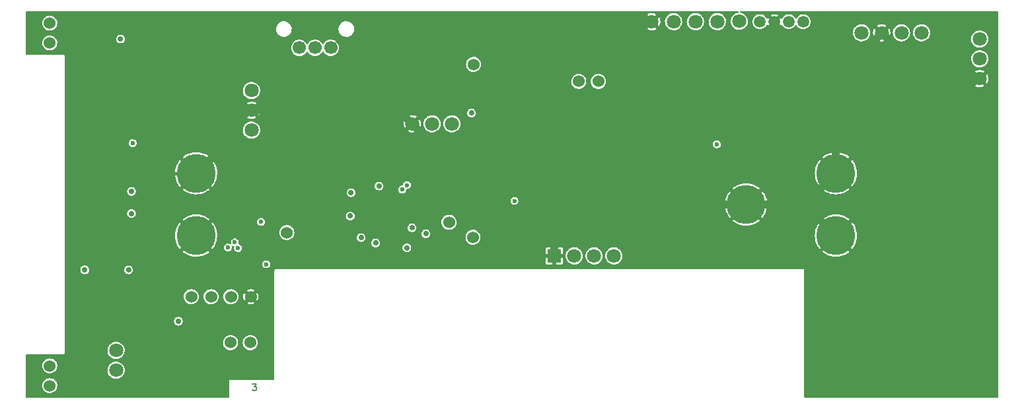
<source format=gbr>
%TF.GenerationSoftware,KiCad,Pcbnew,(6.0.10)*%
%TF.CreationDate,2023-01-09T18:14:30+01:00*%
%TF.ProjectId,carinsitu,63617269-6e73-4697-9475-2e6b69636164,1*%
%TF.SameCoordinates,Original*%
%TF.FileFunction,Copper,L3,Inr*%
%TF.FilePolarity,Positive*%
%FSLAX46Y46*%
G04 Gerber Fmt 4.6, Leading zero omitted, Abs format (unit mm)*
G04 Created by KiCad (PCBNEW (6.0.10)) date 2023-01-09 18:14:30*
%MOMM*%
%LPD*%
G01*
G04 APERTURE LIST*
%ADD10C,0.152400*%
%TA.AperFunction,NonConductor*%
%ADD11C,0.152400*%
%TD*%
%TA.AperFunction,ComponentPad*%
%ADD12C,0.800000*%
%TD*%
%TA.AperFunction,ComponentPad*%
%ADD13C,5.000000*%
%TD*%
%TA.AperFunction,ComponentPad*%
%ADD14C,1.524000*%
%TD*%
%TA.AperFunction,ComponentPad*%
%ADD15C,1.800000*%
%TD*%
%TA.AperFunction,ComponentPad*%
%ADD16C,1.500000*%
%TD*%
%TA.AperFunction,ComponentPad*%
%ADD17C,1.700000*%
%TD*%
%TA.AperFunction,ComponentPad*%
%ADD18R,1.800000X1.800000*%
%TD*%
%TA.AperFunction,ViaPad*%
%ADD19C,0.711200*%
%TD*%
%TA.AperFunction,ViaPad*%
%ADD20C,0.600000*%
%TD*%
%TA.AperFunction,Conductor*%
%ADD21C,1.016000*%
%TD*%
%TA.AperFunction,Conductor*%
%ADD22C,0.203200*%
%TD*%
%TA.AperFunction,Conductor*%
%ADD23C,0.406400*%
%TD*%
G04 APERTURE END LIST*
D10*
D11*
X111983333Y-128061904D02*
X112478571Y-128061904D01*
X112211904Y-128366666D01*
X112326190Y-128366666D01*
X112402380Y-128404761D01*
X112440476Y-128442857D01*
X112478571Y-128519047D01*
X112478571Y-128709523D01*
X112440476Y-128785714D01*
X112402380Y-128823809D01*
X112326190Y-128861904D01*
X112097619Y-128861904D01*
X112021428Y-128823809D01*
X111983333Y-128785714D01*
D12*
%TO.N,GND*%
%TO.C,FIX1*%
X103340000Y-102410000D03*
X102750000Y-101000000D03*
X104750000Y-99000000D03*
X106750000Y-101000000D03*
D13*
X104750000Y-101000000D03*
D12*
X104750000Y-103000000D03*
X103340000Y-99590000D03*
X106160000Y-99590000D03*
X106160000Y-102410000D03*
%TD*%
%TO.N,GND*%
%TO.C,FIX2*%
X106160000Y-107590000D03*
X103340000Y-107590000D03*
X104750000Y-111000000D03*
D13*
X104750000Y-109000000D03*
D12*
X102750000Y-109000000D03*
X104750000Y-107000000D03*
X106160000Y-110410000D03*
X106750000Y-109000000D03*
X103340000Y-110410000D03*
%TD*%
%TO.N,GND*%
%TO.C,FIX3*%
X173250000Y-105000000D03*
X173840000Y-106410000D03*
X176660000Y-103590000D03*
X175250000Y-107000000D03*
X177250000Y-105000000D03*
X175250000Y-103000000D03*
X176660000Y-106410000D03*
D13*
X175250000Y-105000000D03*
D12*
X173840000Y-103590000D03*
%TD*%
%TO.N,GND*%
%TO.C,FIX4*%
X185340000Y-99590000D03*
X184750000Y-101000000D03*
X186750000Y-99000000D03*
X185340000Y-102410000D03*
X186750000Y-103000000D03*
D13*
X186750000Y-101000000D03*
D12*
X188160000Y-99590000D03*
X188160000Y-102410000D03*
X188750000Y-101000000D03*
%TD*%
%TO.N,GND*%
%TO.C,FIX5*%
X188160000Y-107590000D03*
X186750000Y-107000000D03*
D13*
X186750000Y-109000000D03*
D12*
X188160000Y-110410000D03*
X185340000Y-110410000D03*
X188750000Y-109000000D03*
X186750000Y-111000000D03*
X185340000Y-107590000D03*
X184750000Y-109000000D03*
%TD*%
D14*
%TO.N,Net-(MOD1-Pad2)*%
%TO.C,P2*%
X156291600Y-89200000D03*
%TO.N,Net-(MOD1-Pad3)*%
X153791600Y-89200000D03*
%TD*%
D15*
%TO.N,GND*%
%TO.C,MOD1*%
X163142400Y-81541600D03*
%TO.N,Net-(MOD1-Pad2)*%
X165942400Y-81541600D03*
%TO.N,Net-(MOD1-Pad3)*%
X168742400Y-81541600D03*
%TO.N,+VBAT*%
X171542400Y-81541600D03*
%TO.N,Net-(MOD1-Pad5)*%
X174372400Y-81491600D03*
D16*
X177022400Y-81541600D03*
%TO.N,GND*%
X178872400Y-81541600D03*
%TO.N,+5V*%
X180722400Y-81541600D03*
%TO.N,PPM_ESC*%
X182572400Y-81541600D03*
%TD*%
D15*
%TO.N,unconnected-(D4-Pad1)*%
%TO.C,D4*%
X190042800Y-82956400D03*
%TO.N,GND*%
X192612800Y-82956400D03*
%TO.N,+5V*%
X195152800Y-82956400D03*
%TO.N,Net-(D4-Pad4)*%
X197722800Y-82956400D03*
%TD*%
D14*
%TO.N,+5V*%
%TO.C,D1*%
X86000000Y-128270000D03*
%TO.N,Net-(D1-Pad2)*%
X86000000Y-125730000D03*
%TD*%
%TO.N,+5V*%
%TO.C,D2*%
X86000000Y-84270000D03*
%TO.N,Net-(D2-Pad2)*%
X86000000Y-81730000D03*
%TD*%
D15*
%TO.N,Net-(P1-Pad1)*%
%TO.C,P1*%
X94500000Y-126270000D03*
%TO.N,Net-(P1-Pad2)*%
X94500000Y-123730000D03*
%TD*%
D17*
%TO.N,+VBAT*%
%TO.C,SW1*%
X122000000Y-84890000D03*
%TO.N,Net-(P1-Pad1)*%
X120000000Y-84890000D03*
%TO.N,unconnected-(SW1-Pad3)*%
X118000000Y-84890000D03*
%TD*%
D15*
%TO.N,Net-(P3-Pad1)*%
%TO.C,P3*%
X137540000Y-94640400D03*
%TO.N,+5V*%
X135000000Y-94640400D03*
%TO.N,GND*%
X132460000Y-94640400D03*
%TD*%
D14*
%TO.N,SDA*%
%TO.C,TP2*%
X106680000Y-116840000D03*
%TD*%
%TO.N,SCL*%
%TO.C,TP3*%
X109220000Y-116840000D03*
%TD*%
%TO.N,+VBAT*%
%TO.C,TP4*%
X104140000Y-116840000D03*
%TD*%
%TO.N,GND*%
%TO.C,TP5*%
X111760000Y-116840000D03*
%TD*%
D15*
%TO.N,IR_RX*%
%TO.C,D5*%
X111861600Y-90373200D03*
%TO.N,GND*%
X111861600Y-92913200D03*
%TO.N,+3V3*%
X111861600Y-95453200D03*
%TD*%
D14*
%TO.N,PPM_SERVO*%
%TO.C,TP6*%
X140309600Y-87020400D03*
%TD*%
%TO.N,PPM_ESC*%
%TO.C,TP7*%
X137160000Y-107289600D03*
%TD*%
%TO.N,HL_PWM*%
%TO.C,TP8*%
X116382800Y-108610400D03*
%TD*%
%TO.N,RL_DAT*%
%TO.C,TP9*%
X140239260Y-109202960D03*
%TD*%
D18*
%TO.N,GND*%
%TO.C,P5*%
X150672800Y-111607600D03*
D15*
%TO.N,U0_TX*%
X153212800Y-111607600D03*
%TO.N,U0_RX*%
X155752800Y-111607600D03*
%TO.N,HL_PWM*%
X158292800Y-111607600D03*
%TD*%
D14*
%TO.N,+3V3*%
%TO.C,TP11*%
X111689200Y-122732800D03*
%TD*%
D15*
%TO.N,+5V*%
%TO.C,P4*%
X205183145Y-83769200D03*
%TO.N,VTX*%
X205183145Y-86309200D03*
%TO.N,GND*%
X205183145Y-88849200D03*
%TD*%
D14*
%TO.N,+5V*%
%TO.C,TP10*%
X109169200Y-122732800D03*
%TD*%
D19*
%TO.N,GND*%
X127949260Y-106982960D03*
X91385200Y-105693906D03*
X97670000Y-118500000D03*
D20*
X152857200Y-101600000D03*
D19*
X94650000Y-112500000D03*
X129449260Y-106982960D03*
X128168400Y-98982960D03*
X97670000Y-122360000D03*
X90510000Y-118750000D03*
X120969260Y-103482960D03*
X127949260Y-105482960D03*
X94900000Y-88760000D03*
X150469600Y-96740400D03*
D20*
X145592800Y-87172800D03*
D19*
X90500000Y-88600000D03*
X95403294Y-104443906D03*
X143100000Y-94750000D03*
X124460000Y-110744000D03*
X96400000Y-122360000D03*
X97670000Y-119640000D03*
X120969260Y-106482960D03*
D20*
X145745200Y-100533200D03*
D19*
X129449260Y-105482960D03*
X93385200Y-106993906D03*
X96200000Y-83410000D03*
D20*
X157734000Y-101193600D03*
D19*
X91385200Y-104443906D03*
X123799600Y-101650800D03*
X92885200Y-102883906D03*
X97670000Y-117620000D03*
X97670000Y-121000000D03*
X132849260Y-98356060D03*
X93000000Y-83000000D03*
X95450000Y-116000000D03*
X130668400Y-100982960D03*
X135709260Y-108742960D03*
%TO.N,+5V*%
X95072200Y-83743800D03*
X140050000Y-93250000D03*
%TO.N,HL_PWM*%
X131761150Y-110554850D03*
D20*
%TO.N,+3V3*%
X113080800Y-107238800D03*
X96621600Y-97129600D03*
X113741200Y-112674400D03*
X145542000Y-104546400D03*
D19*
X96469200Y-106172000D03*
X96469200Y-103327200D03*
X132429260Y-107982960D03*
D20*
X171500800Y-97282000D03*
D19*
X124504640Y-106482960D03*
X124619260Y-103482960D03*
X127762000Y-109931200D03*
X128199260Y-102632960D03*
X134199260Y-108742960D03*
%TO.N,+VBAT*%
X102480000Y-119990000D03*
D20*
%TO.N,SDA*%
X109717840Y-109845060D03*
X108815346Y-110518752D03*
%TO.N,SCL*%
X110124240Y-110596460D03*
D19*
%TO.N,IR_RX*%
X125899260Y-109232960D03*
D20*
%TO.N,U0_TX*%
X131165600Y-103073200D03*
%TO.N,U0_RX*%
X131775200Y-102514400D03*
D19*
%TO.N,Net-(R11-Pad2)*%
X90474800Y-113385600D03*
X96095947Y-113395946D03*
%TD*%
D21*
%TO.N,GND*%
X205183145Y-88849200D02*
X203760745Y-88849200D01*
X203760745Y-88849200D02*
X201931945Y-87020400D01*
X201931945Y-87020400D02*
X196676800Y-87020400D01*
X196676800Y-87020400D02*
X192612800Y-82956400D01*
X180441600Y-85852000D02*
X183782800Y-85852000D01*
X183782800Y-85852000D02*
X186750000Y-88819200D01*
X186750000Y-89112400D02*
X186750000Y-88819200D01*
X186750000Y-88819200D02*
X192612800Y-82956400D01*
D22*
X129499260Y-100032960D02*
X130449260Y-100982960D01*
D21*
X182750000Y-105000000D02*
X186750000Y-101000000D01*
D23*
X91805200Y-102883906D02*
X91385200Y-103303906D01*
X91385200Y-103303906D02*
X91385200Y-104443906D01*
X91825200Y-106993906D02*
X91385200Y-106553906D01*
X91385200Y-106553906D02*
X91385200Y-105693906D01*
X120969260Y-99682960D02*
X123419260Y-97232960D01*
X123419260Y-97232960D02*
X125549260Y-97232960D01*
X125549260Y-98412960D02*
X126119260Y-98982960D01*
X126119260Y-98982960D02*
X127949260Y-98982960D01*
X132849260Y-100012960D02*
X131879260Y-100982960D01*
X131879260Y-100982960D02*
X130449260Y-100982960D01*
X135709260Y-104812960D02*
X131879260Y-100982960D01*
X130449260Y-104482960D02*
X129449260Y-105482960D01*
X90510000Y-117040000D02*
X91550000Y-116000000D01*
X91550000Y-116000000D02*
X95450000Y-116000000D01*
X97750000Y-116000000D02*
X104750000Y-109000000D01*
X97750000Y-116890000D02*
X97670000Y-116970000D01*
X97670000Y-116970000D02*
X97670000Y-117620000D01*
X93000000Y-86100000D02*
X90500000Y-88600000D01*
X94900000Y-88000000D02*
X93000000Y-86100000D01*
X146812000Y-101600000D02*
X145745200Y-100533200D01*
X93000000Y-83000000D02*
X93000000Y-86100000D01*
X132849260Y-100012960D02*
X132849260Y-98356060D01*
D21*
X107878800Y-97871200D02*
X107878800Y-94965600D01*
D23*
X95790000Y-83000000D02*
X93000000Y-83000000D01*
X148183600Y-101600000D02*
X152857200Y-101600000D01*
X90510000Y-118750000D02*
X90510000Y-117040000D01*
X96200000Y-83410000D02*
X108312400Y-83410000D01*
X152857200Y-101600000D02*
X157327600Y-101600000D01*
X121020300Y-110744000D02*
X124460000Y-110744000D01*
D21*
X183489600Y-85852000D02*
X180441600Y-85852000D01*
D23*
X93385200Y-106993906D02*
X91825200Y-106993906D01*
D21*
X163130800Y-81530000D02*
X127820000Y-81530000D01*
D23*
X150469600Y-96740400D02*
X147949600Y-96740400D01*
D22*
X145592800Y-87172800D02*
X145592800Y-92257200D01*
D21*
X165967200Y-105000000D02*
X167585600Y-105000000D01*
D23*
X96996094Y-104443906D02*
X100440000Y-101000000D01*
X91385200Y-104443906D02*
X91385200Y-105693906D01*
X108312400Y-83410000D02*
X109931200Y-85028800D01*
X100440000Y-101000000D02*
X104750000Y-101000000D01*
X146400000Y-96740400D02*
X145745200Y-97395200D01*
D22*
X145592800Y-92257200D02*
X143100000Y-94750000D01*
D21*
X175250000Y-105000000D02*
X182750000Y-105000000D01*
X109931200Y-92913200D02*
X111861600Y-92913200D01*
D23*
X127949260Y-105482960D02*
X129449260Y-105482960D01*
D21*
X186750000Y-101000000D02*
X186750000Y-89112400D01*
D23*
X135709260Y-108742960D02*
X135709260Y-104812960D01*
X120969260Y-103482960D02*
X117949260Y-103482960D01*
X157327600Y-101600000D02*
X157734000Y-101193600D01*
D22*
X97670000Y-119640000D02*
X97670000Y-118500000D01*
D23*
X118499260Y-108222960D02*
X118499260Y-106482960D01*
D22*
X127949260Y-98982960D02*
X128999260Y-100032960D01*
D21*
X178872400Y-84282800D02*
X178872400Y-81541600D01*
D23*
X118499260Y-106482960D02*
X120969260Y-106482960D01*
X130449260Y-104482960D02*
X130449260Y-100982960D01*
X96200000Y-83410000D02*
X95790000Y-83000000D01*
D21*
X107878800Y-97871200D02*
X104750000Y-101000000D01*
D23*
X143859800Y-95509800D02*
X143100000Y-94750000D01*
D22*
X97670000Y-118500000D02*
X97670000Y-117620000D01*
D23*
X95403294Y-104443906D02*
X96996094Y-104443906D01*
D21*
X186750000Y-109000000D02*
X182750000Y-105000000D01*
D23*
X120682750Y-110406450D02*
X118499260Y-108222960D01*
D21*
X109931200Y-92913200D02*
X109931200Y-85028800D01*
X150672800Y-108864400D02*
X150672800Y-111607600D01*
X111861600Y-92913200D02*
X130732800Y-92913200D01*
X130732800Y-92913200D02*
X132460000Y-94640400D01*
D23*
X97750000Y-116000000D02*
X97750000Y-116890000D01*
X91385200Y-104443906D02*
X95403294Y-104443906D01*
D21*
X167585600Y-105000000D02*
X175250000Y-105000000D01*
D22*
X93385200Y-106993906D02*
X93385200Y-111235200D01*
D23*
X145745200Y-100533200D02*
X145745200Y-97395200D01*
D21*
X127100000Y-80810000D02*
X114150000Y-80810000D01*
X180441600Y-85852000D02*
X178872400Y-84282800D01*
D23*
X95450000Y-116000000D02*
X97750000Y-116000000D01*
X123799600Y-100162620D02*
X125549260Y-98412960D01*
X148183600Y-101600000D02*
X146812000Y-101600000D01*
D22*
X128999260Y-100032960D02*
X129499260Y-100032960D01*
D23*
X127949260Y-106982960D02*
X129449260Y-106982960D01*
D21*
X127820000Y-81530000D02*
X127100000Y-80810000D01*
X145745200Y-100533200D02*
X138352800Y-100533200D01*
D23*
X120969260Y-103482960D02*
X120969260Y-99682960D01*
X123799600Y-101650800D02*
X123799600Y-100162620D01*
X92885200Y-102883906D02*
X91805200Y-102883906D01*
X94900000Y-88760000D02*
X94900000Y-88000000D01*
D21*
X114150000Y-80810000D02*
X111000000Y-83960000D01*
D23*
X120682750Y-110406450D02*
X121020300Y-110744000D01*
D22*
X93385200Y-111235200D02*
X94650000Y-112500000D01*
D23*
X125549260Y-98412960D02*
X125549260Y-97232960D01*
D21*
X138352800Y-100533200D02*
X132460000Y-94640400D01*
D23*
X145745200Y-97395200D02*
X143859800Y-95509800D01*
D21*
X107878800Y-94965600D02*
X109931200Y-92913200D01*
X154537200Y-105000000D02*
X150672800Y-108864400D01*
D23*
X129449260Y-106982960D02*
X129449260Y-105482960D01*
X120969260Y-106482960D02*
X120969260Y-103482960D01*
D21*
X167585600Y-105000000D02*
X154537200Y-105000000D01*
D23*
X150469600Y-96740400D02*
X146400000Y-96740400D01*
D21*
X109931200Y-85028800D02*
X111000000Y-83960000D01*
X163142400Y-81541600D02*
X163130800Y-81530000D01*
D23*
X147050000Y-101600000D02*
X148183600Y-101600000D01*
%TD*%
%TA.AperFunction,Conductor*%
%TO.N,GND*%
G36*
X174284756Y-80219407D02*
G01*
X174320720Y-80268907D01*
X174320720Y-80330093D01*
X174284756Y-80379593D01*
X174243330Y-80397070D01*
X174086349Y-80424044D01*
X173896593Y-80494049D01*
X173722771Y-80597462D01*
X173719356Y-80600457D01*
X173719353Y-80600459D01*
X173648776Y-80662354D01*
X173570705Y-80730820D01*
X173567897Y-80734382D01*
X173491021Y-80831900D01*
X173445489Y-80889657D01*
X173351314Y-81068653D01*
X173349969Y-81072984D01*
X173349968Y-81072987D01*
X173313316Y-81191029D01*
X173291337Y-81261813D01*
X173267564Y-81462669D01*
X173272011Y-81530514D01*
X173276728Y-81602483D01*
X173280792Y-81664494D01*
X173281908Y-81668887D01*
X173281908Y-81668889D01*
X173304986Y-81759758D01*
X173330578Y-81860528D01*
X173415256Y-82044207D01*
X173531988Y-82209380D01*
X173676866Y-82350513D01*
X173845037Y-82462882D01*
X174030870Y-82542722D01*
X174228140Y-82587360D01*
X174430242Y-82595300D01*
X174442601Y-82593508D01*
X174625919Y-82566929D01*
X174625922Y-82566928D01*
X174630407Y-82566278D01*
X174754423Y-82524180D01*
X174817634Y-82502723D01*
X174817637Y-82502721D01*
X174821931Y-82501264D01*
X174972500Y-82416942D01*
X174994439Y-82404656D01*
X174994441Y-82404655D01*
X174998401Y-82402437D01*
X175153905Y-82273105D01*
X175283237Y-82117601D01*
X175382064Y-81941131D01*
X175385818Y-81930074D01*
X175428430Y-81804542D01*
X175447078Y-81749607D01*
X175450107Y-81728720D01*
X175473748Y-81565662D01*
X175476100Y-81549442D01*
X175476655Y-81528265D01*
X176067394Y-81528265D01*
X176070520Y-81565494D01*
X176079203Y-81668889D01*
X176082992Y-81714014D01*
X176084325Y-81718662D01*
X176084325Y-81718663D01*
X176123319Y-81854651D01*
X176134371Y-81893195D01*
X176136586Y-81897505D01*
X176158153Y-81939469D01*
X176219576Y-82058985D01*
X176335359Y-82205068D01*
X176339046Y-82208206D01*
X176339048Y-82208208D01*
X176473624Y-82322741D01*
X176473629Y-82322744D01*
X176477312Y-82325879D01*
X176481534Y-82328239D01*
X176481539Y-82328242D01*
X176575412Y-82380705D01*
X176640027Y-82416817D01*
X176644625Y-82418311D01*
X176812702Y-82472923D01*
X176812704Y-82472924D01*
X176817307Y-82474419D01*
X177002398Y-82496490D01*
X177007220Y-82496119D01*
X177007223Y-82496119D01*
X177183423Y-82482561D01*
X177183428Y-82482560D01*
X177188251Y-82482189D01*
X177367787Y-82432062D01*
X177372100Y-82429883D01*
X177372106Y-82429881D01*
X177489549Y-82370556D01*
X178407929Y-82370556D01*
X178415157Y-82378067D01*
X178484717Y-82416942D01*
X178493539Y-82420797D01*
X178662119Y-82475572D01*
X178671533Y-82477641D01*
X178847540Y-82498629D01*
X178857166Y-82498831D01*
X179033894Y-82485232D01*
X179043385Y-82483559D01*
X179214107Y-82435892D01*
X179223087Y-82432410D01*
X179329288Y-82378763D01*
X179337326Y-82370781D01*
X179332132Y-82360543D01*
X178883489Y-81911899D01*
X178871602Y-81905842D01*
X178866572Y-81906638D01*
X178413407Y-82359804D01*
X178407929Y-82370556D01*
X177489549Y-82370556D01*
X177529847Y-82350200D01*
X177529849Y-82350198D01*
X177534168Y-82348017D01*
X177681055Y-82233256D01*
X177802854Y-82092150D01*
X177859805Y-81991898D01*
X177904988Y-81950641D01*
X177965792Y-81943821D01*
X178018992Y-81974043D01*
X178033938Y-81995548D01*
X178035360Y-81998315D01*
X178043489Y-82006387D01*
X178053551Y-82001238D01*
X178502101Y-81552689D01*
X178507345Y-81542398D01*
X179236642Y-81542398D01*
X179237438Y-81547428D01*
X179690591Y-82000580D01*
X179701449Y-82006113D01*
X179708857Y-81999034D01*
X179712875Y-81991961D01*
X179758058Y-81950705D01*
X179818862Y-81943885D01*
X179872062Y-81974108D01*
X179887006Y-81995611D01*
X179913887Y-82047915D01*
X179919576Y-82058985D01*
X180035359Y-82205068D01*
X180039046Y-82208206D01*
X180039048Y-82208208D01*
X180173624Y-82322741D01*
X180173629Y-82322744D01*
X180177312Y-82325879D01*
X180181534Y-82328239D01*
X180181539Y-82328242D01*
X180275412Y-82380705D01*
X180340027Y-82416817D01*
X180344625Y-82418311D01*
X180512702Y-82472923D01*
X180512704Y-82472924D01*
X180517307Y-82474419D01*
X180702398Y-82496490D01*
X180707220Y-82496119D01*
X180707223Y-82496119D01*
X180883423Y-82482561D01*
X180883428Y-82482560D01*
X180888251Y-82482189D01*
X181067787Y-82432062D01*
X181072100Y-82429883D01*
X181072106Y-82429881D01*
X181229847Y-82350200D01*
X181229849Y-82350198D01*
X181234168Y-82348017D01*
X181381055Y-82233256D01*
X181502854Y-82092150D01*
X181561399Y-81989092D01*
X181606582Y-81947835D01*
X181667386Y-81941015D01*
X181720586Y-81971237D01*
X181735531Y-81992741D01*
X181763887Y-82047915D01*
X181769576Y-82058985D01*
X181885359Y-82205068D01*
X181889046Y-82208206D01*
X181889048Y-82208208D01*
X182023624Y-82322741D01*
X182023629Y-82322744D01*
X182027312Y-82325879D01*
X182031534Y-82328239D01*
X182031539Y-82328242D01*
X182125412Y-82380705D01*
X182190027Y-82416817D01*
X182194625Y-82418311D01*
X182362702Y-82472923D01*
X182362704Y-82472924D01*
X182367307Y-82474419D01*
X182552398Y-82496490D01*
X182557220Y-82496119D01*
X182557223Y-82496119D01*
X182733423Y-82482561D01*
X182733428Y-82482560D01*
X182738251Y-82482189D01*
X182917787Y-82432062D01*
X182922100Y-82429883D01*
X182922106Y-82429881D01*
X183079847Y-82350200D01*
X183079849Y-82350198D01*
X183084168Y-82348017D01*
X183231055Y-82233256D01*
X183352854Y-82092150D01*
X183419911Y-81974108D01*
X183442537Y-81934280D01*
X183442538Y-81934277D01*
X183444926Y-81930074D01*
X183451429Y-81910528D01*
X183502237Y-81757792D01*
X183502237Y-81757790D01*
X183503764Y-81753201D01*
X183506347Y-81732759D01*
X183521836Y-81610147D01*
X183527127Y-81568268D01*
X183527185Y-81564163D01*
X183527344Y-81552686D01*
X183527499Y-81541600D01*
X183509309Y-81356087D01*
X183455433Y-81177640D01*
X183367922Y-81013056D01*
X183250110Y-80868605D01*
X183246381Y-80865520D01*
X183110212Y-80752870D01*
X183110210Y-80752869D01*
X183106485Y-80749787D01*
X182954952Y-80667853D01*
X182946770Y-80663429D01*
X182946769Y-80663429D01*
X182942516Y-80661129D01*
X182764449Y-80606009D01*
X182759639Y-80605503D01*
X182759637Y-80605503D01*
X182583884Y-80587030D01*
X182583882Y-80587030D01*
X182579068Y-80586524D01*
X182517073Y-80592166D01*
X182398252Y-80602979D01*
X182398248Y-80602980D01*
X182393432Y-80603418D01*
X182388790Y-80604784D01*
X182388786Y-80604785D01*
X182219261Y-80654680D01*
X182219258Y-80654681D01*
X182214614Y-80656048D01*
X182049423Y-80742407D01*
X182045647Y-80745443D01*
X182045644Y-80745445D01*
X181930014Y-80838414D01*
X181904152Y-80859208D01*
X181901044Y-80862912D01*
X181787444Y-80998295D01*
X181787441Y-80998299D01*
X181784335Y-81002001D01*
X181782003Y-81006243D01*
X181734125Y-81093332D01*
X181689523Y-81135216D01*
X181628820Y-81142884D01*
X181575203Y-81113408D01*
X181559959Y-81092116D01*
X181520194Y-81017329D01*
X181517922Y-81013056D01*
X181400110Y-80868605D01*
X181396381Y-80865520D01*
X181260212Y-80752870D01*
X181260210Y-80752869D01*
X181256485Y-80749787D01*
X181104952Y-80667853D01*
X181096770Y-80663429D01*
X181096769Y-80663429D01*
X181092516Y-80661129D01*
X180914449Y-80606009D01*
X180909639Y-80605503D01*
X180909637Y-80605503D01*
X180733884Y-80587030D01*
X180733882Y-80587030D01*
X180729068Y-80586524D01*
X180667073Y-80592166D01*
X180548252Y-80602979D01*
X180548248Y-80602980D01*
X180543432Y-80603418D01*
X180538790Y-80604784D01*
X180538786Y-80604785D01*
X180369261Y-80654680D01*
X180369258Y-80654681D01*
X180364614Y-80656048D01*
X180199423Y-80742407D01*
X180195647Y-80745443D01*
X180195644Y-80745445D01*
X180080014Y-80838414D01*
X180054152Y-80859208D01*
X180051044Y-80862912D01*
X179937444Y-80998295D01*
X179937441Y-80998299D01*
X179934335Y-81002001D01*
X179932003Y-81006243D01*
X179885679Y-81090505D01*
X179841077Y-81132389D01*
X179780374Y-81140057D01*
X179726757Y-81110581D01*
X179711512Y-81089286D01*
X179709297Y-81085120D01*
X179700879Y-81076991D01*
X179691162Y-81082049D01*
X179242699Y-81530511D01*
X179236642Y-81542398D01*
X178507345Y-81542398D01*
X178508158Y-81540802D01*
X178507362Y-81535772D01*
X178054149Y-81082560D01*
X178043505Y-81077136D01*
X178035891Y-81084515D01*
X178032611Y-81090481D01*
X177988009Y-81132365D01*
X177927306Y-81140035D01*
X177873689Y-81110559D01*
X177858444Y-81089266D01*
X177835132Y-81045423D01*
X177817922Y-81013056D01*
X177700110Y-80868605D01*
X177696381Y-80865520D01*
X177560212Y-80752870D01*
X177560210Y-80752869D01*
X177556485Y-80749787D01*
X177488305Y-80712922D01*
X178407719Y-80712922D01*
X178412824Y-80722813D01*
X178861311Y-81171301D01*
X178873198Y-81177358D01*
X178878228Y-81176562D01*
X179331521Y-80723268D01*
X179336890Y-80712731D01*
X179329362Y-80705018D01*
X179247821Y-80660928D01*
X179238950Y-80657199D01*
X179069616Y-80604781D01*
X179060184Y-80602845D01*
X178883903Y-80584317D01*
X178874265Y-80584250D01*
X178697744Y-80600314D01*
X178688278Y-80602120D01*
X178518244Y-80652164D01*
X178509303Y-80655777D01*
X178415822Y-80704648D01*
X178407719Y-80712922D01*
X177488305Y-80712922D01*
X177404952Y-80667853D01*
X177396770Y-80663429D01*
X177396769Y-80663429D01*
X177392516Y-80661129D01*
X177214449Y-80606009D01*
X177209639Y-80605503D01*
X177209637Y-80605503D01*
X177033884Y-80587030D01*
X177033882Y-80587030D01*
X177029068Y-80586524D01*
X176967073Y-80592166D01*
X176848252Y-80602979D01*
X176848248Y-80602980D01*
X176843432Y-80603418D01*
X176838790Y-80604784D01*
X176838786Y-80604785D01*
X176669261Y-80654680D01*
X176669258Y-80654681D01*
X176664614Y-80656048D01*
X176499423Y-80742407D01*
X176495647Y-80745443D01*
X176495644Y-80745445D01*
X176380014Y-80838414D01*
X176354152Y-80859208D01*
X176351044Y-80862912D01*
X176237444Y-80998295D01*
X176237441Y-80998299D01*
X176234335Y-81002001D01*
X176144535Y-81165346D01*
X176143072Y-81169959D01*
X176143070Y-81169963D01*
X176135197Y-81194783D01*
X176088172Y-81343024D01*
X176087632Y-81347836D01*
X176087632Y-81347837D01*
X176069649Y-81508165D01*
X176067394Y-81528265D01*
X175476655Y-81528265D01*
X175476945Y-81517197D01*
X175477539Y-81494513D01*
X175477539Y-81494508D01*
X175477615Y-81491600D01*
X175459108Y-81290191D01*
X175404207Y-81095526D01*
X175314751Y-80914127D01*
X175193735Y-80752067D01*
X175045212Y-80614774D01*
X175033589Y-80607440D01*
X174877994Y-80509267D01*
X174874157Y-80506846D01*
X174686298Y-80431898D01*
X174544356Y-80403664D01*
X174508835Y-80396598D01*
X174455451Y-80366701D01*
X174429835Y-80311136D01*
X174441772Y-80251126D01*
X174486702Y-80209594D01*
X174528149Y-80200500D01*
X207450500Y-80200500D01*
X207508691Y-80219407D01*
X207544655Y-80268907D01*
X207549500Y-80299500D01*
X207549500Y-129700500D01*
X207530593Y-129758691D01*
X207481093Y-129794655D01*
X207450500Y-129799500D01*
X182799500Y-129799500D01*
X182741309Y-129780593D01*
X182705345Y-129731093D01*
X182700500Y-129700500D01*
X182700500Y-113505892D01*
X182700535Y-113465585D01*
X182700545Y-113454437D01*
X182695288Y-113443488D01*
X182688013Y-113422655D01*
X182687938Y-113422326D01*
X182685312Y-113410815D01*
X182677909Y-113401525D01*
X182666089Y-113382683D01*
X182660948Y-113371976D01*
X182651461Y-113364389D01*
X182635877Y-113348778D01*
X182628305Y-113339276D01*
X182617608Y-113334117D01*
X182598786Y-113322264D01*
X182589508Y-113314844D01*
X182577673Y-113312123D01*
X182556849Y-113304810D01*
X182555952Y-113304377D01*
X182555951Y-113304377D01*
X182545913Y-113299535D01*
X182534768Y-113299525D01*
X182534767Y-113299525D01*
X182522845Y-113299515D01*
X182522847Y-113297770D01*
X182522781Y-113297776D01*
X182522781Y-113299500D01*
X182505892Y-113299500D01*
X182454726Y-113299455D01*
X182454437Y-113299455D01*
X182454349Y-113299497D01*
X182454325Y-113299500D01*
X115005892Y-113299500D01*
X114954437Y-113299455D01*
X114944388Y-113304280D01*
X114944389Y-113304280D01*
X114943489Y-113304712D01*
X114922655Y-113311987D01*
X114910815Y-113314688D01*
X114902097Y-113321635D01*
X114901525Y-113322091D01*
X114882686Y-113333909D01*
X114871976Y-113339052D01*
X114864389Y-113348539D01*
X114848778Y-113364123D01*
X114839276Y-113371695D01*
X114834432Y-113381738D01*
X114834118Y-113382390D01*
X114822264Y-113401214D01*
X114814844Y-113410492D01*
X114812271Y-113421684D01*
X114812123Y-113422326D01*
X114804810Y-113443151D01*
X114799535Y-113454087D01*
X114799515Y-113477155D01*
X114797770Y-113477153D01*
X114797776Y-113477219D01*
X114799500Y-113477219D01*
X114799500Y-113494108D01*
X114799463Y-113536768D01*
X114799455Y-113545563D01*
X114799497Y-113545651D01*
X114799500Y-113545675D01*
X114799500Y-127401000D01*
X114780593Y-127459191D01*
X114731093Y-127495155D01*
X114700500Y-127500000D01*
X109000000Y-127500000D01*
X109000000Y-129700500D01*
X108981093Y-129758691D01*
X108931593Y-129794655D01*
X108901000Y-129799500D01*
X83049500Y-129799500D01*
X82991309Y-129780593D01*
X82955345Y-129731093D01*
X82950500Y-129700500D01*
X82950500Y-128256496D01*
X85032937Y-128256496D01*
X85048732Y-128444590D01*
X85050065Y-128449238D01*
X85050065Y-128449239D01*
X85060111Y-128484272D01*
X85100760Y-128626034D01*
X85102975Y-128630344D01*
X85184827Y-128789612D01*
X85184830Y-128789616D01*
X85187040Y-128793917D01*
X85304285Y-128941844D01*
X85307972Y-128944982D01*
X85307974Y-128944984D01*
X85444342Y-129061042D01*
X85444347Y-129061045D01*
X85448030Y-129064180D01*
X85452253Y-129066540D01*
X85452257Y-129066543D01*
X85492046Y-129088780D01*
X85612800Y-129156267D01*
X85653592Y-129169521D01*
X85787718Y-129213101D01*
X85787721Y-129213102D01*
X85792317Y-129214595D01*
X85797113Y-129215167D01*
X85797118Y-129215168D01*
X85886031Y-129225770D01*
X85979745Y-129236945D01*
X85984567Y-129236574D01*
X85984570Y-129236574D01*
X86046278Y-129231826D01*
X86167945Y-129222464D01*
X86349748Y-129171703D01*
X86518229Y-129086598D01*
X86666970Y-128970388D01*
X86670132Y-128966725D01*
X86670137Y-128966720D01*
X86787143Y-128831166D01*
X86790307Y-128827501D01*
X86809386Y-128793917D01*
X86881153Y-128667584D01*
X86881154Y-128667581D01*
X86883542Y-128663378D01*
X86897515Y-128621376D01*
X86941596Y-128488863D01*
X86941596Y-128488861D01*
X86943123Y-128484272D01*
X86966780Y-128297005D01*
X86967157Y-128270000D01*
X86948738Y-128082145D01*
X86894181Y-127901445D01*
X86805566Y-127734783D01*
X86686266Y-127588508D01*
X86540827Y-127468191D01*
X86374788Y-127378414D01*
X86194474Y-127322597D01*
X86180440Y-127321122D01*
X86011568Y-127303373D01*
X86011566Y-127303373D01*
X86006752Y-127302867D01*
X85951883Y-127307860D01*
X85823592Y-127319535D01*
X85823588Y-127319536D01*
X85818773Y-127319974D01*
X85748851Y-127340553D01*
X85642344Y-127371900D01*
X85642341Y-127371901D01*
X85637697Y-127373268D01*
X85599769Y-127393096D01*
X85474717Y-127458471D01*
X85474713Y-127458474D01*
X85470420Y-127460718D01*
X85466644Y-127463754D01*
X85466641Y-127463756D01*
X85463987Y-127465890D01*
X85323316Y-127578993D01*
X85320207Y-127582698D01*
X85320204Y-127582701D01*
X85205103Y-127719873D01*
X85201986Y-127723588D01*
X85111052Y-127888996D01*
X85053978Y-128068917D01*
X85032937Y-128256496D01*
X82950500Y-128256496D01*
X82950500Y-125716496D01*
X85032937Y-125716496D01*
X85048732Y-125904590D01*
X85050065Y-125909238D01*
X85050065Y-125909239D01*
X85097054Y-126073109D01*
X85100760Y-126086034D01*
X85102975Y-126090344D01*
X85184827Y-126249612D01*
X85184830Y-126249616D01*
X85187040Y-126253917D01*
X85304285Y-126401844D01*
X85307972Y-126404982D01*
X85307974Y-126404984D01*
X85444342Y-126521042D01*
X85444347Y-126521045D01*
X85448030Y-126524180D01*
X85452253Y-126526540D01*
X85452257Y-126526543D01*
X85492046Y-126548780D01*
X85612800Y-126616267D01*
X85653592Y-126629521D01*
X85787718Y-126673101D01*
X85787721Y-126673102D01*
X85792317Y-126674595D01*
X85797113Y-126675167D01*
X85797118Y-126675168D01*
X85886031Y-126685770D01*
X85979745Y-126696945D01*
X85984567Y-126696574D01*
X85984570Y-126696574D01*
X86046278Y-126691826D01*
X86167945Y-126682464D01*
X86349748Y-126631703D01*
X86518229Y-126546598D01*
X86666970Y-126430388D01*
X86670132Y-126426725D01*
X86670137Y-126426720D01*
X86753004Y-126330717D01*
X86790307Y-126287501D01*
X86798595Y-126272913D01*
X86816685Y-126241069D01*
X93395164Y-126241069D01*
X93400359Y-126320324D01*
X93407768Y-126433370D01*
X93408392Y-126442894D01*
X93409508Y-126447287D01*
X93409508Y-126447289D01*
X93457062Y-126634534D01*
X93458178Y-126638928D01*
X93542856Y-126822607D01*
X93659588Y-126987780D01*
X93804466Y-127128913D01*
X93972637Y-127241282D01*
X94158470Y-127321122D01*
X94355740Y-127365760D01*
X94557842Y-127373700D01*
X94611377Y-127365938D01*
X94753519Y-127345329D01*
X94753522Y-127345328D01*
X94758007Y-127344678D01*
X94879687Y-127303373D01*
X94945234Y-127281123D01*
X94945237Y-127281121D01*
X94949531Y-127279664D01*
X95126001Y-127180837D01*
X95281505Y-127051505D01*
X95410837Y-126896001D01*
X95509664Y-126719531D01*
X95517526Y-126696372D01*
X95568367Y-126546598D01*
X95574678Y-126528007D01*
X95588400Y-126433370D01*
X95603283Y-126330717D01*
X95603700Y-126327842D01*
X95605215Y-126270000D01*
X95603738Y-126253917D01*
X95587123Y-126073109D01*
X95586708Y-126068591D01*
X95531807Y-125873926D01*
X95442351Y-125692527D01*
X95321335Y-125530467D01*
X95172812Y-125393174D01*
X95150125Y-125378859D01*
X95005594Y-125287667D01*
X95001757Y-125285246D01*
X94813898Y-125210298D01*
X94615526Y-125170839D01*
X94515930Y-125169535D01*
X94417826Y-125168251D01*
X94417821Y-125168251D01*
X94413286Y-125168192D01*
X94408813Y-125168961D01*
X94408808Y-125168961D01*
X94310245Y-125185898D01*
X94213949Y-125202444D01*
X94024193Y-125272449D01*
X93850371Y-125375862D01*
X93846956Y-125378857D01*
X93846953Y-125378859D01*
X93830630Y-125393174D01*
X93698305Y-125509220D01*
X93573089Y-125668057D01*
X93478914Y-125847053D01*
X93477569Y-125851384D01*
X93477568Y-125851387D01*
X93447302Y-125948863D01*
X93418937Y-126040213D01*
X93395164Y-126241069D01*
X86816685Y-126241069D01*
X86881153Y-126127584D01*
X86881154Y-126127581D01*
X86883542Y-126123378D01*
X86897515Y-126081376D01*
X86941596Y-125948863D01*
X86941596Y-125948861D01*
X86943123Y-125944272D01*
X86966780Y-125757005D01*
X86967157Y-125730000D01*
X86948738Y-125542145D01*
X86894181Y-125361445D01*
X86805566Y-125194783D01*
X86686266Y-125048508D01*
X86540827Y-124928191D01*
X86374788Y-124838414D01*
X86194474Y-124782597D01*
X86180440Y-124781122D01*
X86011568Y-124763373D01*
X86011566Y-124763373D01*
X86006752Y-124762867D01*
X85951883Y-124767860D01*
X85823592Y-124779535D01*
X85823588Y-124779536D01*
X85818773Y-124779974D01*
X85748851Y-124800553D01*
X85642344Y-124831900D01*
X85642341Y-124831901D01*
X85637697Y-124833268D01*
X85599769Y-124853096D01*
X85474717Y-124918471D01*
X85474713Y-124918474D01*
X85470420Y-124920718D01*
X85466644Y-124923754D01*
X85466641Y-124923756D01*
X85463987Y-124925890D01*
X85323316Y-125038993D01*
X85320207Y-125042698D01*
X85320204Y-125042701D01*
X85211940Y-125171725D01*
X85201986Y-125183588D01*
X85111052Y-125348996D01*
X85053978Y-125528917D01*
X85052494Y-125542145D01*
X85035626Y-125692527D01*
X85032937Y-125716496D01*
X82950500Y-125716496D01*
X82950500Y-124299500D01*
X82969407Y-124241309D01*
X83018907Y-124205345D01*
X83049500Y-124200500D01*
X87744108Y-124200500D01*
X87795563Y-124200545D01*
X87806512Y-124195288D01*
X87827345Y-124188013D01*
X87839185Y-124185312D01*
X87848475Y-124177909D01*
X87867314Y-124166091D01*
X87878024Y-124160948D01*
X87885611Y-124151461D01*
X87901222Y-124135877D01*
X87910724Y-124128305D01*
X87915883Y-124117608D01*
X87927736Y-124098786D01*
X87935156Y-124089508D01*
X87937877Y-124077673D01*
X87945190Y-124056849D01*
X87945623Y-124055952D01*
X87945623Y-124055951D01*
X87950465Y-124045913D01*
X87950485Y-124022845D01*
X87952230Y-124022847D01*
X87952224Y-124022781D01*
X87950500Y-124022781D01*
X87950500Y-124005892D01*
X87950545Y-123954726D01*
X87950545Y-123954437D01*
X87950503Y-123954349D01*
X87950500Y-123954325D01*
X87950500Y-123701069D01*
X93395164Y-123701069D01*
X93395461Y-123705597D01*
X93405398Y-123857207D01*
X93408392Y-123902894D01*
X93409508Y-123907287D01*
X93409508Y-123907289D01*
X93447491Y-124056849D01*
X93458178Y-124098928D01*
X93542856Y-124282607D01*
X93659588Y-124447780D01*
X93804466Y-124588913D01*
X93972637Y-124701282D01*
X94158470Y-124781122D01*
X94355740Y-124825760D01*
X94557842Y-124833700D01*
X94611377Y-124825938D01*
X94753519Y-124805329D01*
X94753522Y-124805328D01*
X94758007Y-124804678D01*
X94879687Y-124763373D01*
X94945234Y-124741123D01*
X94945237Y-124741121D01*
X94949531Y-124739664D01*
X95126001Y-124640837D01*
X95281505Y-124511505D01*
X95410837Y-124356001D01*
X95509664Y-124179531D01*
X95512583Y-124170934D01*
X95573219Y-123992304D01*
X95574678Y-123988007D01*
X95576252Y-123977155D01*
X95597723Y-123829066D01*
X95603700Y-123787842D01*
X95605215Y-123730000D01*
X95602383Y-123699172D01*
X95587123Y-123533109D01*
X95586708Y-123528591D01*
X95531807Y-123333926D01*
X95442351Y-123152527D01*
X95321335Y-122990467D01*
X95172812Y-122853174D01*
X95150125Y-122838859D01*
X95005594Y-122747667D01*
X95001757Y-122745246D01*
X94936713Y-122719296D01*
X108202137Y-122719296D01*
X108205306Y-122757031D01*
X108211926Y-122835862D01*
X108217932Y-122907390D01*
X108219265Y-122912038D01*
X108219265Y-122912039D01*
X108229311Y-122947072D01*
X108269960Y-123088834D01*
X108272175Y-123093144D01*
X108354027Y-123252412D01*
X108354030Y-123252416D01*
X108356240Y-123256717D01*
X108473485Y-123404644D01*
X108477172Y-123407782D01*
X108477174Y-123407784D01*
X108613542Y-123523842D01*
X108613547Y-123523845D01*
X108617230Y-123526980D01*
X108621453Y-123529340D01*
X108621457Y-123529343D01*
X108661246Y-123551580D01*
X108782000Y-123619067D01*
X108822792Y-123632321D01*
X108956918Y-123675901D01*
X108956921Y-123675902D01*
X108961517Y-123677395D01*
X108966313Y-123677967D01*
X108966318Y-123677968D01*
X109055231Y-123688570D01*
X109148945Y-123699745D01*
X109153767Y-123699374D01*
X109153770Y-123699374D01*
X109215478Y-123694626D01*
X109337145Y-123685264D01*
X109518948Y-123634503D01*
X109687429Y-123549398D01*
X109836170Y-123433188D01*
X109839332Y-123429525D01*
X109839337Y-123429520D01*
X109945047Y-123307053D01*
X109959507Y-123290301D01*
X109978586Y-123256717D01*
X110050353Y-123130384D01*
X110050354Y-123130381D01*
X110052742Y-123126178D01*
X110066715Y-123084176D01*
X110110796Y-122951663D01*
X110110796Y-122951661D01*
X110112323Y-122947072D01*
X110135980Y-122759805D01*
X110136357Y-122732800D01*
X110135033Y-122719296D01*
X110722137Y-122719296D01*
X110725306Y-122757031D01*
X110731926Y-122835862D01*
X110737932Y-122907390D01*
X110739265Y-122912038D01*
X110739265Y-122912039D01*
X110749311Y-122947072D01*
X110789960Y-123088834D01*
X110792175Y-123093144D01*
X110874027Y-123252412D01*
X110874030Y-123252416D01*
X110876240Y-123256717D01*
X110993485Y-123404644D01*
X110997172Y-123407782D01*
X110997174Y-123407784D01*
X111133542Y-123523842D01*
X111133547Y-123523845D01*
X111137230Y-123526980D01*
X111141453Y-123529340D01*
X111141457Y-123529343D01*
X111181246Y-123551580D01*
X111302000Y-123619067D01*
X111342792Y-123632321D01*
X111476918Y-123675901D01*
X111476921Y-123675902D01*
X111481517Y-123677395D01*
X111486313Y-123677967D01*
X111486318Y-123677968D01*
X111575231Y-123688570D01*
X111668945Y-123699745D01*
X111673767Y-123699374D01*
X111673770Y-123699374D01*
X111735478Y-123694626D01*
X111857145Y-123685264D01*
X112038948Y-123634503D01*
X112207429Y-123549398D01*
X112356170Y-123433188D01*
X112359332Y-123429525D01*
X112359337Y-123429520D01*
X112465047Y-123307053D01*
X112479507Y-123290301D01*
X112498586Y-123256717D01*
X112570353Y-123130384D01*
X112570354Y-123130381D01*
X112572742Y-123126178D01*
X112586715Y-123084176D01*
X112630796Y-122951663D01*
X112630796Y-122951661D01*
X112632323Y-122947072D01*
X112655980Y-122759805D01*
X112656357Y-122732800D01*
X112637938Y-122544945D01*
X112583381Y-122364245D01*
X112494766Y-122197583D01*
X112375466Y-122051308D01*
X112230027Y-121930991D01*
X112063988Y-121841214D01*
X111883674Y-121785397D01*
X111871724Y-121784141D01*
X111700768Y-121766173D01*
X111700766Y-121766173D01*
X111695952Y-121765667D01*
X111641083Y-121770660D01*
X111512792Y-121782335D01*
X111512788Y-121782336D01*
X111507973Y-121782774D01*
X111438051Y-121803353D01*
X111331544Y-121834700D01*
X111331541Y-121834701D01*
X111326897Y-121836068D01*
X111288969Y-121855896D01*
X111163917Y-121921271D01*
X111163913Y-121921274D01*
X111159620Y-121923518D01*
X111155844Y-121926554D01*
X111155841Y-121926556D01*
X111153187Y-121928690D01*
X111012516Y-122041793D01*
X111009407Y-122045498D01*
X111009404Y-122045501D01*
X110894303Y-122182673D01*
X110891186Y-122186388D01*
X110800252Y-122351796D01*
X110743178Y-122531717D01*
X110741694Y-122544945D01*
X110727445Y-122671979D01*
X110722137Y-122719296D01*
X110135033Y-122719296D01*
X110117938Y-122544945D01*
X110063381Y-122364245D01*
X109974766Y-122197583D01*
X109855466Y-122051308D01*
X109710027Y-121930991D01*
X109543988Y-121841214D01*
X109363674Y-121785397D01*
X109351724Y-121784141D01*
X109180768Y-121766173D01*
X109180766Y-121766173D01*
X109175952Y-121765667D01*
X109121083Y-121770660D01*
X108992792Y-121782335D01*
X108992788Y-121782336D01*
X108987973Y-121782774D01*
X108918051Y-121803353D01*
X108811544Y-121834700D01*
X108811541Y-121834701D01*
X108806897Y-121836068D01*
X108768969Y-121855896D01*
X108643917Y-121921271D01*
X108643913Y-121921274D01*
X108639620Y-121923518D01*
X108635844Y-121926554D01*
X108635841Y-121926556D01*
X108633187Y-121928690D01*
X108492516Y-122041793D01*
X108489407Y-122045498D01*
X108489404Y-122045501D01*
X108374303Y-122182673D01*
X108371186Y-122186388D01*
X108280252Y-122351796D01*
X108223178Y-122531717D01*
X108221694Y-122544945D01*
X108207445Y-122671979D01*
X108202137Y-122719296D01*
X94936713Y-122719296D01*
X94813898Y-122670298D01*
X94615526Y-122630839D01*
X94515930Y-122629535D01*
X94417826Y-122628251D01*
X94417821Y-122628251D01*
X94413286Y-122628192D01*
X94408813Y-122628961D01*
X94408808Y-122628961D01*
X94310245Y-122645898D01*
X94213949Y-122662444D01*
X94024193Y-122732449D01*
X94020290Y-122734771D01*
X94007065Y-122742639D01*
X93850371Y-122835862D01*
X93846956Y-122838857D01*
X93846953Y-122838859D01*
X93748487Y-122925212D01*
X93698305Y-122969220D01*
X93695497Y-122972782D01*
X93604010Y-123088834D01*
X93573089Y-123128057D01*
X93478914Y-123307053D01*
X93477569Y-123311384D01*
X93477568Y-123311387D01*
X93438823Y-123436170D01*
X93418937Y-123500213D01*
X93395164Y-123701069D01*
X87950500Y-123701069D01*
X87950500Y-119990000D01*
X101919101Y-119990000D01*
X101938213Y-120135171D01*
X101994247Y-120270449D01*
X101998193Y-120275591D01*
X101998195Y-120275595D01*
X102079434Y-120381466D01*
X102083385Y-120386615D01*
X102199550Y-120475753D01*
X102205545Y-120478236D01*
X102205548Y-120478238D01*
X102294101Y-120514917D01*
X102334829Y-120531787D01*
X102341257Y-120532633D01*
X102341260Y-120532634D01*
X102473566Y-120550052D01*
X102480000Y-120550899D01*
X102486434Y-120550052D01*
X102618740Y-120532634D01*
X102618743Y-120532633D01*
X102625171Y-120531787D01*
X102665899Y-120514917D01*
X102754452Y-120478238D01*
X102754455Y-120478236D01*
X102760450Y-120475753D01*
X102876615Y-120386615D01*
X102880566Y-120381466D01*
X102961805Y-120275595D01*
X102961807Y-120275591D01*
X102965753Y-120270449D01*
X103021787Y-120135171D01*
X103040899Y-119990000D01*
X103021787Y-119844829D01*
X102965753Y-119709551D01*
X102961807Y-119704409D01*
X102961805Y-119704405D01*
X102880566Y-119598534D01*
X102876615Y-119593385D01*
X102760450Y-119504247D01*
X102754455Y-119501764D01*
X102754452Y-119501762D01*
X102665899Y-119465083D01*
X102625171Y-119448213D01*
X102618743Y-119447367D01*
X102618740Y-119447366D01*
X102486434Y-119429948D01*
X102480000Y-119429101D01*
X102334829Y-119448213D01*
X102199551Y-119504247D01*
X102194409Y-119508193D01*
X102194405Y-119508195D01*
X102088534Y-119589434D01*
X102083385Y-119593385D01*
X102079434Y-119598534D01*
X101998195Y-119704405D01*
X101998193Y-119704409D01*
X101994247Y-119709551D01*
X101938213Y-119844829D01*
X101919101Y-119990000D01*
X87950500Y-119990000D01*
X87950500Y-116826496D01*
X103172937Y-116826496D01*
X103188732Y-117014590D01*
X103190065Y-117019238D01*
X103190065Y-117019239D01*
X103200111Y-117054272D01*
X103240760Y-117196034D01*
X103242975Y-117200344D01*
X103324827Y-117359612D01*
X103324830Y-117359616D01*
X103327040Y-117363917D01*
X103444285Y-117511844D01*
X103447972Y-117514982D01*
X103447974Y-117514984D01*
X103584342Y-117631042D01*
X103584347Y-117631045D01*
X103588030Y-117634180D01*
X103592253Y-117636540D01*
X103592257Y-117636543D01*
X103679473Y-117685286D01*
X103752800Y-117726267D01*
X103838685Y-117754172D01*
X103927718Y-117783101D01*
X103927721Y-117783102D01*
X103932317Y-117784595D01*
X103937113Y-117785167D01*
X103937118Y-117785168D01*
X104023825Y-117795507D01*
X104119745Y-117806945D01*
X104124567Y-117806574D01*
X104124570Y-117806574D01*
X104186278Y-117801826D01*
X104307945Y-117792464D01*
X104489748Y-117741703D01*
X104658229Y-117656598D01*
X104806970Y-117540388D01*
X104810132Y-117536725D01*
X104810137Y-117536720D01*
X104927143Y-117401166D01*
X104930307Y-117397501D01*
X104949386Y-117363917D01*
X105021153Y-117237584D01*
X105021154Y-117237581D01*
X105023542Y-117233378D01*
X105031221Y-117210296D01*
X105081596Y-117058863D01*
X105081596Y-117058861D01*
X105083123Y-117054272D01*
X105106780Y-116867005D01*
X105107157Y-116840000D01*
X105105833Y-116826496D01*
X105712937Y-116826496D01*
X105728732Y-117014590D01*
X105730065Y-117019238D01*
X105730065Y-117019239D01*
X105740111Y-117054272D01*
X105780760Y-117196034D01*
X105782975Y-117200344D01*
X105864827Y-117359612D01*
X105864830Y-117359616D01*
X105867040Y-117363917D01*
X105984285Y-117511844D01*
X105987972Y-117514982D01*
X105987974Y-117514984D01*
X106124342Y-117631042D01*
X106124347Y-117631045D01*
X106128030Y-117634180D01*
X106132253Y-117636540D01*
X106132257Y-117636543D01*
X106219473Y-117685286D01*
X106292800Y-117726267D01*
X106378685Y-117754172D01*
X106467718Y-117783101D01*
X106467721Y-117783102D01*
X106472317Y-117784595D01*
X106477113Y-117785167D01*
X106477118Y-117785168D01*
X106563825Y-117795507D01*
X106659745Y-117806945D01*
X106664567Y-117806574D01*
X106664570Y-117806574D01*
X106726278Y-117801826D01*
X106847945Y-117792464D01*
X107029748Y-117741703D01*
X107198229Y-117656598D01*
X107346970Y-117540388D01*
X107350132Y-117536725D01*
X107350137Y-117536720D01*
X107467143Y-117401166D01*
X107470307Y-117397501D01*
X107489386Y-117363917D01*
X107561153Y-117237584D01*
X107561154Y-117237581D01*
X107563542Y-117233378D01*
X107571221Y-117210296D01*
X107621596Y-117058863D01*
X107621596Y-117058861D01*
X107623123Y-117054272D01*
X107646780Y-116867005D01*
X107647157Y-116840000D01*
X107645833Y-116826496D01*
X108252937Y-116826496D01*
X108268732Y-117014590D01*
X108270065Y-117019238D01*
X108270065Y-117019239D01*
X108280111Y-117054272D01*
X108320760Y-117196034D01*
X108322975Y-117200344D01*
X108404827Y-117359612D01*
X108404830Y-117359616D01*
X108407040Y-117363917D01*
X108524285Y-117511844D01*
X108527972Y-117514982D01*
X108527974Y-117514984D01*
X108664342Y-117631042D01*
X108664347Y-117631045D01*
X108668030Y-117634180D01*
X108672253Y-117636540D01*
X108672257Y-117636543D01*
X108759473Y-117685286D01*
X108832800Y-117726267D01*
X108918685Y-117754172D01*
X109007718Y-117783101D01*
X109007721Y-117783102D01*
X109012317Y-117784595D01*
X109017113Y-117785167D01*
X109017118Y-117785168D01*
X109103825Y-117795507D01*
X109199745Y-117806945D01*
X109204567Y-117806574D01*
X109204570Y-117806574D01*
X109266278Y-117801826D01*
X109387945Y-117792464D01*
X109569748Y-117741703D01*
X109696307Y-117677774D01*
X111286708Y-117677774D01*
X111293937Y-117685286D01*
X111367487Y-117726391D01*
X111376315Y-117730248D01*
X111547135Y-117785751D01*
X111556536Y-117787818D01*
X111734887Y-117809084D01*
X111744514Y-117809286D01*
X111923588Y-117795507D01*
X111933079Y-117793833D01*
X112106068Y-117745534D01*
X112115047Y-117742052D01*
X112225818Y-117686097D01*
X112233859Y-117678112D01*
X112228667Y-117667877D01*
X111771086Y-117210296D01*
X111759203Y-117204242D01*
X111754172Y-117205038D01*
X111292185Y-117667025D01*
X111286708Y-117677774D01*
X109696307Y-117677774D01*
X109738229Y-117656598D01*
X109886970Y-117540388D01*
X109890132Y-117536725D01*
X109890137Y-117536720D01*
X110007143Y-117401166D01*
X110010307Y-117397501D01*
X110029386Y-117363917D01*
X110101153Y-117237584D01*
X110101154Y-117237581D01*
X110103542Y-117233378D01*
X110111221Y-117210296D01*
X110161596Y-117058863D01*
X110161596Y-117058861D01*
X110163123Y-117054272D01*
X110186780Y-116867005D01*
X110187157Y-116840000D01*
X110186302Y-116831279D01*
X110790630Y-116831279D01*
X110805659Y-117010261D01*
X110807397Y-117019729D01*
X110856902Y-117192375D01*
X110860453Y-117201343D01*
X110914049Y-117305629D01*
X110922176Y-117313699D01*
X110932241Y-117308549D01*
X111389704Y-116851086D01*
X111394946Y-116840797D01*
X112124242Y-116840797D01*
X112125038Y-116845828D01*
X112586994Y-117307784D01*
X112597850Y-117313315D01*
X112605257Y-117306237D01*
X112643632Y-117238686D01*
X112647547Y-117229893D01*
X112704241Y-117059464D01*
X112706375Y-117050070D01*
X112729144Y-116869833D01*
X112729531Y-116864306D01*
X112729831Y-116842759D01*
X112729601Y-116837262D01*
X112711871Y-116656428D01*
X112710002Y-116646990D01*
X112658087Y-116475042D01*
X112654417Y-116466138D01*
X112605771Y-116374647D01*
X112597352Y-116366517D01*
X112587635Y-116371575D01*
X112130296Y-116828914D01*
X112124242Y-116840797D01*
X111394946Y-116840797D01*
X111395758Y-116839203D01*
X111394962Y-116834172D01*
X110932911Y-116372121D01*
X110922269Y-116366699D01*
X110914655Y-116374078D01*
X110870891Y-116453684D01*
X110867093Y-116462545D01*
X110812788Y-116633738D01*
X110810784Y-116643166D01*
X110790764Y-116821651D01*
X110790630Y-116831279D01*
X110186302Y-116831279D01*
X110168738Y-116652145D01*
X110114181Y-116471445D01*
X110025566Y-116304783D01*
X109906266Y-116158508D01*
X109760827Y-116038191D01*
X109694688Y-116002430D01*
X111286425Y-116002430D01*
X111291529Y-116012319D01*
X111748914Y-116469704D01*
X111760797Y-116475758D01*
X111765828Y-116474962D01*
X112227978Y-116012812D01*
X112233345Y-116002278D01*
X112225817Y-115994564D01*
X112140099Y-115948216D01*
X112131213Y-115944481D01*
X111959647Y-115891372D01*
X111950205Y-115889433D01*
X111771587Y-115870660D01*
X111761949Y-115870593D01*
X111583083Y-115886870D01*
X111573620Y-115888676D01*
X111401327Y-115939384D01*
X111392386Y-115942997D01*
X111294529Y-115994155D01*
X111286425Y-116002430D01*
X109694688Y-116002430D01*
X109594788Y-115948414D01*
X109414474Y-115892597D01*
X109402524Y-115891341D01*
X109231568Y-115873373D01*
X109231566Y-115873373D01*
X109226752Y-115872867D01*
X109171883Y-115877860D01*
X109043592Y-115889535D01*
X109043588Y-115889536D01*
X109038773Y-115889974D01*
X108968851Y-115910553D01*
X108862344Y-115941900D01*
X108862341Y-115941901D01*
X108857697Y-115943268D01*
X108819769Y-115963096D01*
X108694717Y-116028471D01*
X108694713Y-116028474D01*
X108690420Y-116030718D01*
X108686644Y-116033754D01*
X108686641Y-116033756D01*
X108683987Y-116035890D01*
X108543316Y-116148993D01*
X108540207Y-116152698D01*
X108540204Y-116152701D01*
X108425103Y-116289873D01*
X108421986Y-116293588D01*
X108331052Y-116458996D01*
X108273978Y-116638917D01*
X108252937Y-116826496D01*
X107645833Y-116826496D01*
X107628738Y-116652145D01*
X107574181Y-116471445D01*
X107485566Y-116304783D01*
X107366266Y-116158508D01*
X107220827Y-116038191D01*
X107054788Y-115948414D01*
X106874474Y-115892597D01*
X106862524Y-115891341D01*
X106691568Y-115873373D01*
X106691566Y-115873373D01*
X106686752Y-115872867D01*
X106631883Y-115877860D01*
X106503592Y-115889535D01*
X106503588Y-115889536D01*
X106498773Y-115889974D01*
X106428851Y-115910553D01*
X106322344Y-115941900D01*
X106322341Y-115941901D01*
X106317697Y-115943268D01*
X106279769Y-115963096D01*
X106154717Y-116028471D01*
X106154713Y-116028474D01*
X106150420Y-116030718D01*
X106146644Y-116033754D01*
X106146641Y-116033756D01*
X106143987Y-116035890D01*
X106003316Y-116148993D01*
X106000207Y-116152698D01*
X106000204Y-116152701D01*
X105885103Y-116289873D01*
X105881986Y-116293588D01*
X105791052Y-116458996D01*
X105733978Y-116638917D01*
X105712937Y-116826496D01*
X105105833Y-116826496D01*
X105088738Y-116652145D01*
X105034181Y-116471445D01*
X104945566Y-116304783D01*
X104826266Y-116158508D01*
X104680827Y-116038191D01*
X104514788Y-115948414D01*
X104334474Y-115892597D01*
X104322524Y-115891341D01*
X104151568Y-115873373D01*
X104151566Y-115873373D01*
X104146752Y-115872867D01*
X104091883Y-115877860D01*
X103963592Y-115889535D01*
X103963588Y-115889536D01*
X103958773Y-115889974D01*
X103888851Y-115910553D01*
X103782344Y-115941900D01*
X103782341Y-115941901D01*
X103777697Y-115943268D01*
X103739769Y-115963096D01*
X103614717Y-116028471D01*
X103614713Y-116028474D01*
X103610420Y-116030718D01*
X103606644Y-116033754D01*
X103606641Y-116033756D01*
X103603987Y-116035890D01*
X103463316Y-116148993D01*
X103460207Y-116152698D01*
X103460204Y-116152701D01*
X103345103Y-116289873D01*
X103341986Y-116293588D01*
X103251052Y-116458996D01*
X103193978Y-116638917D01*
X103172937Y-116826496D01*
X87950500Y-116826496D01*
X87950500Y-113385600D01*
X89913901Y-113385600D01*
X89933013Y-113530771D01*
X89989047Y-113666049D01*
X89992993Y-113671191D01*
X89992995Y-113671195D01*
X90015482Y-113700500D01*
X90078185Y-113782215D01*
X90194350Y-113871353D01*
X90200345Y-113873836D01*
X90200348Y-113873838D01*
X90288901Y-113910517D01*
X90329629Y-113927387D01*
X90336057Y-113928233D01*
X90336060Y-113928234D01*
X90468366Y-113945652D01*
X90474800Y-113946499D01*
X90481234Y-113945652D01*
X90613540Y-113928234D01*
X90613543Y-113928233D01*
X90619971Y-113927387D01*
X90660699Y-113910517D01*
X90749252Y-113873838D01*
X90749255Y-113873836D01*
X90755250Y-113871353D01*
X90871415Y-113782215D01*
X90934118Y-113700500D01*
X90956605Y-113671195D01*
X90956607Y-113671191D01*
X90960553Y-113666049D01*
X91016587Y-113530771D01*
X91034337Y-113395946D01*
X95535048Y-113395946D01*
X95554160Y-113541117D01*
X95610194Y-113676395D01*
X95614140Y-113681537D01*
X95614142Y-113681541D01*
X95687442Y-113777066D01*
X95699332Y-113792561D01*
X95815497Y-113881699D01*
X95821492Y-113884182D01*
X95821495Y-113884184D01*
X95910048Y-113920863D01*
X95950776Y-113937733D01*
X95957204Y-113938579D01*
X95957207Y-113938580D01*
X96089513Y-113955998D01*
X96095947Y-113956845D01*
X96102381Y-113955998D01*
X96234687Y-113938580D01*
X96234690Y-113938579D01*
X96241118Y-113937733D01*
X96281846Y-113920863D01*
X96370399Y-113884184D01*
X96370402Y-113884182D01*
X96376397Y-113881699D01*
X96492562Y-113792561D01*
X96504452Y-113777066D01*
X96577752Y-113681541D01*
X96577754Y-113681537D01*
X96581700Y-113676395D01*
X96637734Y-113541117D01*
X96656846Y-113395946D01*
X96654976Y-113381738D01*
X96649356Y-113339052D01*
X96637734Y-113250775D01*
X96581700Y-113115497D01*
X96577754Y-113110355D01*
X96577752Y-113110351D01*
X96496513Y-113004480D01*
X96492562Y-112999331D01*
X96376397Y-112910193D01*
X96370402Y-112907710D01*
X96370399Y-112907708D01*
X96281846Y-112871029D01*
X96241118Y-112854159D01*
X96234690Y-112853313D01*
X96234687Y-112853312D01*
X96102381Y-112835894D01*
X96095947Y-112835047D01*
X95950776Y-112854159D01*
X95815498Y-112910193D01*
X95810356Y-112914139D01*
X95810352Y-112914141D01*
X95747484Y-112962382D01*
X95699332Y-112999331D01*
X95695381Y-113004480D01*
X95614142Y-113110351D01*
X95614140Y-113110355D01*
X95610194Y-113115497D01*
X95554160Y-113250775D01*
X95542538Y-113339052D01*
X95536919Y-113381738D01*
X95535048Y-113395946D01*
X91034337Y-113395946D01*
X91035699Y-113385600D01*
X91016587Y-113240429D01*
X90960553Y-113105151D01*
X90956607Y-113100009D01*
X90956605Y-113100005D01*
X90875366Y-112994134D01*
X90871415Y-112988985D01*
X90755250Y-112899847D01*
X90749255Y-112897364D01*
X90749252Y-112897362D01*
X90660699Y-112860683D01*
X90619971Y-112843813D01*
X90613543Y-112842967D01*
X90613540Y-112842966D01*
X90481234Y-112825548D01*
X90474800Y-112824701D01*
X90329629Y-112843813D01*
X90194351Y-112899847D01*
X90189209Y-112903793D01*
X90189205Y-112903795D01*
X90112854Y-112962382D01*
X90078185Y-112988985D01*
X90074234Y-112994134D01*
X89992995Y-113100005D01*
X89992993Y-113100009D01*
X89989047Y-113105151D01*
X89933013Y-113240429D01*
X89913901Y-113385600D01*
X87950500Y-113385600D01*
X87950500Y-112668223D01*
X113235591Y-112668223D01*
X113236506Y-112675220D01*
X113236506Y-112675221D01*
X113241201Y-112711122D01*
X113254180Y-112810379D01*
X113257021Y-112816835D01*
X113257021Y-112816836D01*
X113299838Y-112914144D01*
X113311920Y-112941603D01*
X113351749Y-112988985D01*
X113399631Y-113045949D01*
X113399634Y-113045951D01*
X113404170Y-113051348D01*
X113410041Y-113055256D01*
X113410042Y-113055257D01*
X113422343Y-113063445D01*
X113523513Y-113130790D01*
X113624120Y-113162221D01*
X113653625Y-113171439D01*
X113653626Y-113171439D01*
X113660357Y-113173542D01*
X113732028Y-113174856D01*
X113796645Y-113176041D01*
X113796647Y-113176041D01*
X113803699Y-113176170D01*
X113810502Y-113174315D01*
X113810504Y-113174315D01*
X113885703Y-113153813D01*
X113942017Y-113138460D01*
X114064191Y-113063445D01*
X114071603Y-113055257D01*
X114155668Y-112962382D01*
X114160400Y-112957154D01*
X114215313Y-112843813D01*
X114219834Y-112834482D01*
X114222910Y-112828133D01*
X114227075Y-112803382D01*
X114246062Y-112690524D01*
X114246062Y-112690520D01*
X114246696Y-112686754D01*
X114246847Y-112674400D01*
X114226523Y-112532482D01*
X114222101Y-112522756D01*
X149569600Y-112522756D01*
X149570548Y-112532377D01*
X149579488Y-112577322D01*
X149586808Y-112594994D01*
X149620880Y-112645986D01*
X149634414Y-112659520D01*
X149685406Y-112693592D01*
X149703078Y-112700912D01*
X149748023Y-112709852D01*
X149757644Y-112710800D01*
X150403120Y-112710800D01*
X150415805Y-112706678D01*
X150418800Y-112702557D01*
X150418800Y-112695120D01*
X150926800Y-112695120D01*
X150930922Y-112707805D01*
X150935043Y-112710800D01*
X151587956Y-112710800D01*
X151597577Y-112709852D01*
X151642522Y-112700912D01*
X151660194Y-112693592D01*
X151711186Y-112659520D01*
X151724720Y-112645986D01*
X151758792Y-112594994D01*
X151766112Y-112577322D01*
X151775052Y-112532377D01*
X151776000Y-112522756D01*
X151776000Y-111877280D01*
X151771878Y-111864595D01*
X151767757Y-111861600D01*
X150942480Y-111861600D01*
X150929795Y-111865722D01*
X150926800Y-111869843D01*
X150926800Y-112695120D01*
X150418800Y-112695120D01*
X150418800Y-111877280D01*
X150414678Y-111864595D01*
X150410557Y-111861600D01*
X149585280Y-111861600D01*
X149572595Y-111865722D01*
X149569600Y-111869843D01*
X149569600Y-112522756D01*
X114222101Y-112522756D01*
X114167184Y-112401972D01*
X114073600Y-112293363D01*
X113953295Y-112215385D01*
X113815939Y-112174307D01*
X113732697Y-112173798D01*
X113679627Y-112173474D01*
X113679626Y-112173474D01*
X113672576Y-112173431D01*
X113665799Y-112175368D01*
X113665798Y-112175368D01*
X113541509Y-112210890D01*
X113541507Y-112210891D01*
X113534729Y-112212828D01*
X113413480Y-112289330D01*
X113408813Y-112294614D01*
X113408811Y-112294616D01*
X113323244Y-112391503D01*
X113323242Y-112391505D01*
X113318577Y-112396788D01*
X113257647Y-112526563D01*
X113256562Y-112533532D01*
X113256561Y-112533535D01*
X113243871Y-112615045D01*
X113235591Y-112668223D01*
X87950500Y-112668223D01*
X87950500Y-111083588D01*
X103031451Y-111083588D01*
X103031829Y-111085980D01*
X103034573Y-111089359D01*
X103178905Y-111205612D01*
X103183752Y-111209057D01*
X103455256Y-111378382D01*
X103460489Y-111381224D01*
X103750364Y-111516703D01*
X103755903Y-111518896D01*
X104059945Y-111618565D01*
X104065718Y-111620080D01*
X104379545Y-111682505D01*
X104385430Y-111683311D01*
X104704488Y-111707581D01*
X104710443Y-111707674D01*
X105030101Y-111693439D01*
X105036021Y-111692816D01*
X105351651Y-111640281D01*
X105357456Y-111638951D01*
X105562939Y-111578669D01*
X152107964Y-111578669D01*
X152121192Y-111780494D01*
X152122308Y-111784887D01*
X152122308Y-111784889D01*
X152143899Y-111869904D01*
X152170978Y-111976528D01*
X152255656Y-112160207D01*
X152372388Y-112325380D01*
X152517266Y-112466513D01*
X152685437Y-112578882D01*
X152871270Y-112658722D01*
X153068540Y-112703360D01*
X153270642Y-112711300D01*
X153324177Y-112703538D01*
X153466319Y-112682929D01*
X153466322Y-112682928D01*
X153470807Y-112682278D01*
X153577719Y-112645986D01*
X153658034Y-112618723D01*
X153658037Y-112618721D01*
X153662331Y-112617264D01*
X153838801Y-112518437D01*
X153994305Y-112389105D01*
X154123637Y-112233601D01*
X154222464Y-112057131D01*
X154287478Y-111865607D01*
X154316500Y-111665442D01*
X154318015Y-111607600D01*
X154315357Y-111578669D01*
X154647964Y-111578669D01*
X154661192Y-111780494D01*
X154662308Y-111784887D01*
X154662308Y-111784889D01*
X154683899Y-111869904D01*
X154710978Y-111976528D01*
X154795656Y-112160207D01*
X154912388Y-112325380D01*
X155057266Y-112466513D01*
X155225437Y-112578882D01*
X155411270Y-112658722D01*
X155608540Y-112703360D01*
X155810642Y-112711300D01*
X155864177Y-112703538D01*
X156006319Y-112682929D01*
X156006322Y-112682928D01*
X156010807Y-112682278D01*
X156117719Y-112645986D01*
X156198034Y-112618723D01*
X156198037Y-112618721D01*
X156202331Y-112617264D01*
X156378801Y-112518437D01*
X156534305Y-112389105D01*
X156663637Y-112233601D01*
X156762464Y-112057131D01*
X156827478Y-111865607D01*
X156856500Y-111665442D01*
X156858015Y-111607600D01*
X156855357Y-111578669D01*
X157187964Y-111578669D01*
X157201192Y-111780494D01*
X157202308Y-111784887D01*
X157202308Y-111784889D01*
X157223899Y-111869904D01*
X157250978Y-111976528D01*
X157335656Y-112160207D01*
X157452388Y-112325380D01*
X157597266Y-112466513D01*
X157765437Y-112578882D01*
X157951270Y-112658722D01*
X158148540Y-112703360D01*
X158350642Y-112711300D01*
X158404177Y-112703538D01*
X158546319Y-112682929D01*
X158546322Y-112682928D01*
X158550807Y-112682278D01*
X158657719Y-112645986D01*
X158738034Y-112618723D01*
X158738037Y-112618721D01*
X158742331Y-112617264D01*
X158918801Y-112518437D01*
X159074305Y-112389105D01*
X159203637Y-112233601D01*
X159302464Y-112057131D01*
X159367478Y-111865607D01*
X159396500Y-111665442D01*
X159398015Y-111607600D01*
X159392620Y-111548881D01*
X159379923Y-111410709D01*
X159379508Y-111406191D01*
X159324607Y-111211526D01*
X159261515Y-111083588D01*
X185031451Y-111083588D01*
X185031829Y-111085980D01*
X185034573Y-111089359D01*
X185178905Y-111205612D01*
X185183752Y-111209057D01*
X185455256Y-111378382D01*
X185460489Y-111381224D01*
X185750364Y-111516703D01*
X185755903Y-111518896D01*
X186059945Y-111618565D01*
X186065718Y-111620080D01*
X186379545Y-111682505D01*
X186385430Y-111683311D01*
X186704488Y-111707581D01*
X186710443Y-111707674D01*
X187030101Y-111693439D01*
X187036021Y-111692816D01*
X187351651Y-111640281D01*
X187357456Y-111638951D01*
X187664477Y-111548881D01*
X187670099Y-111546857D01*
X187964080Y-111420553D01*
X187969395Y-111417880D01*
X188246085Y-111257165D01*
X188251043Y-111253870D01*
X188462821Y-111093996D01*
X188470464Y-111083060D01*
X188470435Y-111081475D01*
X188467378Y-111076588D01*
X186761086Y-109370296D01*
X186749203Y-109364242D01*
X186744172Y-109365038D01*
X185037505Y-111071705D01*
X185031451Y-111083588D01*
X159261515Y-111083588D01*
X159235151Y-111030127D01*
X159114135Y-110868067D01*
X158965612Y-110730774D01*
X158957162Y-110725442D01*
X158798394Y-110625267D01*
X158794557Y-110622846D01*
X158606698Y-110547898D01*
X158408326Y-110508439D01*
X158308730Y-110507135D01*
X158210626Y-110505851D01*
X158210621Y-110505851D01*
X158206086Y-110505792D01*
X158201613Y-110506561D01*
X158201608Y-110506561D01*
X158114041Y-110521608D01*
X158006749Y-110540044D01*
X157816993Y-110610049D01*
X157643171Y-110713462D01*
X157639756Y-110716457D01*
X157639753Y-110716459D01*
X157567870Y-110779499D01*
X157491105Y-110846820D01*
X157488297Y-110850382D01*
X157382437Y-110984666D01*
X157365889Y-111005657D01*
X157271714Y-111184653D01*
X157270369Y-111188984D01*
X157270368Y-111188987D01*
X157221815Y-111345357D01*
X157211737Y-111377813D01*
X157187964Y-111578669D01*
X156855357Y-111578669D01*
X156852620Y-111548881D01*
X156839923Y-111410709D01*
X156839508Y-111406191D01*
X156784607Y-111211526D01*
X156695151Y-111030127D01*
X156574135Y-110868067D01*
X156425612Y-110730774D01*
X156417162Y-110725442D01*
X156258394Y-110625267D01*
X156254557Y-110622846D01*
X156066698Y-110547898D01*
X155868326Y-110508439D01*
X155768730Y-110507135D01*
X155670626Y-110505851D01*
X155670621Y-110505851D01*
X155666086Y-110505792D01*
X155661613Y-110506561D01*
X155661608Y-110506561D01*
X155574041Y-110521608D01*
X155466749Y-110540044D01*
X155276993Y-110610049D01*
X155103171Y-110713462D01*
X155099756Y-110716457D01*
X155099753Y-110716459D01*
X155027870Y-110779499D01*
X154951105Y-110846820D01*
X154948297Y-110850382D01*
X154842437Y-110984666D01*
X154825889Y-111005657D01*
X154731714Y-111184653D01*
X154730369Y-111188984D01*
X154730368Y-111188987D01*
X154681815Y-111345357D01*
X154671737Y-111377813D01*
X154647964Y-111578669D01*
X154315357Y-111578669D01*
X154312620Y-111548881D01*
X154299923Y-111410709D01*
X154299508Y-111406191D01*
X154244607Y-111211526D01*
X154155151Y-111030127D01*
X154034135Y-110868067D01*
X153885612Y-110730774D01*
X153877162Y-110725442D01*
X153718394Y-110625267D01*
X153714557Y-110622846D01*
X153526698Y-110547898D01*
X153328326Y-110508439D01*
X153228730Y-110507135D01*
X153130626Y-110505851D01*
X153130621Y-110505851D01*
X153126086Y-110505792D01*
X153121613Y-110506561D01*
X153121608Y-110506561D01*
X153034041Y-110521608D01*
X152926749Y-110540044D01*
X152736993Y-110610049D01*
X152563171Y-110713462D01*
X152559756Y-110716457D01*
X152559753Y-110716459D01*
X152487870Y-110779499D01*
X152411105Y-110846820D01*
X152408297Y-110850382D01*
X152302437Y-110984666D01*
X152285889Y-111005657D01*
X152191714Y-111184653D01*
X152190369Y-111188984D01*
X152190368Y-111188987D01*
X152141815Y-111345357D01*
X152131737Y-111377813D01*
X152107964Y-111578669D01*
X105562939Y-111578669D01*
X105664477Y-111548881D01*
X105670099Y-111546857D01*
X105964080Y-111420553D01*
X105969395Y-111417880D01*
X106107056Y-111337920D01*
X149569600Y-111337920D01*
X149573722Y-111350605D01*
X149577843Y-111353600D01*
X150403120Y-111353600D01*
X150415805Y-111349478D01*
X150418800Y-111345357D01*
X150418800Y-111337920D01*
X150926800Y-111337920D01*
X150930922Y-111350605D01*
X150935043Y-111353600D01*
X151760320Y-111353600D01*
X151773005Y-111349478D01*
X151776000Y-111345357D01*
X151776000Y-110692444D01*
X151775052Y-110682823D01*
X151766112Y-110637878D01*
X151758792Y-110620206D01*
X151724720Y-110569214D01*
X151711186Y-110555680D01*
X151660194Y-110521608D01*
X151642522Y-110514288D01*
X151597577Y-110505348D01*
X151587956Y-110504400D01*
X150942480Y-110504400D01*
X150929795Y-110508522D01*
X150926800Y-110512643D01*
X150926800Y-111337920D01*
X150418800Y-111337920D01*
X150418800Y-110520080D01*
X150414678Y-110507395D01*
X150410557Y-110504400D01*
X149757644Y-110504400D01*
X149748023Y-110505348D01*
X149703078Y-110514288D01*
X149685406Y-110521608D01*
X149634414Y-110555680D01*
X149620880Y-110569214D01*
X149586808Y-110620206D01*
X149579488Y-110637878D01*
X149570548Y-110682823D01*
X149569600Y-110692444D01*
X149569600Y-111337920D01*
X106107056Y-111337920D01*
X106246085Y-111257165D01*
X106251043Y-111253870D01*
X106462821Y-111093996D01*
X106470464Y-111083060D01*
X106470435Y-111081475D01*
X106467378Y-111076588D01*
X104761086Y-109370296D01*
X104749203Y-109364242D01*
X104744172Y-109365038D01*
X103037505Y-111071705D01*
X103031451Y-111083588D01*
X87950500Y-111083588D01*
X87950500Y-108974620D01*
X102042155Y-108974620D01*
X102058066Y-109294197D01*
X102058720Y-109300121D01*
X102112906Y-109615469D01*
X102114265Y-109621262D01*
X102205945Y-109927821D01*
X102207992Y-109933414D01*
X102335838Y-110226738D01*
X102338539Y-110232039D01*
X102500697Y-110507879D01*
X102504020Y-110512824D01*
X102656366Y-110712446D01*
X102667338Y-110720029D01*
X102669065Y-110719989D01*
X102673746Y-110717044D01*
X104379704Y-109011086D01*
X104384946Y-109000797D01*
X105114242Y-109000797D01*
X105115038Y-109005828D01*
X106821599Y-110712389D01*
X106833482Y-110718443D01*
X106836011Y-110718043D01*
X106839213Y-110715457D01*
X106947354Y-110582625D01*
X106950828Y-110577791D01*
X106991976Y-110512575D01*
X108309737Y-110512575D01*
X108310652Y-110519572D01*
X108310652Y-110519573D01*
X108321822Y-110604993D01*
X108328326Y-110654731D01*
X108331167Y-110661187D01*
X108331167Y-110661188D01*
X108367269Y-110743235D01*
X108386066Y-110785955D01*
X108399138Y-110801506D01*
X108473777Y-110890301D01*
X108473780Y-110890303D01*
X108478316Y-110895700D01*
X108484187Y-110899608D01*
X108484188Y-110899609D01*
X108496489Y-110907797D01*
X108597659Y-110975142D01*
X108683923Y-111002092D01*
X108727771Y-111015791D01*
X108727772Y-111015791D01*
X108734503Y-111017894D01*
X108806174Y-111019208D01*
X108870791Y-111020393D01*
X108870793Y-111020393D01*
X108877845Y-111020522D01*
X108884648Y-111018667D01*
X108884650Y-111018667D01*
X109006285Y-110985505D01*
X109016163Y-110982812D01*
X109138337Y-110907797D01*
X109145749Y-110899609D01*
X109229814Y-110806734D01*
X109234546Y-110801506D01*
X109297056Y-110672485D01*
X109301221Y-110647734D01*
X109320208Y-110534876D01*
X109320208Y-110534872D01*
X109320842Y-110531106D01*
X109320993Y-110518752D01*
X109300669Y-110376834D01*
X109300103Y-110375590D01*
X109301841Y-110317041D01*
X109339257Y-110268630D01*
X109397983Y-110251457D01*
X109449905Y-110268002D01*
X109458771Y-110273903D01*
X109500153Y-110301450D01*
X109568063Y-110322666D01*
X109576539Y-110325314D01*
X109626445Y-110360713D01*
X109646012Y-110418686D01*
X109642164Y-110445477D01*
X109640687Y-110448623D01*
X109639602Y-110455594D01*
X109639601Y-110455596D01*
X109634050Y-110491252D01*
X109618631Y-110590283D01*
X109619546Y-110597280D01*
X109619546Y-110597281D01*
X109635390Y-110718443D01*
X109637220Y-110732439D01*
X109640061Y-110738895D01*
X109640061Y-110738896D01*
X109682480Y-110835299D01*
X109694960Y-110863663D01*
X109735162Y-110911489D01*
X109782671Y-110968009D01*
X109782674Y-110968011D01*
X109787210Y-110973408D01*
X109793081Y-110977316D01*
X109793082Y-110977317D01*
X109805383Y-110985505D01*
X109906553Y-111052850D01*
X109998178Y-111081475D01*
X110036665Y-111093499D01*
X110036666Y-111093499D01*
X110043397Y-111095602D01*
X110115068Y-111096916D01*
X110179685Y-111098101D01*
X110179687Y-111098101D01*
X110186739Y-111098230D01*
X110193542Y-111096375D01*
X110193544Y-111096375D01*
X110284031Y-111071705D01*
X110325057Y-111060520D01*
X110447231Y-110985505D01*
X110454643Y-110977317D01*
X110538708Y-110884442D01*
X110543440Y-110879214D01*
X110586008Y-110791354D01*
X110602874Y-110756542D01*
X110605950Y-110750193D01*
X110609625Y-110728354D01*
X110629102Y-110612584D01*
X110629102Y-110612580D01*
X110629736Y-110608814D01*
X110629887Y-110596460D01*
X110623928Y-110554850D01*
X131200251Y-110554850D01*
X131219363Y-110700021D01*
X131275397Y-110835299D01*
X131279343Y-110840441D01*
X131279345Y-110840445D01*
X131324744Y-110899609D01*
X131364535Y-110951465D01*
X131480700Y-111040603D01*
X131486695Y-111043086D01*
X131486698Y-111043088D01*
X131528784Y-111060520D01*
X131615979Y-111096637D01*
X131622407Y-111097483D01*
X131622410Y-111097484D01*
X131754716Y-111114902D01*
X131761150Y-111115749D01*
X131767584Y-111114902D01*
X131899890Y-111097484D01*
X131899893Y-111097483D01*
X131906321Y-111096637D01*
X131993516Y-111060520D01*
X132035602Y-111043088D01*
X132035605Y-111043086D01*
X132041600Y-111040603D01*
X132157765Y-110951465D01*
X132197556Y-110899609D01*
X132242955Y-110840445D01*
X132242957Y-110840441D01*
X132246903Y-110835299D01*
X132302937Y-110700021D01*
X132322049Y-110554850D01*
X132302937Y-110409679D01*
X132246903Y-110274401D01*
X132242957Y-110269259D01*
X132242955Y-110269255D01*
X132161716Y-110163384D01*
X132157765Y-110158235D01*
X132041600Y-110069097D01*
X132035605Y-110066614D01*
X132035602Y-110066612D01*
X131927269Y-110021740D01*
X131906321Y-110013063D01*
X131899893Y-110012217D01*
X131899890Y-110012216D01*
X131767584Y-109994798D01*
X131761150Y-109993951D01*
X131615979Y-110013063D01*
X131480701Y-110069097D01*
X131475559Y-110073043D01*
X131475555Y-110073045D01*
X131401437Y-110129919D01*
X131364535Y-110158235D01*
X131360584Y-110163384D01*
X131279345Y-110269255D01*
X131279343Y-110269259D01*
X131275397Y-110274401D01*
X131219363Y-110409679D01*
X131200251Y-110554850D01*
X110623928Y-110554850D01*
X110609563Y-110454542D01*
X110574710Y-110377887D01*
X110553145Y-110330456D01*
X110553144Y-110330455D01*
X110550224Y-110324032D01*
X110478799Y-110241140D01*
X110461245Y-110220767D01*
X110461244Y-110220766D01*
X110456640Y-110215423D01*
X110336335Y-110137445D01*
X110329577Y-110135424D01*
X110329575Y-110135423D01*
X110266719Y-110116625D01*
X110216385Y-110081837D01*
X110196112Y-110024108D01*
X110199745Y-109998826D01*
X110199550Y-109998793D01*
X110210922Y-109931200D01*
X127201101Y-109931200D01*
X127220213Y-110076371D01*
X127276247Y-110211649D01*
X127280193Y-110216791D01*
X127280195Y-110216795D01*
X127345154Y-110301450D01*
X127365385Y-110327815D01*
X127481550Y-110416953D01*
X127487545Y-110419436D01*
X127487548Y-110419438D01*
X127574843Y-110455596D01*
X127616829Y-110472987D01*
X127623257Y-110473833D01*
X127623260Y-110473834D01*
X127755566Y-110491252D01*
X127762000Y-110492099D01*
X127768434Y-110491252D01*
X127900740Y-110473834D01*
X127900743Y-110473833D01*
X127907171Y-110472987D01*
X127949157Y-110455596D01*
X128036452Y-110419438D01*
X128036455Y-110419436D01*
X128042450Y-110416953D01*
X128158615Y-110327815D01*
X128178846Y-110301450D01*
X128243805Y-110216795D01*
X128243807Y-110216791D01*
X128247753Y-110211649D01*
X128303787Y-110076371D01*
X128322899Y-109931200D01*
X128303787Y-109786029D01*
X128247753Y-109650751D01*
X128243807Y-109645609D01*
X128243805Y-109645605D01*
X128162566Y-109539734D01*
X128158615Y-109534585D01*
X128042450Y-109445447D01*
X128036455Y-109442964D01*
X128036452Y-109442962D01*
X127936212Y-109401442D01*
X127907171Y-109389413D01*
X127900743Y-109388567D01*
X127900740Y-109388566D01*
X127768434Y-109371148D01*
X127762000Y-109370301D01*
X127616829Y-109389413D01*
X127481551Y-109445447D01*
X127476409Y-109449393D01*
X127476405Y-109449395D01*
X127370534Y-109530634D01*
X127365385Y-109534585D01*
X127361434Y-109539734D01*
X127280195Y-109645605D01*
X127280193Y-109645609D01*
X127276247Y-109650751D01*
X127220213Y-109786029D01*
X127201101Y-109931200D01*
X110210922Y-109931200D01*
X110222702Y-109861184D01*
X110222702Y-109861180D01*
X110223336Y-109857414D01*
X110223487Y-109845060D01*
X110203163Y-109703142D01*
X110156515Y-109600544D01*
X110146745Y-109579056D01*
X110146744Y-109579055D01*
X110143824Y-109572632D01*
X110050240Y-109464023D01*
X109929935Y-109386045D01*
X109792579Y-109344967D01*
X109709337Y-109344458D01*
X109656267Y-109344134D01*
X109656266Y-109344134D01*
X109649216Y-109344091D01*
X109642439Y-109346028D01*
X109642438Y-109346028D01*
X109518149Y-109381550D01*
X109518147Y-109381551D01*
X109511369Y-109383488D01*
X109390120Y-109459990D01*
X109385453Y-109465274D01*
X109385451Y-109465276D01*
X109299884Y-109562163D01*
X109299882Y-109562165D01*
X109295217Y-109567448D01*
X109292221Y-109573830D01*
X109292220Y-109573831D01*
X109281653Y-109596338D01*
X109234287Y-109697223D01*
X109233202Y-109704192D01*
X109233201Y-109704195D01*
X109224441Y-109760461D01*
X109212231Y-109838883D01*
X109213146Y-109845880D01*
X109213146Y-109845881D01*
X109214654Y-109857414D01*
X109230820Y-109981039D01*
X109233483Y-109987090D01*
X109230929Y-110048019D01*
X109192923Y-110095970D01*
X109133991Y-110112423D01*
X109084292Y-110096586D01*
X109047977Y-110073048D01*
X109027441Y-110059737D01*
X108890085Y-110018659D01*
X108806843Y-110018150D01*
X108753773Y-110017826D01*
X108753772Y-110017826D01*
X108746722Y-110017783D01*
X108739945Y-110019720D01*
X108739944Y-110019720D01*
X108615655Y-110055242D01*
X108615653Y-110055243D01*
X108608875Y-110057180D01*
X108487626Y-110133682D01*
X108482959Y-110138966D01*
X108482957Y-110138968D01*
X108397390Y-110235855D01*
X108397388Y-110235857D01*
X108392723Y-110241140D01*
X108331793Y-110370915D01*
X108330708Y-110377884D01*
X108330707Y-110377887D01*
X108318608Y-110455596D01*
X108309737Y-110512575D01*
X106991976Y-110512575D01*
X107121573Y-110307176D01*
X107124439Y-110301962D01*
X107261432Y-110012803D01*
X107263656Y-110007270D01*
X107364919Y-109703747D01*
X107366460Y-109697998D01*
X107430527Y-109384504D01*
X107431366Y-109378607D01*
X107457405Y-109058466D01*
X107457565Y-109054967D01*
X107458123Y-109001727D01*
X107458037Y-108998276D01*
X107438706Y-108677619D01*
X107437992Y-108671725D01*
X107424326Y-108596896D01*
X115415737Y-108596896D01*
X115419139Y-108637405D01*
X115428151Y-108744722D01*
X115431532Y-108784990D01*
X115432865Y-108789638D01*
X115432865Y-108789639D01*
X115479568Y-108952511D01*
X115483560Y-108966434D01*
X115485775Y-108970744D01*
X115567627Y-109130012D01*
X115567630Y-109130016D01*
X115569840Y-109134317D01*
X115687085Y-109282244D01*
X115690772Y-109285382D01*
X115690774Y-109285384D01*
X115827142Y-109401442D01*
X115827147Y-109401445D01*
X115830830Y-109404580D01*
X115835053Y-109406940D01*
X115835057Y-109406943D01*
X115946752Y-109469367D01*
X115995600Y-109496667D01*
X116036392Y-109509921D01*
X116170518Y-109553501D01*
X116170521Y-109553502D01*
X116175117Y-109554995D01*
X116179913Y-109555567D01*
X116179918Y-109555568D01*
X116268831Y-109566170D01*
X116362545Y-109577345D01*
X116367367Y-109576974D01*
X116367370Y-109576974D01*
X116429078Y-109572226D01*
X116550745Y-109562864D01*
X116732548Y-109512103D01*
X116901029Y-109426998D01*
X117049770Y-109310788D01*
X117052932Y-109307125D01*
X117052937Y-109307120D01*
X117116950Y-109232960D01*
X125338361Y-109232960D01*
X125357473Y-109378131D01*
X125413507Y-109513409D01*
X125417453Y-109518551D01*
X125417455Y-109518555D01*
X125491821Y-109615469D01*
X125502645Y-109629575D01*
X125618810Y-109718713D01*
X125624805Y-109721196D01*
X125624808Y-109721198D01*
X125709435Y-109756251D01*
X125754089Y-109774747D01*
X125760517Y-109775593D01*
X125760520Y-109775594D01*
X125892826Y-109793012D01*
X125899260Y-109793859D01*
X125905694Y-109793012D01*
X126038000Y-109775594D01*
X126038003Y-109775593D01*
X126044431Y-109774747D01*
X126089085Y-109756251D01*
X126173712Y-109721198D01*
X126173715Y-109721196D01*
X126179710Y-109718713D01*
X126295875Y-109629575D01*
X126306699Y-109615469D01*
X126381065Y-109518555D01*
X126381067Y-109518551D01*
X126385013Y-109513409D01*
X126441047Y-109378131D01*
X126460159Y-109232960D01*
X126441047Y-109087789D01*
X126385013Y-108952511D01*
X126381067Y-108947369D01*
X126381065Y-108947365D01*
X126299826Y-108841494D01*
X126295875Y-108836345D01*
X126179710Y-108747207D01*
X126173715Y-108744724D01*
X126173712Y-108744722D01*
X126169458Y-108742960D01*
X133638361Y-108742960D01*
X133657473Y-108888131D01*
X133713507Y-109023409D01*
X133717453Y-109028551D01*
X133717455Y-109028555D01*
X133737722Y-109054967D01*
X133802645Y-109139575D01*
X133918810Y-109228713D01*
X133924805Y-109231196D01*
X133924808Y-109231198D01*
X134013361Y-109267877D01*
X134054089Y-109284747D01*
X134060517Y-109285593D01*
X134060520Y-109285594D01*
X134192826Y-109303012D01*
X134199260Y-109303859D01*
X134205694Y-109303012D01*
X134338000Y-109285594D01*
X134338003Y-109285593D01*
X134344431Y-109284747D01*
X134385159Y-109267877D01*
X134473712Y-109231198D01*
X134473715Y-109231196D01*
X134479710Y-109228713D01*
X134530870Y-109189456D01*
X139272197Y-109189456D01*
X139279000Y-109270470D01*
X139285426Y-109346989D01*
X139287992Y-109377550D01*
X139289325Y-109382198D01*
X139289325Y-109382199D01*
X139326949Y-109513409D01*
X139340020Y-109558994D01*
X139342235Y-109563304D01*
X139424087Y-109722572D01*
X139424090Y-109722576D01*
X139426300Y-109726877D01*
X139543545Y-109874804D01*
X139547232Y-109877942D01*
X139547234Y-109877944D01*
X139683602Y-109994002D01*
X139683607Y-109994005D01*
X139687290Y-109997140D01*
X139691513Y-109999500D01*
X139691517Y-109999503D01*
X139731306Y-110021740D01*
X139852060Y-110089227D01*
X139892852Y-110102481D01*
X140026978Y-110146061D01*
X140026981Y-110146062D01*
X140031577Y-110147555D01*
X140036373Y-110148127D01*
X140036378Y-110148128D01*
X140121140Y-110158235D01*
X140219005Y-110169905D01*
X140223827Y-110169534D01*
X140223830Y-110169534D01*
X140285538Y-110164786D01*
X140407205Y-110155424D01*
X140589008Y-110104663D01*
X140757489Y-110019558D01*
X140906230Y-109903348D01*
X140909392Y-109899685D01*
X140909397Y-109899680D01*
X140986212Y-109810688D01*
X141029567Y-109760461D01*
X141048646Y-109726877D01*
X141120413Y-109600544D01*
X141120414Y-109600541D01*
X141122802Y-109596338D01*
X141129121Y-109577345D01*
X141180856Y-109421823D01*
X141180856Y-109421821D01*
X141182383Y-109417232D01*
X141183982Y-109404580D01*
X141197926Y-109294197D01*
X141206040Y-109229965D01*
X141206417Y-109202960D01*
X141192250Y-109058466D01*
X141188470Y-109019915D01*
X141188469Y-109019911D01*
X141187998Y-109015105D01*
X141175775Y-108974620D01*
X184042155Y-108974620D01*
X184058066Y-109294197D01*
X184058720Y-109300121D01*
X184112906Y-109615469D01*
X184114265Y-109621262D01*
X184205945Y-109927821D01*
X184207992Y-109933414D01*
X184335838Y-110226738D01*
X184338539Y-110232039D01*
X184500697Y-110507879D01*
X184504020Y-110512824D01*
X184656366Y-110712446D01*
X184667338Y-110720029D01*
X184669065Y-110719989D01*
X184673746Y-110717044D01*
X186379704Y-109011086D01*
X186384946Y-109000797D01*
X187114242Y-109000797D01*
X187115038Y-109005828D01*
X188821599Y-110712389D01*
X188833482Y-110718443D01*
X188836011Y-110718043D01*
X188839213Y-110715457D01*
X188947354Y-110582625D01*
X188950828Y-110577791D01*
X189121573Y-110307176D01*
X189124439Y-110301962D01*
X189261432Y-110012803D01*
X189263656Y-110007270D01*
X189364919Y-109703747D01*
X189366460Y-109697998D01*
X189430527Y-109384504D01*
X189431366Y-109378607D01*
X189457405Y-109058466D01*
X189457565Y-109054967D01*
X189458123Y-109001727D01*
X189458037Y-108998276D01*
X189438706Y-108677619D01*
X189437992Y-108671725D01*
X189380505Y-108356954D01*
X189379085Y-108351171D01*
X189284197Y-108045583D01*
X189282095Y-108040022D01*
X189151188Y-107748059D01*
X189148421Y-107742767D01*
X188983389Y-107468648D01*
X188980013Y-107463736D01*
X188843073Y-107288145D01*
X188832022Y-107280677D01*
X188830017Y-107280745D01*
X188825749Y-107283461D01*
X187120296Y-108988914D01*
X187114242Y-109000797D01*
X186384946Y-109000797D01*
X186385758Y-108999203D01*
X186384962Y-108994172D01*
X184678135Y-107287345D01*
X184666252Y-107281291D01*
X184663998Y-107281648D01*
X184660442Y-107284551D01*
X184536195Y-107440471D01*
X184532770Y-107445344D01*
X184364872Y-107717725D01*
X184362056Y-107722977D01*
X184228101Y-108013549D01*
X184225932Y-108019111D01*
X184127854Y-108323676D01*
X184126375Y-108329433D01*
X184065592Y-108643601D01*
X184064818Y-108649482D01*
X184042218Y-108968664D01*
X184042155Y-108974620D01*
X141175775Y-108974620D01*
X141133441Y-108834405D01*
X141044826Y-108667743D01*
X140925526Y-108521468D01*
X140854259Y-108462511D01*
X140783814Y-108404234D01*
X140783813Y-108404233D01*
X140780087Y-108401151D01*
X140614048Y-108311374D01*
X140433734Y-108255557D01*
X140425818Y-108254725D01*
X140250828Y-108236333D01*
X140250826Y-108236333D01*
X140246012Y-108235827D01*
X140191784Y-108240762D01*
X140062852Y-108252495D01*
X140062848Y-108252496D01*
X140058033Y-108252934D01*
X140004958Y-108268555D01*
X139881604Y-108304860D01*
X139881601Y-108304861D01*
X139876957Y-108306228D01*
X139843582Y-108323676D01*
X139713977Y-108391431D01*
X139713973Y-108391434D01*
X139709680Y-108393678D01*
X139705904Y-108396714D01*
X139705901Y-108396716D01*
X139566348Y-108508920D01*
X139562576Y-108511953D01*
X139559467Y-108515658D01*
X139559464Y-108515661D01*
X139459359Y-108634962D01*
X139441246Y-108656548D01*
X139438910Y-108660796D01*
X139438910Y-108660797D01*
X139392772Y-108744722D01*
X139350312Y-108821956D01*
X139293238Y-109001877D01*
X139287283Y-109054967D01*
X139274204Y-109171566D01*
X139272197Y-109189456D01*
X134530870Y-109189456D01*
X134595875Y-109139575D01*
X134660798Y-109054967D01*
X134681065Y-109028555D01*
X134681067Y-109028551D01*
X134685013Y-109023409D01*
X134741047Y-108888131D01*
X134760159Y-108742960D01*
X134741047Y-108597789D01*
X134685013Y-108462511D01*
X134681067Y-108457369D01*
X134681065Y-108457365D01*
X134599826Y-108351494D01*
X134595875Y-108346345D01*
X134479710Y-108257207D01*
X134473715Y-108254724D01*
X134473712Y-108254722D01*
X134385159Y-108218043D01*
X134344431Y-108201173D01*
X134338003Y-108200327D01*
X134338000Y-108200326D01*
X134205694Y-108182908D01*
X134199260Y-108182061D01*
X134054089Y-108201173D01*
X133918811Y-108257207D01*
X133913669Y-108261153D01*
X133913665Y-108261155D01*
X133824685Y-108329433D01*
X133802645Y-108346345D01*
X133798694Y-108351494D01*
X133717455Y-108457365D01*
X133717453Y-108457369D01*
X133713507Y-108462511D01*
X133657473Y-108597789D01*
X133638361Y-108742960D01*
X126169458Y-108742960D01*
X126085159Y-108708043D01*
X126044431Y-108691173D01*
X126038003Y-108690327D01*
X126038000Y-108690326D01*
X125905694Y-108672908D01*
X125899260Y-108672061D01*
X125754089Y-108691173D01*
X125618811Y-108747207D01*
X125613669Y-108751153D01*
X125613665Y-108751155D01*
X125511874Y-108829263D01*
X125502645Y-108836345D01*
X125498694Y-108841494D01*
X125417455Y-108947365D01*
X125417453Y-108947369D01*
X125413507Y-108952511D01*
X125357473Y-109087789D01*
X125338361Y-109232960D01*
X117116950Y-109232960D01*
X117145208Y-109200222D01*
X117173107Y-109167901D01*
X117189199Y-109139575D01*
X117263953Y-109007984D01*
X117263954Y-109007981D01*
X117266342Y-109003778D01*
X117268173Y-108998276D01*
X117324396Y-108829263D01*
X117324396Y-108829261D01*
X117325923Y-108824672D01*
X117336246Y-108742960D01*
X117349232Y-108640158D01*
X117349580Y-108637405D01*
X117349957Y-108610400D01*
X117339345Y-108502165D01*
X117332010Y-108427355D01*
X117332009Y-108427351D01*
X117331538Y-108422545D01*
X117276981Y-108241845D01*
X117188366Y-108075183D01*
X117113150Y-107982960D01*
X131868361Y-107982960D01*
X131887473Y-108128131D01*
X131943507Y-108263409D01*
X131947453Y-108268551D01*
X131947455Y-108268555D01*
X132015287Y-108356954D01*
X132032645Y-108379575D01*
X132148810Y-108468713D01*
X132154805Y-108471196D01*
X132154808Y-108471198D01*
X132243361Y-108507877D01*
X132284089Y-108524747D01*
X132290517Y-108525593D01*
X132290520Y-108525594D01*
X132422826Y-108543012D01*
X132429260Y-108543859D01*
X132435694Y-108543012D01*
X132568000Y-108525594D01*
X132568003Y-108525593D01*
X132574431Y-108524747D01*
X132615159Y-108507877D01*
X132703712Y-108471198D01*
X132703715Y-108471196D01*
X132709710Y-108468713D01*
X132825875Y-108379575D01*
X132843233Y-108356954D01*
X132911065Y-108268555D01*
X132911067Y-108268551D01*
X132915013Y-108263409D01*
X132971047Y-108128131D01*
X132990159Y-107982960D01*
X132971047Y-107837789D01*
X132915013Y-107702511D01*
X132911067Y-107697369D01*
X132911065Y-107697365D01*
X132829826Y-107591494D01*
X132825875Y-107586345D01*
X132709710Y-107497207D01*
X132703715Y-107494724D01*
X132703712Y-107494722D01*
X132615159Y-107458043D01*
X132574431Y-107441173D01*
X132568003Y-107440327D01*
X132568000Y-107440326D01*
X132435694Y-107422908D01*
X132429260Y-107422061D01*
X132284089Y-107441173D01*
X132148811Y-107497207D01*
X132143669Y-107501153D01*
X132143665Y-107501155D01*
X132037794Y-107582394D01*
X132032645Y-107586345D01*
X132028694Y-107591494D01*
X131947455Y-107697365D01*
X131947453Y-107697369D01*
X131943507Y-107702511D01*
X131887473Y-107837789D01*
X131868361Y-107982960D01*
X117113150Y-107982960D01*
X117069066Y-107928908D01*
X116970178Y-107847101D01*
X116927354Y-107811674D01*
X116927353Y-107811673D01*
X116923627Y-107808591D01*
X116757588Y-107718814D01*
X116577274Y-107662997D01*
X116565324Y-107661741D01*
X116394368Y-107643773D01*
X116394366Y-107643773D01*
X116389552Y-107643267D01*
X116334683Y-107648260D01*
X116206392Y-107659935D01*
X116206388Y-107659936D01*
X116201573Y-107660374D01*
X116140364Y-107678389D01*
X116025144Y-107712300D01*
X116025141Y-107712301D01*
X116020497Y-107713668D01*
X115982569Y-107733496D01*
X115857517Y-107798871D01*
X115857513Y-107798874D01*
X115853220Y-107801118D01*
X115849444Y-107804154D01*
X115849441Y-107804156D01*
X115709888Y-107916360D01*
X115706116Y-107919393D01*
X115703007Y-107923098D01*
X115703004Y-107923101D01*
X115587903Y-108060273D01*
X115584786Y-108063988D01*
X115493852Y-108229396D01*
X115436778Y-108409317D01*
X115429837Y-108471198D01*
X115416310Y-108591792D01*
X115415737Y-108596896D01*
X107424326Y-108596896D01*
X107380505Y-108356954D01*
X107379085Y-108351171D01*
X107284197Y-108045583D01*
X107282095Y-108040022D01*
X107151188Y-107748059D01*
X107148421Y-107742767D01*
X106983389Y-107468648D01*
X106980013Y-107463736D01*
X106843073Y-107288145D01*
X106832022Y-107280677D01*
X106830017Y-107280745D01*
X106825749Y-107283461D01*
X105120296Y-108988914D01*
X105114242Y-109000797D01*
X104384946Y-109000797D01*
X104385758Y-108999203D01*
X104384962Y-108994172D01*
X102678135Y-107287345D01*
X102666252Y-107281291D01*
X102663998Y-107281648D01*
X102660442Y-107284551D01*
X102536195Y-107440471D01*
X102532770Y-107445344D01*
X102364872Y-107717725D01*
X102362056Y-107722977D01*
X102228101Y-108013549D01*
X102225932Y-108019111D01*
X102127854Y-108323676D01*
X102126375Y-108329433D01*
X102065592Y-108643601D01*
X102064818Y-108649482D01*
X102042218Y-108968664D01*
X102042155Y-108974620D01*
X87950500Y-108974620D01*
X87950500Y-106917685D01*
X103030350Y-106917685D01*
X103030403Y-106919551D01*
X103033234Y-106924024D01*
X104738914Y-108629704D01*
X104750797Y-108635758D01*
X104755828Y-108634962D01*
X106158167Y-107232623D01*
X112575191Y-107232623D01*
X112576106Y-107239620D01*
X112576106Y-107239621D01*
X112582347Y-107287345D01*
X112593780Y-107374779D01*
X112596621Y-107381235D01*
X112596621Y-107381236D01*
X112647650Y-107497207D01*
X112651520Y-107506003D01*
X112662358Y-107518896D01*
X112739231Y-107610349D01*
X112739234Y-107610351D01*
X112743770Y-107615748D01*
X112749641Y-107619656D01*
X112749642Y-107619657D01*
X112761943Y-107627845D01*
X112863113Y-107695190D01*
X112952056Y-107722977D01*
X112993225Y-107735839D01*
X112993226Y-107735839D01*
X112999957Y-107737942D01*
X113071628Y-107739256D01*
X113136245Y-107740441D01*
X113136247Y-107740441D01*
X113143299Y-107740570D01*
X113150102Y-107738715D01*
X113150104Y-107738715D01*
X113241974Y-107713668D01*
X113281617Y-107702860D01*
X113403791Y-107627845D01*
X113410820Y-107620080D01*
X113495268Y-107526782D01*
X113500000Y-107521554D01*
X113562510Y-107392533D01*
X113566675Y-107367782D01*
X113582100Y-107276096D01*
X136192937Y-107276096D01*
X136193647Y-107284551D01*
X136207008Y-107443657D01*
X136208732Y-107464190D01*
X136210065Y-107468838D01*
X136210065Y-107468839D01*
X136258844Y-107638951D01*
X136260760Y-107645634D01*
X136262975Y-107649944D01*
X136344827Y-107809212D01*
X136344830Y-107809216D01*
X136347040Y-107813517D01*
X136464285Y-107961444D01*
X136467972Y-107964582D01*
X136467974Y-107964584D01*
X136604342Y-108080642D01*
X136604347Y-108080645D01*
X136608030Y-108083780D01*
X136612253Y-108086140D01*
X136612257Y-108086143D01*
X136698117Y-108134128D01*
X136772800Y-108175867D01*
X136813592Y-108189121D01*
X136947718Y-108232701D01*
X136947721Y-108232702D01*
X136952317Y-108234195D01*
X136957113Y-108234767D01*
X136957118Y-108234768D01*
X137046031Y-108245370D01*
X137139745Y-108256545D01*
X137144567Y-108256174D01*
X137144570Y-108256174D01*
X137206278Y-108251426D01*
X137327945Y-108242064D01*
X137509748Y-108191303D01*
X137678229Y-108106198D01*
X137826970Y-107989988D01*
X137830132Y-107986325D01*
X137830137Y-107986320D01*
X137947143Y-107850766D01*
X137950307Y-107847101D01*
X137969386Y-107813517D01*
X138041153Y-107687184D01*
X138041154Y-107687181D01*
X138043542Y-107682978D01*
X138049713Y-107664430D01*
X138101596Y-107508463D01*
X138101596Y-107508461D01*
X138103123Y-107503872D01*
X138113649Y-107420553D01*
X138126432Y-107319358D01*
X138126780Y-107316605D01*
X138127157Y-107289600D01*
X138108738Y-107101745D01*
X138103256Y-107083588D01*
X173531451Y-107083588D01*
X173531829Y-107085980D01*
X173534573Y-107089359D01*
X173678905Y-107205612D01*
X173683752Y-107209057D01*
X173955256Y-107378382D01*
X173960489Y-107381224D01*
X174250364Y-107516703D01*
X174255903Y-107518896D01*
X174559945Y-107618565D01*
X174565718Y-107620080D01*
X174879545Y-107682505D01*
X174885430Y-107683311D01*
X175204488Y-107707581D01*
X175210443Y-107707674D01*
X175530101Y-107693439D01*
X175536021Y-107692816D01*
X175851651Y-107640281D01*
X175857456Y-107638951D01*
X176164477Y-107548881D01*
X176170099Y-107546857D01*
X176464080Y-107420553D01*
X176469395Y-107417880D01*
X176746085Y-107257165D01*
X176751043Y-107253870D01*
X176962821Y-107093996D01*
X176970464Y-107083060D01*
X176970435Y-107081475D01*
X176967378Y-107076588D01*
X176808475Y-106917685D01*
X185030350Y-106917685D01*
X185030403Y-106919551D01*
X185033234Y-106924024D01*
X186738914Y-108629704D01*
X186750797Y-108635758D01*
X186755828Y-108634962D01*
X188462868Y-106927922D01*
X188468922Y-106916039D01*
X188468587Y-106913922D01*
X188465525Y-106910191D01*
X188297918Y-106778060D01*
X188293029Y-106774662D01*
X188019764Y-106608188D01*
X188014506Y-106605404D01*
X187723230Y-106472969D01*
X187717662Y-106470832D01*
X187412589Y-106374350D01*
X187406814Y-106372899D01*
X187092351Y-106313765D01*
X187086441Y-106313019D01*
X186767163Y-106292092D01*
X186761192Y-106292060D01*
X186441710Y-106309642D01*
X186435803Y-106310326D01*
X186120739Y-106366164D01*
X186114935Y-106367557D01*
X185808877Y-106460837D01*
X185803287Y-106462915D01*
X185510644Y-106592291D01*
X185505344Y-106595027D01*
X185230369Y-106758620D01*
X185225434Y-106761974D01*
X185037875Y-106906674D01*
X185030350Y-106917685D01*
X176808475Y-106917685D01*
X175261086Y-105370296D01*
X175249203Y-105364242D01*
X175244172Y-105365038D01*
X173537505Y-107071705D01*
X173531451Y-107083588D01*
X138103256Y-107083588D01*
X138054181Y-106921045D01*
X137965566Y-106754383D01*
X137846266Y-106608108D01*
X137830454Y-106595027D01*
X137704554Y-106490874D01*
X137704553Y-106490873D01*
X137700827Y-106487791D01*
X137534788Y-106398014D01*
X137354474Y-106342197D01*
X137342524Y-106340941D01*
X137171568Y-106322973D01*
X137171566Y-106322973D01*
X137166752Y-106322467D01*
X137111883Y-106327460D01*
X136983592Y-106339135D01*
X136983588Y-106339136D01*
X136978773Y-106339574D01*
X136908851Y-106360153D01*
X136802344Y-106391500D01*
X136802341Y-106391501D01*
X136797697Y-106392868D01*
X136759769Y-106412696D01*
X136634717Y-106478071D01*
X136634713Y-106478074D01*
X136630420Y-106480318D01*
X136626644Y-106483354D01*
X136626641Y-106483356D01*
X136527005Y-106563466D01*
X136483316Y-106598593D01*
X136480207Y-106602298D01*
X136480204Y-106602301D01*
X136366481Y-106737831D01*
X136361986Y-106743188D01*
X136271052Y-106908596D01*
X136213978Y-107088517D01*
X136211955Y-107106555D01*
X136195061Y-107257165D01*
X136192937Y-107276096D01*
X113582100Y-107276096D01*
X113585662Y-107254924D01*
X113585662Y-107254920D01*
X113586296Y-107251154D01*
X113586447Y-107238800D01*
X113566123Y-107096882D01*
X113541630Y-107043012D01*
X113509705Y-106972796D01*
X113509704Y-106972795D01*
X113506784Y-106966372D01*
X113413200Y-106857763D01*
X113292895Y-106779785D01*
X113155539Y-106738707D01*
X113072297Y-106738198D01*
X113019227Y-106737874D01*
X113019226Y-106737874D01*
X113012176Y-106737831D01*
X113005399Y-106739768D01*
X113005398Y-106739768D01*
X112881109Y-106775290D01*
X112881107Y-106775291D01*
X112874329Y-106777228D01*
X112753080Y-106853730D01*
X112748413Y-106859014D01*
X112748411Y-106859016D01*
X112662844Y-106955903D01*
X112662842Y-106955905D01*
X112658177Y-106961188D01*
X112597247Y-107090963D01*
X112575191Y-107232623D01*
X106158167Y-107232623D01*
X106462868Y-106927922D01*
X106468922Y-106916039D01*
X106468587Y-106913922D01*
X106465525Y-106910191D01*
X106297918Y-106778060D01*
X106293029Y-106774662D01*
X106019764Y-106608188D01*
X106014506Y-106605404D01*
X105745204Y-106482960D01*
X123943741Y-106482960D01*
X123962853Y-106628131D01*
X124018887Y-106763409D01*
X124022833Y-106768551D01*
X124022835Y-106768555D01*
X124104074Y-106874426D01*
X124108025Y-106879575D01*
X124224190Y-106968713D01*
X124230185Y-106971196D01*
X124230188Y-106971198D01*
X124318741Y-107007877D01*
X124359469Y-107024747D01*
X124365897Y-107025593D01*
X124365900Y-107025594D01*
X124498206Y-107043012D01*
X124504640Y-107043859D01*
X124511074Y-107043012D01*
X124643380Y-107025594D01*
X124643383Y-107025593D01*
X124649811Y-107024747D01*
X124690539Y-107007877D01*
X124779092Y-106971198D01*
X124779095Y-106971196D01*
X124785090Y-106968713D01*
X124901255Y-106879575D01*
X124905206Y-106874426D01*
X124986445Y-106768555D01*
X124986447Y-106768551D01*
X124990393Y-106763409D01*
X125046427Y-106628131D01*
X125065539Y-106482960D01*
X125046427Y-106337789D01*
X124990393Y-106202511D01*
X124986447Y-106197369D01*
X124986445Y-106197365D01*
X124905206Y-106091494D01*
X124901255Y-106086345D01*
X124785090Y-105997207D01*
X124779095Y-105994724D01*
X124779092Y-105994722D01*
X124690539Y-105958043D01*
X124649811Y-105941173D01*
X124643383Y-105940327D01*
X124643380Y-105940326D01*
X124511074Y-105922908D01*
X124504640Y-105922061D01*
X124359469Y-105941173D01*
X124224191Y-105997207D01*
X124219049Y-106001153D01*
X124219045Y-106001155D01*
X124113174Y-106082394D01*
X124108025Y-106086345D01*
X124104074Y-106091494D01*
X124022835Y-106197365D01*
X124022833Y-106197369D01*
X124018887Y-106202511D01*
X123962853Y-106337789D01*
X123943741Y-106482960D01*
X105745204Y-106482960D01*
X105723230Y-106472969D01*
X105717662Y-106470832D01*
X105412589Y-106374350D01*
X105406814Y-106372899D01*
X105092351Y-106313765D01*
X105086441Y-106313019D01*
X104767163Y-106292092D01*
X104761192Y-106292060D01*
X104441710Y-106309642D01*
X104435803Y-106310326D01*
X104120739Y-106366164D01*
X104114935Y-106367557D01*
X103808877Y-106460837D01*
X103803287Y-106462915D01*
X103510644Y-106592291D01*
X103505344Y-106595027D01*
X103230369Y-106758620D01*
X103225434Y-106761974D01*
X103037875Y-106906674D01*
X103030350Y-106917685D01*
X87950500Y-106917685D01*
X87950500Y-106172000D01*
X95908301Y-106172000D01*
X95927413Y-106317171D01*
X95983447Y-106452449D01*
X95987393Y-106457591D01*
X95987395Y-106457595D01*
X96068634Y-106563466D01*
X96072585Y-106568615D01*
X96188750Y-106657753D01*
X96194745Y-106660236D01*
X96194748Y-106660238D01*
X96283301Y-106696917D01*
X96324029Y-106713787D01*
X96330457Y-106714633D01*
X96330460Y-106714634D01*
X96462766Y-106732052D01*
X96469200Y-106732899D01*
X96475634Y-106732052D01*
X96607940Y-106714634D01*
X96607943Y-106714633D01*
X96614371Y-106713787D01*
X96655099Y-106696917D01*
X96743652Y-106660238D01*
X96743655Y-106660236D01*
X96749650Y-106657753D01*
X96865815Y-106568615D01*
X96869766Y-106563466D01*
X96951005Y-106457595D01*
X96951007Y-106457591D01*
X96954953Y-106452449D01*
X97010987Y-106317171D01*
X97030099Y-106172000D01*
X97010987Y-106026829D01*
X96954953Y-105891551D01*
X96951007Y-105886409D01*
X96951005Y-105886405D01*
X96869766Y-105780534D01*
X96865815Y-105775385D01*
X96749650Y-105686247D01*
X96743655Y-105683764D01*
X96743652Y-105683762D01*
X96655099Y-105647083D01*
X96614371Y-105630213D01*
X96607943Y-105629367D01*
X96607940Y-105629366D01*
X96475634Y-105611948D01*
X96469200Y-105611101D01*
X96324029Y-105630213D01*
X96188751Y-105686247D01*
X96183609Y-105690193D01*
X96183605Y-105690195D01*
X96077734Y-105771434D01*
X96072585Y-105775385D01*
X96068634Y-105780534D01*
X95987395Y-105886405D01*
X95987393Y-105886409D01*
X95983447Y-105891551D01*
X95927413Y-106026829D01*
X95908301Y-106172000D01*
X87950500Y-106172000D01*
X87950500Y-104540223D01*
X145036391Y-104540223D01*
X145037306Y-104547220D01*
X145037306Y-104547221D01*
X145048884Y-104635758D01*
X145054980Y-104682379D01*
X145057821Y-104688835D01*
X145057821Y-104688836D01*
X145065586Y-104706482D01*
X145112720Y-104813603D01*
X145125792Y-104829154D01*
X145200431Y-104917949D01*
X145200434Y-104917951D01*
X145204970Y-104923348D01*
X145210841Y-104927256D01*
X145210842Y-104927257D01*
X145223143Y-104935445D01*
X145324313Y-105002790D01*
X145424920Y-105034221D01*
X145454425Y-105043439D01*
X145454426Y-105043439D01*
X145461157Y-105045542D01*
X145532828Y-105046856D01*
X145597445Y-105048041D01*
X145597447Y-105048041D01*
X145604499Y-105048170D01*
X145611302Y-105046315D01*
X145611304Y-105046315D01*
X145686503Y-105025813D01*
X145742817Y-105010460D01*
X145801188Y-104974620D01*
X172542155Y-104974620D01*
X172558066Y-105294197D01*
X172558720Y-105300121D01*
X172612906Y-105615469D01*
X172614265Y-105621262D01*
X172705945Y-105927821D01*
X172707992Y-105933414D01*
X172835838Y-106226738D01*
X172838539Y-106232039D01*
X173000697Y-106507879D01*
X173004020Y-106512824D01*
X173156366Y-106712446D01*
X173167338Y-106720029D01*
X173169065Y-106719989D01*
X173173746Y-106717044D01*
X174879704Y-105011086D01*
X174884946Y-105000797D01*
X175614242Y-105000797D01*
X175615038Y-105005828D01*
X177321599Y-106712389D01*
X177333482Y-106718443D01*
X177336011Y-106718043D01*
X177339213Y-106715457D01*
X177447354Y-106582625D01*
X177450828Y-106577791D01*
X177621573Y-106307176D01*
X177624439Y-106301962D01*
X177761432Y-106012803D01*
X177763656Y-106007270D01*
X177864919Y-105703747D01*
X177866460Y-105697998D01*
X177930527Y-105384504D01*
X177931366Y-105378607D01*
X177957405Y-105058466D01*
X177957565Y-105054967D01*
X177958123Y-105001727D01*
X177958037Y-104998276D01*
X177938706Y-104677619D01*
X177937992Y-104671725D01*
X177880505Y-104356954D01*
X177879085Y-104351171D01*
X177784197Y-104045583D01*
X177782095Y-104040022D01*
X177651188Y-103748059D01*
X177648421Y-103742767D01*
X177483389Y-103468648D01*
X177480013Y-103463736D01*
X177343073Y-103288145D01*
X177332022Y-103280677D01*
X177330017Y-103280745D01*
X177325749Y-103283461D01*
X175620296Y-104988914D01*
X175614242Y-105000797D01*
X174884946Y-105000797D01*
X174885758Y-104999203D01*
X174884962Y-104994172D01*
X173178135Y-103287345D01*
X173166252Y-103281291D01*
X173163998Y-103281648D01*
X173160442Y-103284551D01*
X173036195Y-103440471D01*
X173032770Y-103445344D01*
X172864870Y-103717728D01*
X172862056Y-103722977D01*
X172728101Y-104013549D01*
X172725932Y-104019111D01*
X172627854Y-104323676D01*
X172626375Y-104329433D01*
X172565592Y-104643601D01*
X172564818Y-104649482D01*
X172542218Y-104968664D01*
X172542155Y-104974620D01*
X145801188Y-104974620D01*
X145864991Y-104935445D01*
X145872403Y-104927257D01*
X145956468Y-104834382D01*
X145961200Y-104829154D01*
X146023710Y-104700133D01*
X146027875Y-104675382D01*
X146046862Y-104562524D01*
X146046862Y-104562520D01*
X146047496Y-104558754D01*
X146047647Y-104546400D01*
X146027323Y-104404482D01*
X146003084Y-104351171D01*
X145970905Y-104280396D01*
X145970904Y-104280395D01*
X145967984Y-104273972D01*
X145874400Y-104165363D01*
X145754095Y-104087385D01*
X145616739Y-104046307D01*
X145533497Y-104045798D01*
X145480427Y-104045474D01*
X145480426Y-104045474D01*
X145473376Y-104045431D01*
X145466599Y-104047368D01*
X145466598Y-104047368D01*
X145342309Y-104082890D01*
X145342307Y-104082891D01*
X145335529Y-104084828D01*
X145214280Y-104161330D01*
X145209613Y-104166614D01*
X145209611Y-104166616D01*
X145124044Y-104263503D01*
X145124042Y-104263505D01*
X145119377Y-104268788D01*
X145058447Y-104398563D01*
X145036391Y-104540223D01*
X87950500Y-104540223D01*
X87950500Y-103327200D01*
X95908301Y-103327200D01*
X95927413Y-103472371D01*
X95983447Y-103607649D01*
X95987393Y-103612791D01*
X95987395Y-103612795D01*
X96040886Y-103682505D01*
X96072585Y-103723815D01*
X96188750Y-103812953D01*
X96194745Y-103815436D01*
X96194748Y-103815438D01*
X96283301Y-103852117D01*
X96324029Y-103868987D01*
X96330457Y-103869833D01*
X96330460Y-103869834D01*
X96462766Y-103887252D01*
X96469200Y-103888099D01*
X96475634Y-103887252D01*
X96607940Y-103869834D01*
X96607943Y-103869833D01*
X96614371Y-103868987D01*
X96655099Y-103852117D01*
X96743652Y-103815438D01*
X96743655Y-103815436D01*
X96749650Y-103812953D01*
X96865815Y-103723815D01*
X96897514Y-103682505D01*
X96951005Y-103612795D01*
X96951007Y-103612791D01*
X96954953Y-103607649D01*
X97010987Y-103472371D01*
X97030099Y-103327200D01*
X97010987Y-103182029D01*
X96970211Y-103083588D01*
X103031451Y-103083588D01*
X103031829Y-103085980D01*
X103034573Y-103089359D01*
X103178905Y-103205612D01*
X103183752Y-103209057D01*
X103455256Y-103378382D01*
X103460489Y-103381224D01*
X103750364Y-103516703D01*
X103755903Y-103518896D01*
X104059945Y-103618565D01*
X104065718Y-103620080D01*
X104379545Y-103682505D01*
X104385430Y-103683311D01*
X104704488Y-103707581D01*
X104710443Y-103707674D01*
X105030101Y-103693439D01*
X105036021Y-103692816D01*
X105351651Y-103640281D01*
X105357456Y-103638951D01*
X105664477Y-103548881D01*
X105670099Y-103546857D01*
X105818824Y-103482960D01*
X124058361Y-103482960D01*
X124077473Y-103628131D01*
X124133507Y-103763409D01*
X124137453Y-103768551D01*
X124137455Y-103768555D01*
X124212615Y-103866504D01*
X124222645Y-103879575D01*
X124338810Y-103968713D01*
X124344805Y-103971196D01*
X124344808Y-103971198D01*
X124433361Y-104007877D01*
X124474089Y-104024747D01*
X124480517Y-104025593D01*
X124480520Y-104025594D01*
X124612826Y-104043012D01*
X124619260Y-104043859D01*
X124625694Y-104043012D01*
X124758000Y-104025594D01*
X124758003Y-104025593D01*
X124764431Y-104024747D01*
X124805159Y-104007877D01*
X124893712Y-103971198D01*
X124893715Y-103971196D01*
X124899710Y-103968713D01*
X125015875Y-103879575D01*
X125025905Y-103866504D01*
X125101065Y-103768555D01*
X125101067Y-103768551D01*
X125105013Y-103763409D01*
X125161047Y-103628131D01*
X125180159Y-103482960D01*
X125161047Y-103337789D01*
X125105013Y-103202511D01*
X125101067Y-103197369D01*
X125101065Y-103197365D01*
X125019826Y-103091494D01*
X125015875Y-103086345D01*
X124899710Y-102997207D01*
X124893715Y-102994724D01*
X124893712Y-102994722D01*
X124805159Y-102958043D01*
X124764431Y-102941173D01*
X124758003Y-102940327D01*
X124758000Y-102940326D01*
X124625694Y-102922908D01*
X124619260Y-102922061D01*
X124474089Y-102941173D01*
X124338811Y-102997207D01*
X124333669Y-103001153D01*
X124333665Y-103001155D01*
X124266434Y-103052744D01*
X124222645Y-103086345D01*
X124218694Y-103091494D01*
X124137455Y-103197365D01*
X124137453Y-103197369D01*
X124133507Y-103202511D01*
X124077473Y-103337789D01*
X124058361Y-103482960D01*
X105818824Y-103482960D01*
X105964080Y-103420553D01*
X105969395Y-103417880D01*
X106246085Y-103257165D01*
X106251043Y-103253870D01*
X106462821Y-103093996D01*
X106470464Y-103083060D01*
X106470435Y-103081475D01*
X106467378Y-103076588D01*
X104761086Y-101370296D01*
X104749203Y-101364242D01*
X104744172Y-101365038D01*
X103037505Y-103071705D01*
X103031451Y-103083588D01*
X96970211Y-103083588D01*
X96954953Y-103046751D01*
X96951007Y-103041609D01*
X96951005Y-103041605D01*
X96869766Y-102935734D01*
X96865815Y-102930585D01*
X96749650Y-102841447D01*
X96743655Y-102838964D01*
X96743652Y-102838962D01*
X96627398Y-102790809D01*
X96614371Y-102785413D01*
X96607943Y-102784567D01*
X96607940Y-102784566D01*
X96475634Y-102767148D01*
X96469200Y-102766301D01*
X96324029Y-102785413D01*
X96188751Y-102841447D01*
X96183609Y-102845393D01*
X96183605Y-102845395D01*
X96089396Y-102917685D01*
X96072585Y-102930585D01*
X96068634Y-102935734D01*
X95987395Y-103041605D01*
X95987393Y-103041609D01*
X95983447Y-103046751D01*
X95927413Y-103182029D01*
X95908301Y-103327200D01*
X87950500Y-103327200D01*
X87950500Y-100974620D01*
X102042155Y-100974620D01*
X102058066Y-101294197D01*
X102058720Y-101300121D01*
X102112906Y-101615469D01*
X102114265Y-101621262D01*
X102205945Y-101927821D01*
X102207992Y-101933414D01*
X102335838Y-102226738D01*
X102338539Y-102232039D01*
X102500697Y-102507879D01*
X102504020Y-102512824D01*
X102656366Y-102712446D01*
X102667338Y-102720029D01*
X102669065Y-102719989D01*
X102673746Y-102717044D01*
X104379704Y-101011086D01*
X104384946Y-101000797D01*
X105114242Y-101000797D01*
X105115038Y-101005828D01*
X106821599Y-102712389D01*
X106833482Y-102718443D01*
X106836011Y-102718043D01*
X106839213Y-102715457D01*
X106906375Y-102632960D01*
X127638361Y-102632960D01*
X127657473Y-102778131D01*
X127713507Y-102913409D01*
X127717453Y-102918551D01*
X127717455Y-102918555D01*
X127764845Y-102980314D01*
X127802645Y-103029575D01*
X127918810Y-103118713D01*
X127924805Y-103121196D01*
X127924808Y-103121198D01*
X128013361Y-103157877D01*
X128054089Y-103174747D01*
X128060517Y-103175593D01*
X128060520Y-103175594D01*
X128192826Y-103193012D01*
X128199260Y-103193859D01*
X128205694Y-103193012D01*
X128338000Y-103175594D01*
X128338003Y-103175593D01*
X128344431Y-103174747D01*
X128385159Y-103157877D01*
X128473712Y-103121198D01*
X128473715Y-103121196D01*
X128479710Y-103118713D01*
X128547073Y-103067023D01*
X130659991Y-103067023D01*
X130660906Y-103074020D01*
X130660906Y-103074021D01*
X130675030Y-103182029D01*
X130678580Y-103209179D01*
X130681421Y-103215635D01*
X130681421Y-103215636D01*
X130733342Y-103333634D01*
X130736320Y-103340403D01*
X130749392Y-103355954D01*
X130824031Y-103444749D01*
X130824034Y-103444751D01*
X130828570Y-103450148D01*
X130834441Y-103454056D01*
X130834442Y-103454057D01*
X130846743Y-103462245D01*
X130947913Y-103529590D01*
X131048520Y-103561021D01*
X131078025Y-103570239D01*
X131078026Y-103570239D01*
X131084757Y-103572342D01*
X131156428Y-103573656D01*
X131221045Y-103574841D01*
X131221047Y-103574841D01*
X131228099Y-103574970D01*
X131234902Y-103573115D01*
X131234904Y-103573115D01*
X131331216Y-103546857D01*
X131366417Y-103537260D01*
X131488591Y-103462245D01*
X131496003Y-103454057D01*
X131580068Y-103361182D01*
X131584800Y-103355954D01*
X131647310Y-103226933D01*
X131651475Y-103202182D01*
X131669093Y-103097460D01*
X131697393Y-103043212D01*
X131752174Y-103015960D01*
X131768536Y-103014902D01*
X131830645Y-103016041D01*
X131830647Y-103016041D01*
X131837699Y-103016170D01*
X131844502Y-103014315D01*
X131844504Y-103014315D01*
X131919703Y-102993813D01*
X131976017Y-102978460D01*
X132074999Y-102917685D01*
X173530350Y-102917685D01*
X173530403Y-102919551D01*
X173533234Y-102924024D01*
X175238914Y-104629704D01*
X175250797Y-104635758D01*
X175255828Y-104634962D01*
X176807202Y-103083588D01*
X185031451Y-103083588D01*
X185031829Y-103085980D01*
X185034573Y-103089359D01*
X185178905Y-103205612D01*
X185183752Y-103209057D01*
X185455256Y-103378382D01*
X185460489Y-103381224D01*
X185750364Y-103516703D01*
X185755903Y-103518896D01*
X186059945Y-103618565D01*
X186065718Y-103620080D01*
X186379545Y-103682505D01*
X186385430Y-103683311D01*
X186704488Y-103707581D01*
X186710443Y-103707674D01*
X187030101Y-103693439D01*
X187036021Y-103692816D01*
X187351651Y-103640281D01*
X187357456Y-103638951D01*
X187664477Y-103548881D01*
X187670099Y-103546857D01*
X187964080Y-103420553D01*
X187969395Y-103417880D01*
X188246085Y-103257165D01*
X188251043Y-103253870D01*
X188462821Y-103093996D01*
X188470464Y-103083060D01*
X188470435Y-103081475D01*
X188467378Y-103076588D01*
X186761086Y-101370296D01*
X186749203Y-101364242D01*
X186744172Y-101365038D01*
X185037505Y-103071705D01*
X185031451Y-103083588D01*
X176807202Y-103083588D01*
X176962868Y-102927922D01*
X176968922Y-102916039D01*
X176968587Y-102913922D01*
X176965525Y-102910191D01*
X176797918Y-102778060D01*
X176793029Y-102774662D01*
X176519764Y-102608188D01*
X176514506Y-102605404D01*
X176223230Y-102472969D01*
X176217662Y-102470832D01*
X175912589Y-102374350D01*
X175906814Y-102372899D01*
X175592351Y-102313765D01*
X175586441Y-102313019D01*
X175267163Y-102292092D01*
X175261192Y-102292060D01*
X174941710Y-102309642D01*
X174935803Y-102310326D01*
X174620739Y-102366164D01*
X174614935Y-102367557D01*
X174308877Y-102460837D01*
X174303287Y-102462915D01*
X174010644Y-102592291D01*
X174005344Y-102595027D01*
X173730369Y-102758620D01*
X173725434Y-102761974D01*
X173537875Y-102906674D01*
X173530350Y-102917685D01*
X132074999Y-102917685D01*
X132098191Y-102903445D01*
X132194400Y-102797154D01*
X132256910Y-102668133D01*
X132265784Y-102615391D01*
X132280062Y-102530524D01*
X132280062Y-102530520D01*
X132280696Y-102526754D01*
X132280847Y-102514400D01*
X132260523Y-102372482D01*
X132201184Y-102241972D01*
X132107600Y-102133363D01*
X131987295Y-102055385D01*
X131849939Y-102014307D01*
X131766697Y-102013798D01*
X131713627Y-102013474D01*
X131713626Y-102013474D01*
X131706576Y-102013431D01*
X131699799Y-102015368D01*
X131699798Y-102015368D01*
X131575509Y-102050890D01*
X131575507Y-102050891D01*
X131568729Y-102052828D01*
X131447480Y-102129330D01*
X131442813Y-102134614D01*
X131442811Y-102134616D01*
X131357244Y-102231503D01*
X131357242Y-102231505D01*
X131352577Y-102236788D01*
X131291647Y-102366563D01*
X131290562Y-102373534D01*
X131272594Y-102488936D01*
X131244960Y-102543525D01*
X131190516Y-102571445D01*
X131174172Y-102572703D01*
X131118321Y-102572361D01*
X131104027Y-102572274D01*
X131104026Y-102572274D01*
X131096976Y-102572231D01*
X131090199Y-102574168D01*
X131090198Y-102574168D01*
X130965909Y-102609690D01*
X130965907Y-102609691D01*
X130959129Y-102611628D01*
X130953165Y-102615391D01*
X130869574Y-102668133D01*
X130837880Y-102688130D01*
X130833213Y-102693414D01*
X130833211Y-102693416D01*
X130747644Y-102790303D01*
X130747642Y-102790305D01*
X130742977Y-102795588D01*
X130682047Y-102925363D01*
X130680962Y-102932332D01*
X130680961Y-102932335D01*
X130668318Y-103013542D01*
X130659991Y-103067023D01*
X128547073Y-103067023D01*
X128595875Y-103029575D01*
X128633675Y-102980314D01*
X128681065Y-102918555D01*
X128681067Y-102918551D01*
X128685013Y-102913409D01*
X128741047Y-102778131D01*
X128760159Y-102632960D01*
X128741047Y-102487789D01*
X128685013Y-102352511D01*
X128681067Y-102347369D01*
X128681065Y-102347365D01*
X128599826Y-102241494D01*
X128595875Y-102236345D01*
X128479710Y-102147207D01*
X128473715Y-102144724D01*
X128473712Y-102144722D01*
X128385159Y-102108043D01*
X128344431Y-102091173D01*
X128338003Y-102090327D01*
X128338000Y-102090326D01*
X128205694Y-102072908D01*
X128199260Y-102072061D01*
X128054089Y-102091173D01*
X127918811Y-102147207D01*
X127913669Y-102151153D01*
X127913665Y-102151155D01*
X127815165Y-102226738D01*
X127802645Y-102236345D01*
X127798694Y-102241494D01*
X127717455Y-102347365D01*
X127717453Y-102347369D01*
X127713507Y-102352511D01*
X127657473Y-102487789D01*
X127638361Y-102632960D01*
X106906375Y-102632960D01*
X106947354Y-102582625D01*
X106950828Y-102577791D01*
X107121573Y-102307176D01*
X107124439Y-102301962D01*
X107261432Y-102012803D01*
X107263656Y-102007270D01*
X107364919Y-101703747D01*
X107366460Y-101697998D01*
X107430527Y-101384504D01*
X107431366Y-101378607D01*
X107457405Y-101058466D01*
X107457565Y-101054967D01*
X107458123Y-101001727D01*
X107458037Y-100998276D01*
X107456611Y-100974620D01*
X184042155Y-100974620D01*
X184058066Y-101294197D01*
X184058720Y-101300121D01*
X184112906Y-101615469D01*
X184114265Y-101621262D01*
X184205945Y-101927821D01*
X184207992Y-101933414D01*
X184335838Y-102226738D01*
X184338539Y-102232039D01*
X184500697Y-102507879D01*
X184504020Y-102512824D01*
X184656366Y-102712446D01*
X184667338Y-102720029D01*
X184669065Y-102719989D01*
X184673746Y-102717044D01*
X186379704Y-101011086D01*
X186384946Y-101000797D01*
X187114242Y-101000797D01*
X187115038Y-101005828D01*
X188821599Y-102712389D01*
X188833482Y-102718443D01*
X188836011Y-102718043D01*
X188839213Y-102715457D01*
X188947354Y-102582625D01*
X188950828Y-102577791D01*
X189121573Y-102307176D01*
X189124439Y-102301962D01*
X189261432Y-102012803D01*
X189263656Y-102007270D01*
X189364919Y-101703747D01*
X189366460Y-101697998D01*
X189430527Y-101384504D01*
X189431366Y-101378607D01*
X189457405Y-101058466D01*
X189457565Y-101054967D01*
X189458123Y-101001727D01*
X189458037Y-100998276D01*
X189438706Y-100677619D01*
X189437992Y-100671725D01*
X189380505Y-100356954D01*
X189379085Y-100351171D01*
X189284197Y-100045583D01*
X189282095Y-100040022D01*
X189151188Y-99748059D01*
X189148421Y-99742767D01*
X188983389Y-99468648D01*
X188980013Y-99463736D01*
X188843073Y-99288145D01*
X188832022Y-99280677D01*
X188830017Y-99280745D01*
X188825749Y-99283461D01*
X187120296Y-100988914D01*
X187114242Y-101000797D01*
X186384946Y-101000797D01*
X186385758Y-100999203D01*
X186384962Y-100994172D01*
X184678135Y-99287345D01*
X184666252Y-99281291D01*
X184663998Y-99281648D01*
X184660442Y-99284551D01*
X184536195Y-99440471D01*
X184532770Y-99445344D01*
X184364870Y-99717728D01*
X184362056Y-99722977D01*
X184228101Y-100013549D01*
X184225932Y-100019111D01*
X184127854Y-100323676D01*
X184126375Y-100329433D01*
X184065592Y-100643601D01*
X184064818Y-100649482D01*
X184042218Y-100968664D01*
X184042155Y-100974620D01*
X107456611Y-100974620D01*
X107438706Y-100677619D01*
X107437992Y-100671725D01*
X107380505Y-100356954D01*
X107379085Y-100351171D01*
X107284197Y-100045583D01*
X107282095Y-100040022D01*
X107151188Y-99748059D01*
X107148421Y-99742767D01*
X106983389Y-99468648D01*
X106980013Y-99463736D01*
X106843073Y-99288145D01*
X106832022Y-99280677D01*
X106830017Y-99280745D01*
X106825749Y-99283461D01*
X105120296Y-100988914D01*
X105114242Y-101000797D01*
X104384946Y-101000797D01*
X104385758Y-100999203D01*
X104384962Y-100994172D01*
X102678135Y-99287345D01*
X102666252Y-99281291D01*
X102663998Y-99281648D01*
X102660442Y-99284551D01*
X102536195Y-99440471D01*
X102532770Y-99445344D01*
X102364870Y-99717728D01*
X102362056Y-99722977D01*
X102228101Y-100013549D01*
X102225932Y-100019111D01*
X102127854Y-100323676D01*
X102126375Y-100329433D01*
X102065592Y-100643601D01*
X102064818Y-100649482D01*
X102042218Y-100968664D01*
X102042155Y-100974620D01*
X87950500Y-100974620D01*
X87950500Y-98917685D01*
X103030350Y-98917685D01*
X103030403Y-98919551D01*
X103033234Y-98924024D01*
X104738914Y-100629704D01*
X104750797Y-100635758D01*
X104755828Y-100634962D01*
X106462868Y-98927922D01*
X106468083Y-98917685D01*
X185030350Y-98917685D01*
X185030403Y-98919551D01*
X185033234Y-98924024D01*
X186738914Y-100629704D01*
X186750797Y-100635758D01*
X186755828Y-100634962D01*
X188462868Y-98927922D01*
X188468922Y-98916039D01*
X188468587Y-98913922D01*
X188465525Y-98910191D01*
X188297918Y-98778060D01*
X188293029Y-98774662D01*
X188019764Y-98608188D01*
X188014506Y-98605404D01*
X187723230Y-98472969D01*
X187717662Y-98470832D01*
X187412589Y-98374350D01*
X187406814Y-98372899D01*
X187092351Y-98313765D01*
X187086441Y-98313019D01*
X186767163Y-98292092D01*
X186761192Y-98292060D01*
X186441710Y-98309642D01*
X186435803Y-98310326D01*
X186120739Y-98366164D01*
X186114935Y-98367557D01*
X185808877Y-98460837D01*
X185803287Y-98462915D01*
X185510644Y-98592291D01*
X185505344Y-98595027D01*
X185230369Y-98758620D01*
X185225434Y-98761974D01*
X185037875Y-98906674D01*
X185030350Y-98917685D01*
X106468083Y-98917685D01*
X106468922Y-98916039D01*
X106468587Y-98913922D01*
X106465525Y-98910191D01*
X106297918Y-98778060D01*
X106293029Y-98774662D01*
X106019764Y-98608188D01*
X106014506Y-98605404D01*
X105723230Y-98472969D01*
X105717662Y-98470832D01*
X105412589Y-98374350D01*
X105406814Y-98372899D01*
X105092351Y-98313765D01*
X105086441Y-98313019D01*
X104767163Y-98292092D01*
X104761192Y-98292060D01*
X104441710Y-98309642D01*
X104435803Y-98310326D01*
X104120739Y-98366164D01*
X104114935Y-98367557D01*
X103808877Y-98460837D01*
X103803287Y-98462915D01*
X103510644Y-98592291D01*
X103505344Y-98595027D01*
X103230369Y-98758620D01*
X103225434Y-98761974D01*
X103037875Y-98906674D01*
X103030350Y-98917685D01*
X87950500Y-98917685D01*
X87950500Y-97123423D01*
X96115991Y-97123423D01*
X96116906Y-97130420D01*
X96116906Y-97130421D01*
X96118169Y-97140082D01*
X96134580Y-97265579D01*
X96137421Y-97272035D01*
X96137421Y-97272036D01*
X96145186Y-97289682D01*
X96192320Y-97396803D01*
X96215548Y-97424436D01*
X96280031Y-97501149D01*
X96280034Y-97501151D01*
X96284570Y-97506548D01*
X96290441Y-97510456D01*
X96290442Y-97510457D01*
X96302743Y-97518645D01*
X96403913Y-97585990D01*
X96504520Y-97617421D01*
X96534025Y-97626639D01*
X96534026Y-97626639D01*
X96540757Y-97628742D01*
X96612428Y-97630056D01*
X96677045Y-97631241D01*
X96677047Y-97631241D01*
X96684099Y-97631370D01*
X96690902Y-97629515D01*
X96690904Y-97629515D01*
X96766103Y-97609013D01*
X96822417Y-97593660D01*
X96944591Y-97518645D01*
X96952003Y-97510457D01*
X97036068Y-97417582D01*
X97040800Y-97412354D01*
X97103310Y-97283333D01*
X97104574Y-97275823D01*
X170995191Y-97275823D01*
X170996106Y-97282820D01*
X170996106Y-97282821D01*
X170997614Y-97294354D01*
X171013780Y-97417979D01*
X171016621Y-97424435D01*
X171016621Y-97424436D01*
X171059699Y-97522337D01*
X171071520Y-97549203D01*
X171084592Y-97564754D01*
X171159231Y-97653549D01*
X171159234Y-97653551D01*
X171163770Y-97658948D01*
X171169641Y-97662856D01*
X171169642Y-97662857D01*
X171181943Y-97671045D01*
X171283113Y-97738390D01*
X171383720Y-97769821D01*
X171413225Y-97779039D01*
X171413226Y-97779039D01*
X171419957Y-97781142D01*
X171491628Y-97782456D01*
X171556245Y-97783641D01*
X171556247Y-97783641D01*
X171563299Y-97783770D01*
X171570102Y-97781915D01*
X171570104Y-97781915D01*
X171645303Y-97761413D01*
X171701617Y-97746060D01*
X171823791Y-97671045D01*
X171831203Y-97662857D01*
X171915268Y-97569982D01*
X171920000Y-97564754D01*
X171982510Y-97435733D01*
X171986444Y-97412354D01*
X172005662Y-97298124D01*
X172005662Y-97298120D01*
X172006296Y-97294354D01*
X172006447Y-97282000D01*
X171986123Y-97140082D01*
X171926784Y-97009572D01*
X171833200Y-96900963D01*
X171712895Y-96822985D01*
X171575539Y-96781907D01*
X171492297Y-96781398D01*
X171439227Y-96781074D01*
X171439226Y-96781074D01*
X171432176Y-96781031D01*
X171425399Y-96782968D01*
X171425398Y-96782968D01*
X171301109Y-96818490D01*
X171301107Y-96818491D01*
X171294329Y-96820428D01*
X171173080Y-96896930D01*
X171168413Y-96902214D01*
X171168411Y-96902216D01*
X171082844Y-96999103D01*
X171082842Y-96999105D01*
X171078177Y-97004388D01*
X171017247Y-97134163D01*
X171016162Y-97141132D01*
X171016161Y-97141135D01*
X171015447Y-97145724D01*
X170995191Y-97275823D01*
X97104574Y-97275823D01*
X97107475Y-97258582D01*
X97126462Y-97145724D01*
X97126462Y-97145720D01*
X97127096Y-97141954D01*
X97127247Y-97129600D01*
X97106923Y-96987682D01*
X97068064Y-96902216D01*
X97050505Y-96863596D01*
X97050504Y-96863595D01*
X97047584Y-96857172D01*
X96954000Y-96748563D01*
X96833695Y-96670585D01*
X96696339Y-96629507D01*
X96613097Y-96628998D01*
X96560027Y-96628674D01*
X96560026Y-96628674D01*
X96552976Y-96628631D01*
X96546199Y-96630568D01*
X96546198Y-96630568D01*
X96421909Y-96666090D01*
X96421907Y-96666091D01*
X96415129Y-96668028D01*
X96293880Y-96744530D01*
X96289213Y-96749814D01*
X96289211Y-96749816D01*
X96203644Y-96846703D01*
X96203642Y-96846705D01*
X96198977Y-96851988D01*
X96195981Y-96858370D01*
X96195980Y-96858371D01*
X96177784Y-96897126D01*
X96138047Y-96981763D01*
X96136962Y-96988732D01*
X96136961Y-96988735D01*
X96132717Y-97015996D01*
X96115991Y-97123423D01*
X87950500Y-97123423D01*
X87950500Y-95424269D01*
X110756764Y-95424269D01*
X110757061Y-95428797D01*
X110767414Y-95586756D01*
X110769992Y-95626094D01*
X110771108Y-95630487D01*
X110771108Y-95630489D01*
X110800484Y-95746156D01*
X110819778Y-95822128D01*
X110904456Y-96005807D01*
X111021188Y-96170980D01*
X111166066Y-96312113D01*
X111334237Y-96424482D01*
X111520070Y-96504322D01*
X111717340Y-96548960D01*
X111919442Y-96556900D01*
X111972977Y-96549138D01*
X112115119Y-96528529D01*
X112115122Y-96528528D01*
X112119607Y-96527878D01*
X112215369Y-96495371D01*
X112306834Y-96464323D01*
X112306837Y-96464321D01*
X112311131Y-96462864D01*
X112487601Y-96364037D01*
X112643105Y-96234705D01*
X112772437Y-96079201D01*
X112871264Y-95902731D01*
X112936278Y-95711207D01*
X112950729Y-95611542D01*
X112955230Y-95580496D01*
X131884944Y-95580496D01*
X131884951Y-95580541D01*
X131890474Y-95586756D01*
X131927569Y-95611542D01*
X131935515Y-95615856D01*
X132113462Y-95692308D01*
X132122057Y-95695101D01*
X132310961Y-95737847D01*
X132319920Y-95739026D01*
X132513451Y-95746630D01*
X132522478Y-95746156D01*
X132714143Y-95718366D01*
X132722942Y-95716254D01*
X132906333Y-95654001D01*
X132914597Y-95650321D01*
X133026628Y-95587582D01*
X133034829Y-95578710D01*
X133029927Y-95569538D01*
X132471086Y-95010696D01*
X132459203Y-95004642D01*
X132454172Y-95005438D01*
X131890998Y-95568613D01*
X131884944Y-95580496D01*
X112955230Y-95580496D01*
X112964883Y-95513917D01*
X112965300Y-95511042D01*
X112966815Y-95453200D01*
X112964207Y-95424811D01*
X112948723Y-95256309D01*
X112948308Y-95251791D01*
X112893407Y-95057126D01*
X112803951Y-94875727D01*
X112682935Y-94713667D01*
X112577199Y-94615926D01*
X131352751Y-94615926D01*
X131365417Y-94809192D01*
X131366830Y-94818113D01*
X131414505Y-95005831D01*
X131417525Y-95014359D01*
X131498606Y-95190237D01*
X131503130Y-95198073D01*
X131510638Y-95208696D01*
X131521325Y-95216676D01*
X131522074Y-95216686D01*
X131528206Y-95212983D01*
X132089704Y-94651486D01*
X132094946Y-94641197D01*
X132824242Y-94641197D01*
X132825038Y-94646228D01*
X133388434Y-95209623D01*
X133399196Y-95215106D01*
X133406696Y-95207896D01*
X133469921Y-95094997D01*
X133473601Y-95086733D01*
X133535854Y-94903342D01*
X133537966Y-94894543D01*
X133565988Y-94701283D01*
X133566485Y-94695459D01*
X133567850Y-94643314D01*
X133567660Y-94637501D01*
X133565268Y-94611469D01*
X133895164Y-94611469D01*
X133908392Y-94813294D01*
X133958178Y-95009328D01*
X134042856Y-95193007D01*
X134159588Y-95358180D01*
X134304466Y-95499313D01*
X134472637Y-95611682D01*
X134658470Y-95691522D01*
X134855740Y-95736160D01*
X135057842Y-95744100D01*
X135067651Y-95742678D01*
X135253519Y-95715729D01*
X135253522Y-95715728D01*
X135258007Y-95715078D01*
X135353769Y-95682571D01*
X135445234Y-95651523D01*
X135445237Y-95651521D01*
X135449531Y-95650064D01*
X135626001Y-95551237D01*
X135781505Y-95421905D01*
X135910837Y-95266401D01*
X136009664Y-95089931D01*
X136019317Y-95061496D01*
X136042171Y-94994169D01*
X136074678Y-94898407D01*
X136077967Y-94875727D01*
X136100936Y-94717304D01*
X136103700Y-94698242D01*
X136104925Y-94651486D01*
X136105139Y-94643313D01*
X136105139Y-94643308D01*
X136105215Y-94640400D01*
X136104680Y-94634572D01*
X136102557Y-94611469D01*
X136435164Y-94611469D01*
X136448392Y-94813294D01*
X136498178Y-95009328D01*
X136582856Y-95193007D01*
X136699588Y-95358180D01*
X136844466Y-95499313D01*
X137012637Y-95611682D01*
X137198470Y-95691522D01*
X137395740Y-95736160D01*
X137597842Y-95744100D01*
X137607651Y-95742678D01*
X137793519Y-95715729D01*
X137793522Y-95715728D01*
X137798007Y-95715078D01*
X137893769Y-95682571D01*
X137985234Y-95651523D01*
X137985237Y-95651521D01*
X137989531Y-95650064D01*
X138166001Y-95551237D01*
X138321505Y-95421905D01*
X138450837Y-95266401D01*
X138549664Y-95089931D01*
X138559317Y-95061496D01*
X138582171Y-94994169D01*
X138614678Y-94898407D01*
X138617967Y-94875727D01*
X138640936Y-94717304D01*
X138643700Y-94698242D01*
X138644925Y-94651486D01*
X138645139Y-94643313D01*
X138645139Y-94643308D01*
X138645215Y-94640400D01*
X138644680Y-94634572D01*
X138629637Y-94470867D01*
X138626708Y-94438991D01*
X138571807Y-94244326D01*
X138482351Y-94062927D01*
X138361335Y-93900867D01*
X138212812Y-93763574D01*
X138190125Y-93749259D01*
X138045594Y-93658067D01*
X138041757Y-93655646D01*
X137853898Y-93580698D01*
X137655526Y-93541239D01*
X137555930Y-93539935D01*
X137457826Y-93538651D01*
X137457821Y-93538651D01*
X137453286Y-93538592D01*
X137448813Y-93539361D01*
X137448808Y-93539361D01*
X137350245Y-93556298D01*
X137253949Y-93572844D01*
X137064193Y-93642849D01*
X136890371Y-93746262D01*
X136886956Y-93749257D01*
X136886953Y-93749259D01*
X136817632Y-93810052D01*
X136738305Y-93879620D01*
X136735497Y-93883182D01*
X136628089Y-94019430D01*
X136613089Y-94038457D01*
X136518914Y-94217453D01*
X136517569Y-94221784D01*
X136517568Y-94221787D01*
X136464526Y-94392614D01*
X136458937Y-94410613D01*
X136435164Y-94611469D01*
X136102557Y-94611469D01*
X136089637Y-94470867D01*
X136086708Y-94438991D01*
X136031807Y-94244326D01*
X135942351Y-94062927D01*
X135821335Y-93900867D01*
X135672812Y-93763574D01*
X135650125Y-93749259D01*
X135505594Y-93658067D01*
X135501757Y-93655646D01*
X135313898Y-93580698D01*
X135115526Y-93541239D01*
X135015930Y-93539935D01*
X134917826Y-93538651D01*
X134917821Y-93538651D01*
X134913286Y-93538592D01*
X134908813Y-93539361D01*
X134908808Y-93539361D01*
X134810245Y-93556298D01*
X134713949Y-93572844D01*
X134524193Y-93642849D01*
X134350371Y-93746262D01*
X134346956Y-93749257D01*
X134346953Y-93749259D01*
X134277632Y-93810052D01*
X134198305Y-93879620D01*
X134195497Y-93883182D01*
X134088089Y-94019430D01*
X134073089Y-94038457D01*
X133978914Y-94217453D01*
X133977569Y-94221784D01*
X133977568Y-94221787D01*
X133924526Y-94392614D01*
X133918937Y-94410613D01*
X133895164Y-94611469D01*
X133565268Y-94611469D01*
X133549789Y-94443015D01*
X133548142Y-94434129D01*
X133495570Y-94247725D01*
X133492329Y-94239281D01*
X133407810Y-94067893D01*
X133400346Y-94062619D01*
X133398898Y-94062638D01*
X133393807Y-94065804D01*
X132830296Y-94629314D01*
X132824242Y-94641197D01*
X132094946Y-94641197D01*
X132095758Y-94639603D01*
X132094962Y-94634572D01*
X131530371Y-94069982D01*
X131520014Y-94064705D01*
X131512139Y-94072478D01*
X131438520Y-94212404D01*
X131435066Y-94220744D01*
X131377632Y-94405710D01*
X131375751Y-94414560D01*
X131352987Y-94606893D01*
X131352751Y-94615926D01*
X112577199Y-94615926D01*
X112534412Y-94576374D01*
X112511725Y-94562059D01*
X112367194Y-94470867D01*
X112363357Y-94468446D01*
X112175498Y-94393498D01*
X111977126Y-94354039D01*
X111877530Y-94352735D01*
X111779426Y-94351451D01*
X111779421Y-94351451D01*
X111774886Y-94351392D01*
X111770413Y-94352161D01*
X111770408Y-94352161D01*
X111671845Y-94369098D01*
X111575549Y-94385644D01*
X111385793Y-94455649D01*
X111211971Y-94559062D01*
X111208556Y-94562057D01*
X111208553Y-94562059D01*
X111192230Y-94576374D01*
X111059905Y-94692420D01*
X111057097Y-94695982D01*
X110961152Y-94817689D01*
X110934689Y-94851257D01*
X110840514Y-95030253D01*
X110839169Y-95034584D01*
X110839168Y-95034587D01*
X110782626Y-95216686D01*
X110780537Y-95223413D01*
X110756764Y-95424269D01*
X87950500Y-95424269D01*
X87950500Y-93853296D01*
X111286544Y-93853296D01*
X111286551Y-93853341D01*
X111292074Y-93859556D01*
X111329169Y-93884342D01*
X111337115Y-93888656D01*
X111515062Y-93965108D01*
X111523657Y-93967901D01*
X111712561Y-94010647D01*
X111721520Y-94011826D01*
X111915051Y-94019430D01*
X111924078Y-94018956D01*
X112115743Y-93991166D01*
X112124542Y-93989054D01*
X112307933Y-93926801D01*
X112316197Y-93923121D01*
X112428228Y-93860382D01*
X112436429Y-93851510D01*
X112431527Y-93842338D01*
X112292094Y-93702905D01*
X131885536Y-93702905D01*
X131890232Y-93711421D01*
X132448914Y-94270104D01*
X132460797Y-94276158D01*
X132465828Y-94275362D01*
X133028526Y-93712663D01*
X133034404Y-93701125D01*
X133028311Y-93694447D01*
X132966825Y-93655652D01*
X132958772Y-93651549D01*
X132778880Y-93579780D01*
X132770222Y-93577215D01*
X132580263Y-93539429D01*
X132571271Y-93538484D01*
X132377612Y-93535948D01*
X132368597Y-93536658D01*
X132177717Y-93569458D01*
X132168993Y-93571796D01*
X131987289Y-93638829D01*
X131979121Y-93642725D01*
X131893793Y-93693490D01*
X131885536Y-93702905D01*
X112292094Y-93702905D01*
X111872686Y-93283496D01*
X111860803Y-93277442D01*
X111855772Y-93278238D01*
X111292598Y-93841413D01*
X111286544Y-93853296D01*
X87950500Y-93853296D01*
X87950500Y-92888726D01*
X110754351Y-92888726D01*
X110767017Y-93081992D01*
X110768430Y-93090913D01*
X110816105Y-93278631D01*
X110819125Y-93287159D01*
X110900206Y-93463037D01*
X110904730Y-93470873D01*
X110912238Y-93481496D01*
X110922925Y-93489476D01*
X110923674Y-93489486D01*
X110929806Y-93485783D01*
X111491304Y-92924286D01*
X111496546Y-92913997D01*
X112225842Y-92913997D01*
X112226638Y-92919028D01*
X112790034Y-93482423D01*
X112800796Y-93487906D01*
X112808296Y-93480696D01*
X112871521Y-93367797D01*
X112875201Y-93359533D01*
X112912383Y-93250000D01*
X139489101Y-93250000D01*
X139508213Y-93395171D01*
X139564247Y-93530449D01*
X139568193Y-93535591D01*
X139568195Y-93535595D01*
X139647411Y-93638829D01*
X139653385Y-93646615D01*
X139769550Y-93735753D01*
X139775545Y-93738236D01*
X139775548Y-93738238D01*
X139864101Y-93774917D01*
X139904829Y-93791787D01*
X139911257Y-93792633D01*
X139911260Y-93792634D01*
X140043566Y-93810052D01*
X140050000Y-93810899D01*
X140056434Y-93810052D01*
X140188740Y-93792634D01*
X140188743Y-93792633D01*
X140195171Y-93791787D01*
X140235899Y-93774917D01*
X140324452Y-93738238D01*
X140324455Y-93738236D01*
X140330450Y-93735753D01*
X140446615Y-93646615D01*
X140452589Y-93638829D01*
X140531805Y-93535595D01*
X140531807Y-93535591D01*
X140535753Y-93530449D01*
X140591787Y-93395171D01*
X140610899Y-93250000D01*
X140591787Y-93104829D01*
X140535753Y-92969551D01*
X140531807Y-92964409D01*
X140531805Y-92964405D01*
X140450566Y-92858534D01*
X140446615Y-92853385D01*
X140330450Y-92764247D01*
X140324455Y-92761764D01*
X140324452Y-92761762D01*
X140213524Y-92715815D01*
X140195171Y-92708213D01*
X140188743Y-92707367D01*
X140188740Y-92707366D01*
X140056434Y-92689948D01*
X140050000Y-92689101D01*
X139904829Y-92708213D01*
X139769551Y-92764247D01*
X139764409Y-92768193D01*
X139764405Y-92768195D01*
X139658534Y-92849434D01*
X139653385Y-92853385D01*
X139649434Y-92858534D01*
X139568195Y-92964405D01*
X139568193Y-92964409D01*
X139564247Y-92969551D01*
X139508213Y-93104829D01*
X139489101Y-93250000D01*
X112912383Y-93250000D01*
X112937454Y-93176142D01*
X112939566Y-93167343D01*
X112967588Y-92974083D01*
X112968085Y-92968259D01*
X112969450Y-92916114D01*
X112969260Y-92910301D01*
X112951389Y-92715815D01*
X112949742Y-92706929D01*
X112897170Y-92520525D01*
X112893929Y-92512081D01*
X112809410Y-92340693D01*
X112801946Y-92335419D01*
X112800498Y-92335438D01*
X112795407Y-92338604D01*
X112231896Y-92902114D01*
X112225842Y-92913997D01*
X111496546Y-92913997D01*
X111497358Y-92912403D01*
X111496562Y-92907372D01*
X110931971Y-92342782D01*
X110921614Y-92337505D01*
X110913739Y-92345278D01*
X110840120Y-92485204D01*
X110836666Y-92493544D01*
X110779232Y-92678510D01*
X110777351Y-92687360D01*
X110754587Y-92879693D01*
X110754351Y-92888726D01*
X87950500Y-92888726D01*
X87950500Y-91975705D01*
X111287136Y-91975705D01*
X111291832Y-91984221D01*
X111850514Y-92542904D01*
X111862397Y-92548958D01*
X111867428Y-92548162D01*
X112430126Y-91985463D01*
X112436004Y-91973925D01*
X112429911Y-91967247D01*
X112368425Y-91928452D01*
X112360372Y-91924349D01*
X112180480Y-91852580D01*
X112171822Y-91850015D01*
X111981863Y-91812229D01*
X111972871Y-91811284D01*
X111779212Y-91808748D01*
X111770197Y-91809458D01*
X111579317Y-91842258D01*
X111570593Y-91844596D01*
X111388889Y-91911629D01*
X111380721Y-91915525D01*
X111295393Y-91966290D01*
X111287136Y-91975705D01*
X87950500Y-91975705D01*
X87950500Y-90344269D01*
X110756764Y-90344269D01*
X110769992Y-90546094D01*
X110819778Y-90742128D01*
X110904456Y-90925807D01*
X111021188Y-91090980D01*
X111166066Y-91232113D01*
X111334237Y-91344482D01*
X111520070Y-91424322D01*
X111717340Y-91468960D01*
X111919442Y-91476900D01*
X111972977Y-91469138D01*
X112115119Y-91448529D01*
X112115122Y-91448528D01*
X112119607Y-91447878D01*
X112215369Y-91415371D01*
X112306834Y-91384323D01*
X112306837Y-91384321D01*
X112311131Y-91382864D01*
X112487601Y-91284037D01*
X112643105Y-91154705D01*
X112772437Y-90999201D01*
X112871264Y-90822731D01*
X112936278Y-90631207D01*
X112965300Y-90431042D01*
X112966815Y-90373200D01*
X112948308Y-90171791D01*
X112893407Y-89977126D01*
X112868770Y-89927166D01*
X112805959Y-89799799D01*
X112803951Y-89795727D01*
X112682935Y-89633667D01*
X112534412Y-89496374D01*
X112511725Y-89482059D01*
X112367194Y-89390867D01*
X112363357Y-89388446D01*
X112175498Y-89313498D01*
X111977126Y-89274039D01*
X111877530Y-89272735D01*
X111779426Y-89271451D01*
X111779421Y-89271451D01*
X111774886Y-89271392D01*
X111770413Y-89272161D01*
X111770408Y-89272161D01*
X111671845Y-89289098D01*
X111575549Y-89305644D01*
X111385793Y-89375649D01*
X111211971Y-89479062D01*
X111208556Y-89482057D01*
X111208553Y-89482059D01*
X111192230Y-89496374D01*
X111059905Y-89612420D01*
X111057097Y-89615982D01*
X110969018Y-89727711D01*
X110934689Y-89771257D01*
X110840514Y-89950253D01*
X110839169Y-89954584D01*
X110839168Y-89954587D01*
X110794166Y-90099521D01*
X110780537Y-90143413D01*
X110756764Y-90344269D01*
X87950500Y-90344269D01*
X87950500Y-89186496D01*
X152824537Y-89186496D01*
X152824942Y-89191316D01*
X152835128Y-89312614D01*
X152840332Y-89374590D01*
X152841665Y-89379238D01*
X152841665Y-89379239D01*
X152876136Y-89499453D01*
X152892360Y-89556034D01*
X152894575Y-89560344D01*
X152976427Y-89719612D01*
X152976430Y-89719616D01*
X152978640Y-89723917D01*
X153095885Y-89871844D01*
X153099572Y-89874982D01*
X153099574Y-89874984D01*
X153235942Y-89991042D01*
X153235947Y-89991045D01*
X153239630Y-89994180D01*
X153243853Y-89996540D01*
X153243857Y-89996543D01*
X153283646Y-90018780D01*
X153404400Y-90086267D01*
X153445192Y-90099521D01*
X153579318Y-90143101D01*
X153579321Y-90143102D01*
X153583917Y-90144595D01*
X153588713Y-90145167D01*
X153588718Y-90145168D01*
X153677631Y-90155770D01*
X153771345Y-90166945D01*
X153776167Y-90166574D01*
X153776170Y-90166574D01*
X153837878Y-90161826D01*
X153959545Y-90152464D01*
X154141348Y-90101703D01*
X154309829Y-90016598D01*
X154458570Y-89900388D01*
X154461732Y-89896725D01*
X154461737Y-89896720D01*
X154578743Y-89761166D01*
X154581907Y-89757501D01*
X154600986Y-89723917D01*
X154672753Y-89597584D01*
X154672754Y-89597581D01*
X154675142Y-89593378D01*
X154689115Y-89551376D01*
X154733196Y-89418863D01*
X154733196Y-89418861D01*
X154734723Y-89414272D01*
X154758380Y-89227005D01*
X154758757Y-89200000D01*
X154757433Y-89186496D01*
X155324537Y-89186496D01*
X155324942Y-89191316D01*
X155335128Y-89312614D01*
X155340332Y-89374590D01*
X155341665Y-89379238D01*
X155341665Y-89379239D01*
X155376136Y-89499453D01*
X155392360Y-89556034D01*
X155394575Y-89560344D01*
X155476427Y-89719612D01*
X155476430Y-89719616D01*
X155478640Y-89723917D01*
X155595885Y-89871844D01*
X155599572Y-89874982D01*
X155599574Y-89874984D01*
X155735942Y-89991042D01*
X155735947Y-89991045D01*
X155739630Y-89994180D01*
X155743853Y-89996540D01*
X155743857Y-89996543D01*
X155783646Y-90018780D01*
X155904400Y-90086267D01*
X155945192Y-90099521D01*
X156079318Y-90143101D01*
X156079321Y-90143102D01*
X156083917Y-90144595D01*
X156088713Y-90145167D01*
X156088718Y-90145168D01*
X156177631Y-90155770D01*
X156271345Y-90166945D01*
X156276167Y-90166574D01*
X156276170Y-90166574D01*
X156337878Y-90161826D01*
X156459545Y-90152464D01*
X156641348Y-90101703D01*
X156809829Y-90016598D01*
X156958570Y-89900388D01*
X156961732Y-89896725D01*
X156961737Y-89896720D01*
X157054462Y-89789296D01*
X204608089Y-89789296D01*
X204608096Y-89789341D01*
X204613619Y-89795556D01*
X204650714Y-89820342D01*
X204658660Y-89824656D01*
X204836607Y-89901108D01*
X204845202Y-89903901D01*
X205034106Y-89946647D01*
X205043065Y-89947826D01*
X205236596Y-89955430D01*
X205245623Y-89954956D01*
X205437288Y-89927166D01*
X205446087Y-89925054D01*
X205629478Y-89862801D01*
X205637742Y-89859121D01*
X205749773Y-89796382D01*
X205757974Y-89787510D01*
X205753072Y-89778338D01*
X205194231Y-89219496D01*
X205182348Y-89213442D01*
X205177317Y-89214238D01*
X204614143Y-89777413D01*
X204608089Y-89789296D01*
X157054462Y-89789296D01*
X157078743Y-89761166D01*
X157081907Y-89757501D01*
X157100986Y-89723917D01*
X157172753Y-89597584D01*
X157172754Y-89597581D01*
X157175142Y-89593378D01*
X157189115Y-89551376D01*
X157233196Y-89418863D01*
X157233196Y-89418861D01*
X157234723Y-89414272D01*
X157258380Y-89227005D01*
X157258757Y-89200000D01*
X157241786Y-89026913D01*
X157240810Y-89016955D01*
X157240809Y-89016951D01*
X157240338Y-89012145D01*
X157185781Y-88831445D01*
X157182208Y-88824726D01*
X204075896Y-88824726D01*
X204088562Y-89017992D01*
X204089975Y-89026913D01*
X204137650Y-89214631D01*
X204140670Y-89223159D01*
X204221751Y-89399037D01*
X204226275Y-89406873D01*
X204233783Y-89417496D01*
X204244470Y-89425476D01*
X204245219Y-89425486D01*
X204251351Y-89421783D01*
X204812849Y-88860286D01*
X204818091Y-88849997D01*
X205547387Y-88849997D01*
X205548183Y-88855028D01*
X206111579Y-89418423D01*
X206122341Y-89423906D01*
X206129841Y-89416696D01*
X206193066Y-89303797D01*
X206196746Y-89295533D01*
X206258999Y-89112142D01*
X206261111Y-89103343D01*
X206289133Y-88910083D01*
X206289630Y-88904259D01*
X206290995Y-88852114D01*
X206290805Y-88846301D01*
X206272934Y-88651815D01*
X206271287Y-88642929D01*
X206218715Y-88456525D01*
X206215474Y-88448081D01*
X206130955Y-88276693D01*
X206123491Y-88271419D01*
X206122043Y-88271438D01*
X206116952Y-88274604D01*
X205553441Y-88838114D01*
X205547387Y-88849997D01*
X204818091Y-88849997D01*
X204818903Y-88848403D01*
X204818107Y-88843372D01*
X204253516Y-88278782D01*
X204243159Y-88273505D01*
X204235284Y-88281278D01*
X204161665Y-88421204D01*
X204158211Y-88429544D01*
X204100777Y-88614510D01*
X204098896Y-88623360D01*
X204076132Y-88815693D01*
X204075896Y-88824726D01*
X157182208Y-88824726D01*
X157097166Y-88664783D01*
X156977866Y-88518508D01*
X156892734Y-88448081D01*
X156836154Y-88401274D01*
X156836153Y-88401273D01*
X156832427Y-88398191D01*
X156666388Y-88308414D01*
X156486074Y-88252597D01*
X156474124Y-88251341D01*
X156303168Y-88233373D01*
X156303166Y-88233373D01*
X156298352Y-88232867D01*
X156243483Y-88237860D01*
X156115192Y-88249535D01*
X156115188Y-88249536D01*
X156110373Y-88249974D01*
X156040451Y-88270553D01*
X155933944Y-88301900D01*
X155933941Y-88301901D01*
X155929297Y-88303268D01*
X155891369Y-88323096D01*
X155766317Y-88388471D01*
X155766313Y-88388474D01*
X155762020Y-88390718D01*
X155758244Y-88393754D01*
X155758241Y-88393756D01*
X155652339Y-88478904D01*
X155614916Y-88508993D01*
X155611807Y-88512698D01*
X155611804Y-88512701D01*
X155526376Y-88614510D01*
X155493586Y-88653588D01*
X155402652Y-88818996D01*
X155345578Y-88998917D01*
X155324537Y-89186496D01*
X154757433Y-89186496D01*
X154741786Y-89026913D01*
X154740810Y-89016955D01*
X154740809Y-89016951D01*
X154740338Y-89012145D01*
X154685781Y-88831445D01*
X154597166Y-88664783D01*
X154477866Y-88518508D01*
X154392734Y-88448081D01*
X154336154Y-88401274D01*
X154336153Y-88401273D01*
X154332427Y-88398191D01*
X154166388Y-88308414D01*
X153986074Y-88252597D01*
X153974124Y-88251341D01*
X153803168Y-88233373D01*
X153803166Y-88233373D01*
X153798352Y-88232867D01*
X153743483Y-88237860D01*
X153615192Y-88249535D01*
X153615188Y-88249536D01*
X153610373Y-88249974D01*
X153540451Y-88270553D01*
X153433944Y-88301900D01*
X153433941Y-88301901D01*
X153429297Y-88303268D01*
X153391369Y-88323096D01*
X153266317Y-88388471D01*
X153266313Y-88388474D01*
X153262020Y-88390718D01*
X153258244Y-88393754D01*
X153258241Y-88393756D01*
X153152339Y-88478904D01*
X153114916Y-88508993D01*
X153111807Y-88512698D01*
X153111804Y-88512701D01*
X153026376Y-88614510D01*
X152993586Y-88653588D01*
X152902652Y-88818996D01*
X152845578Y-88998917D01*
X152824537Y-89186496D01*
X87950500Y-89186496D01*
X87950500Y-87006896D01*
X139342537Y-87006896D01*
X139342942Y-87011716D01*
X139356287Y-87170634D01*
X139358332Y-87194990D01*
X139359665Y-87199638D01*
X139359665Y-87199639D01*
X139394271Y-87320323D01*
X139410360Y-87376434D01*
X139412575Y-87380744D01*
X139494427Y-87540012D01*
X139494430Y-87540016D01*
X139496640Y-87544317D01*
X139613885Y-87692244D01*
X139617572Y-87695382D01*
X139617574Y-87695384D01*
X139753942Y-87811442D01*
X139753947Y-87811445D01*
X139757630Y-87814580D01*
X139761853Y-87816940D01*
X139761857Y-87816943D01*
X139846865Y-87864452D01*
X139922400Y-87906667D01*
X139967938Y-87921463D01*
X140097318Y-87963501D01*
X140097321Y-87963502D01*
X140101917Y-87964995D01*
X140106713Y-87965567D01*
X140106718Y-87965568D01*
X140195631Y-87976170D01*
X140289345Y-87987345D01*
X140294167Y-87986974D01*
X140294170Y-87986974D01*
X140355878Y-87982226D01*
X140477545Y-87972864D01*
X140659348Y-87922103D01*
X140679933Y-87911705D01*
X204608681Y-87911705D01*
X204613377Y-87920221D01*
X205172059Y-88478904D01*
X205183942Y-88484958D01*
X205188973Y-88484162D01*
X205751671Y-87921463D01*
X205757549Y-87909925D01*
X205751456Y-87903247D01*
X205689970Y-87864452D01*
X205681917Y-87860349D01*
X205502025Y-87788580D01*
X205493367Y-87786015D01*
X205303408Y-87748229D01*
X205294416Y-87747284D01*
X205100757Y-87744748D01*
X205091742Y-87745458D01*
X204900862Y-87778258D01*
X204892138Y-87780596D01*
X204710434Y-87847629D01*
X204702266Y-87851525D01*
X204616938Y-87902290D01*
X204608681Y-87911705D01*
X140679933Y-87911705D01*
X140827829Y-87836998D01*
X140976570Y-87720788D01*
X140979732Y-87717125D01*
X140979737Y-87717120D01*
X141096743Y-87581566D01*
X141099907Y-87577901D01*
X141118986Y-87544317D01*
X141190753Y-87417984D01*
X141190754Y-87417981D01*
X141193142Y-87413778D01*
X141196017Y-87405138D01*
X141251196Y-87239263D01*
X141251196Y-87239261D01*
X141252723Y-87234672D01*
X141254292Y-87222256D01*
X141276032Y-87050158D01*
X141276380Y-87047405D01*
X141276757Y-87020400D01*
X141258338Y-86832545D01*
X141203781Y-86651845D01*
X141115166Y-86485183D01*
X140995866Y-86338908D01*
X140924983Y-86280269D01*
X204078309Y-86280269D01*
X204078606Y-86284797D01*
X204091006Y-86473988D01*
X204091537Y-86482094D01*
X204092653Y-86486487D01*
X204092653Y-86486489D01*
X204131486Y-86639396D01*
X204141323Y-86678128D01*
X204226001Y-86861807D01*
X204342733Y-87026980D01*
X204487611Y-87168113D01*
X204655782Y-87280482D01*
X204841615Y-87360322D01*
X205038885Y-87404960D01*
X205240987Y-87412900D01*
X205294522Y-87405138D01*
X205436664Y-87384529D01*
X205436667Y-87384528D01*
X205441152Y-87383878D01*
X205536914Y-87351371D01*
X205628379Y-87320323D01*
X205628382Y-87320321D01*
X205632676Y-87318864D01*
X205809146Y-87220037D01*
X205964650Y-87090705D01*
X206093982Y-86935201D01*
X206192809Y-86758731D01*
X206257823Y-86567207D01*
X206271878Y-86470273D01*
X206286428Y-86369917D01*
X206286845Y-86367042D01*
X206288360Y-86309200D01*
X206280318Y-86221674D01*
X206270268Y-86112309D01*
X206269853Y-86107791D01*
X206214952Y-85913126D01*
X206125496Y-85731727D01*
X206004480Y-85569667D01*
X205855957Y-85432374D01*
X205833270Y-85418059D01*
X205688739Y-85326867D01*
X205684902Y-85324446D01*
X205497043Y-85249498D01*
X205298671Y-85210039D01*
X205199075Y-85208735D01*
X205100971Y-85207451D01*
X205100966Y-85207451D01*
X205096431Y-85207392D01*
X205091958Y-85208161D01*
X205091953Y-85208161D01*
X205016293Y-85221162D01*
X204897094Y-85241644D01*
X204707338Y-85311649D01*
X204533516Y-85415062D01*
X204530101Y-85418057D01*
X204530098Y-85418059D01*
X204443208Y-85494260D01*
X204381450Y-85548420D01*
X204378642Y-85551982D01*
X204261561Y-85700500D01*
X204256234Y-85707257D01*
X204162059Y-85886253D01*
X204160714Y-85890584D01*
X204160713Y-85890587D01*
X204104889Y-86070374D01*
X204102082Y-86079413D01*
X204078309Y-86280269D01*
X140924983Y-86280269D01*
X140850427Y-86218591D01*
X140684388Y-86128814D01*
X140504074Y-86072997D01*
X140492124Y-86071741D01*
X140321168Y-86053773D01*
X140321166Y-86053773D01*
X140316352Y-86053267D01*
X140261483Y-86058260D01*
X140133192Y-86069935D01*
X140133188Y-86069936D01*
X140128373Y-86070374D01*
X140082358Y-86083917D01*
X139951944Y-86122300D01*
X139951941Y-86122301D01*
X139947297Y-86123668D01*
X139911192Y-86142543D01*
X139784317Y-86208871D01*
X139784313Y-86208874D01*
X139780020Y-86211118D01*
X139776244Y-86214154D01*
X139776241Y-86214156D01*
X139658031Y-86309200D01*
X139632916Y-86329393D01*
X139629807Y-86333098D01*
X139629804Y-86333101D01*
X139598912Y-86369917D01*
X139511586Y-86473988D01*
X139509250Y-86478236D01*
X139509250Y-86478237D01*
X139503080Y-86489460D01*
X139420652Y-86639396D01*
X139363578Y-86819317D01*
X139358812Y-86861807D01*
X139351024Y-86931239D01*
X139342537Y-87006896D01*
X87950500Y-87006896D01*
X87950500Y-86005892D01*
X87950535Y-85965585D01*
X87950545Y-85954437D01*
X87945288Y-85943488D01*
X87938013Y-85922655D01*
X87935312Y-85910815D01*
X87927909Y-85901525D01*
X87916089Y-85882683D01*
X87910948Y-85871976D01*
X87901461Y-85864389D01*
X87885877Y-85848778D01*
X87878305Y-85839276D01*
X87867608Y-85834117D01*
X87848786Y-85822264D01*
X87839508Y-85814844D01*
X87827673Y-85812123D01*
X87806849Y-85804810D01*
X87805952Y-85804377D01*
X87805951Y-85804377D01*
X87795913Y-85799535D01*
X87784768Y-85799525D01*
X87784767Y-85799525D01*
X87772845Y-85799515D01*
X87772847Y-85797770D01*
X87772781Y-85797776D01*
X87772781Y-85799500D01*
X87755892Y-85799500D01*
X87704726Y-85799455D01*
X87704437Y-85799455D01*
X87704349Y-85799497D01*
X87704325Y-85799500D01*
X83049500Y-85799500D01*
X82991309Y-85780593D01*
X82955345Y-85731093D01*
X82950500Y-85700500D01*
X82950500Y-84256496D01*
X85032937Y-84256496D01*
X85036570Y-84299758D01*
X85046001Y-84412063D01*
X85048732Y-84444590D01*
X85050065Y-84449238D01*
X85050065Y-84449239D01*
X85062436Y-84492380D01*
X85100760Y-84626034D01*
X85102975Y-84630344D01*
X85184827Y-84789612D01*
X85184830Y-84789616D01*
X85187040Y-84793917D01*
X85304285Y-84941844D01*
X85307972Y-84944982D01*
X85307974Y-84944984D01*
X85444342Y-85061042D01*
X85444347Y-85061045D01*
X85448030Y-85064180D01*
X85452253Y-85066540D01*
X85452257Y-85066543D01*
X85575203Y-85135255D01*
X85612800Y-85156267D01*
X85653592Y-85169521D01*
X85787718Y-85213101D01*
X85787721Y-85213102D01*
X85792317Y-85214595D01*
X85797113Y-85215167D01*
X85797118Y-85215168D01*
X85886031Y-85225770D01*
X85979745Y-85236945D01*
X85984567Y-85236574D01*
X85984570Y-85236574D01*
X86046278Y-85231826D01*
X86167945Y-85222464D01*
X86349748Y-85171703D01*
X86518229Y-85086598D01*
X86666970Y-84970388D01*
X86670132Y-84966725D01*
X86670137Y-84966720D01*
X86749081Y-84875262D01*
X116944520Y-84875262D01*
X116944925Y-84880082D01*
X116960583Y-85066543D01*
X116961759Y-85080553D01*
X116963092Y-85085201D01*
X116963092Y-85085202D01*
X117009950Y-85248614D01*
X117018544Y-85278586D01*
X117112712Y-85461818D01*
X117240677Y-85623270D01*
X117244357Y-85626402D01*
X117244359Y-85626404D01*
X117331422Y-85700500D01*
X117397564Y-85756791D01*
X117401787Y-85759151D01*
X117401791Y-85759154D01*
X117492115Y-85809634D01*
X117577398Y-85857297D01*
X117581996Y-85858791D01*
X117768724Y-85919463D01*
X117768726Y-85919464D01*
X117773329Y-85920959D01*
X117977894Y-85945351D01*
X117982716Y-85944980D01*
X117982719Y-85944980D01*
X118050541Y-85939761D01*
X118183300Y-85929546D01*
X118381725Y-85874145D01*
X118386038Y-85871966D01*
X118386044Y-85871964D01*
X118561289Y-85783441D01*
X118561291Y-85783440D01*
X118565610Y-85781258D01*
X118600943Y-85753653D01*
X118724135Y-85657406D01*
X118724139Y-85657402D01*
X118727951Y-85654424D01*
X118862564Y-85498472D01*
X118913349Y-85409074D01*
X118958530Y-85367818D01*
X119019334Y-85360997D01*
X119072535Y-85391219D01*
X119087480Y-85412722D01*
X119112712Y-85461818D01*
X119240677Y-85623270D01*
X119244357Y-85626402D01*
X119244359Y-85626404D01*
X119331422Y-85700500D01*
X119397564Y-85756791D01*
X119401787Y-85759151D01*
X119401791Y-85759154D01*
X119492115Y-85809634D01*
X119577398Y-85857297D01*
X119581996Y-85858791D01*
X119768724Y-85919463D01*
X119768726Y-85919464D01*
X119773329Y-85920959D01*
X119977894Y-85945351D01*
X119982716Y-85944980D01*
X119982719Y-85944980D01*
X120050541Y-85939761D01*
X120183300Y-85929546D01*
X120381725Y-85874145D01*
X120386038Y-85871966D01*
X120386044Y-85871964D01*
X120561289Y-85783441D01*
X120561291Y-85783440D01*
X120565610Y-85781258D01*
X120600943Y-85753653D01*
X120724135Y-85657406D01*
X120724139Y-85657402D01*
X120727951Y-85654424D01*
X120862564Y-85498472D01*
X120913349Y-85409074D01*
X120958530Y-85367818D01*
X121019334Y-85360997D01*
X121072535Y-85391219D01*
X121087480Y-85412722D01*
X121112712Y-85461818D01*
X121240677Y-85623270D01*
X121244357Y-85626402D01*
X121244359Y-85626404D01*
X121331422Y-85700500D01*
X121397564Y-85756791D01*
X121401787Y-85759151D01*
X121401791Y-85759154D01*
X121492115Y-85809634D01*
X121577398Y-85857297D01*
X121581996Y-85858791D01*
X121768724Y-85919463D01*
X121768726Y-85919464D01*
X121773329Y-85920959D01*
X121977894Y-85945351D01*
X121982716Y-85944980D01*
X121982719Y-85944980D01*
X122050541Y-85939761D01*
X122183300Y-85929546D01*
X122381725Y-85874145D01*
X122386038Y-85871966D01*
X122386044Y-85871964D01*
X122561289Y-85783441D01*
X122561291Y-85783440D01*
X122565610Y-85781258D01*
X122600943Y-85753653D01*
X122724135Y-85657406D01*
X122724139Y-85657402D01*
X122727951Y-85654424D01*
X122862564Y-85498472D01*
X122881231Y-85465613D01*
X122961934Y-85323550D01*
X122961935Y-85323547D01*
X122964323Y-85319344D01*
X122966111Y-85313971D01*
X123027824Y-85128454D01*
X123027824Y-85128452D01*
X123029351Y-85123863D01*
X123055171Y-84919474D01*
X123055583Y-84890000D01*
X123054138Y-84875262D01*
X123035952Y-84689780D01*
X123035951Y-84689776D01*
X123035480Y-84684970D01*
X123027576Y-84658789D01*
X122977333Y-84492380D01*
X122975935Y-84487749D01*
X122879218Y-84305849D01*
X122749011Y-84146200D01*
X122655592Y-84068917D01*
X122594002Y-84017965D01*
X122594000Y-84017964D01*
X122590275Y-84014882D01*
X122432318Y-83929475D01*
X122413309Y-83919197D01*
X122413308Y-83919197D01*
X122409055Y-83916897D01*
X122333820Y-83893608D01*
X122216875Y-83857407D01*
X122216871Y-83857406D01*
X122212254Y-83855977D01*
X122207446Y-83855472D01*
X122207443Y-83855471D01*
X122012185Y-83834949D01*
X122012183Y-83834949D01*
X122007369Y-83834443D01*
X121947354Y-83839905D01*
X121807022Y-83852675D01*
X121807017Y-83852676D01*
X121802203Y-83853114D01*
X121604572Y-83911280D01*
X121600288Y-83913519D01*
X121600287Y-83913520D01*
X121589428Y-83919197D01*
X121422002Y-84006726D01*
X121418231Y-84009758D01*
X121265220Y-84132781D01*
X121265217Y-84132783D01*
X121261447Y-84135815D01*
X121258333Y-84139526D01*
X121258332Y-84139527D01*
X121164218Y-84251688D01*
X121129024Y-84293630D01*
X121126690Y-84297876D01*
X121126685Y-84297883D01*
X121086941Y-84370178D01*
X121042339Y-84412063D01*
X120981636Y-84419731D01*
X120928019Y-84390255D01*
X120912775Y-84368962D01*
X120881492Y-84310126D01*
X120879218Y-84305849D01*
X120749011Y-84146200D01*
X120655592Y-84068917D01*
X120594002Y-84017965D01*
X120594000Y-84017964D01*
X120590275Y-84014882D01*
X120432318Y-83929475D01*
X120413309Y-83919197D01*
X120413308Y-83919197D01*
X120409055Y-83916897D01*
X120333820Y-83893608D01*
X120216875Y-83857407D01*
X120216871Y-83857406D01*
X120212254Y-83855977D01*
X120207446Y-83855472D01*
X120207443Y-83855471D01*
X120012185Y-83834949D01*
X120012183Y-83834949D01*
X120007369Y-83834443D01*
X119947354Y-83839905D01*
X119807022Y-83852675D01*
X119807017Y-83852676D01*
X119802203Y-83853114D01*
X119604572Y-83911280D01*
X119600288Y-83913519D01*
X119600287Y-83913520D01*
X119589428Y-83919197D01*
X119422002Y-84006726D01*
X119418231Y-84009758D01*
X119265220Y-84132781D01*
X119265217Y-84132783D01*
X119261447Y-84135815D01*
X119258333Y-84139526D01*
X119258332Y-84139527D01*
X119164218Y-84251688D01*
X119129024Y-84293630D01*
X119126690Y-84297876D01*
X119126685Y-84297883D01*
X119086941Y-84370178D01*
X119042339Y-84412063D01*
X118981636Y-84419731D01*
X118928019Y-84390255D01*
X118912775Y-84368962D01*
X118881492Y-84310126D01*
X118879218Y-84305849D01*
X118749011Y-84146200D01*
X118655592Y-84068917D01*
X118594002Y-84017965D01*
X118594000Y-84017964D01*
X118590275Y-84014882D01*
X118432318Y-83929475D01*
X118413309Y-83919197D01*
X118413308Y-83919197D01*
X118409055Y-83916897D01*
X118333820Y-83893608D01*
X118216875Y-83857407D01*
X118216871Y-83857406D01*
X118212254Y-83855977D01*
X118207446Y-83855472D01*
X118207443Y-83855471D01*
X118012185Y-83834949D01*
X118012183Y-83834949D01*
X118007369Y-83834443D01*
X117947354Y-83839905D01*
X117807022Y-83852675D01*
X117807017Y-83852676D01*
X117802203Y-83853114D01*
X117604572Y-83911280D01*
X117600288Y-83913519D01*
X117600287Y-83913520D01*
X117589428Y-83919197D01*
X117422002Y-84006726D01*
X117418231Y-84009758D01*
X117265220Y-84132781D01*
X117265217Y-84132783D01*
X117261447Y-84135815D01*
X117258333Y-84139526D01*
X117258332Y-84139527D01*
X117164218Y-84251688D01*
X117129024Y-84293630D01*
X117126689Y-84297878D01*
X117126688Y-84297879D01*
X117119955Y-84310126D01*
X117029776Y-84474162D01*
X117028313Y-84478775D01*
X117028311Y-84478779D01*
X116980940Y-84628113D01*
X116967484Y-84670532D01*
X116966944Y-84675344D01*
X116966944Y-84675345D01*
X116945656Y-84865138D01*
X116944520Y-84875262D01*
X86749081Y-84875262D01*
X86753231Y-84870454D01*
X86790307Y-84827501D01*
X86794386Y-84820322D01*
X86881153Y-84667584D01*
X86881154Y-84667581D01*
X86883542Y-84663378D01*
X86895274Y-84628113D01*
X86941596Y-84488863D01*
X86941596Y-84488861D01*
X86943123Y-84484272D01*
X86966780Y-84297005D01*
X86967157Y-84270000D01*
X86954000Y-84135815D01*
X86949210Y-84086955D01*
X86949209Y-84086951D01*
X86948738Y-84082145D01*
X86894181Y-83901445D01*
X86810360Y-83743800D01*
X94511301Y-83743800D01*
X94530413Y-83888971D01*
X94586447Y-84024249D01*
X94590393Y-84029391D01*
X94590395Y-84029395D01*
X94634563Y-84086955D01*
X94675585Y-84140415D01*
X94791750Y-84229553D01*
X94797745Y-84232036D01*
X94797748Y-84232038D01*
X94868433Y-84261316D01*
X94927029Y-84285587D01*
X94933457Y-84286433D01*
X94933460Y-84286434D01*
X95065766Y-84303852D01*
X95072200Y-84304699D01*
X95078634Y-84303852D01*
X95210940Y-84286434D01*
X95210943Y-84286433D01*
X95217371Y-84285587D01*
X95275967Y-84261316D01*
X95346652Y-84232038D01*
X95346655Y-84232036D01*
X95352650Y-84229553D01*
X95468815Y-84140415D01*
X95509837Y-84086955D01*
X95554005Y-84029395D01*
X95554007Y-84029391D01*
X95557953Y-84024249D01*
X95613987Y-83888971D01*
X95633099Y-83743800D01*
X95613987Y-83598629D01*
X95557953Y-83463351D01*
X95554007Y-83458209D01*
X95554005Y-83458205D01*
X95472766Y-83352334D01*
X95468815Y-83347185D01*
X95352650Y-83258047D01*
X95346655Y-83255564D01*
X95346652Y-83255562D01*
X95236458Y-83209919D01*
X95217371Y-83202013D01*
X95210943Y-83201167D01*
X95210940Y-83201166D01*
X95078634Y-83183748D01*
X95072200Y-83182901D01*
X94927029Y-83202013D01*
X94791751Y-83258047D01*
X94786609Y-83261993D01*
X94786605Y-83261995D01*
X94698704Y-83329445D01*
X94675585Y-83347185D01*
X94671634Y-83352334D01*
X94590395Y-83458205D01*
X94590393Y-83458209D01*
X94586447Y-83463351D01*
X94530413Y-83598629D01*
X94511301Y-83743800D01*
X86810360Y-83743800D01*
X86805566Y-83734783D01*
X86686266Y-83588508D01*
X86655943Y-83563423D01*
X86544554Y-83471274D01*
X86544553Y-83471273D01*
X86540827Y-83468191D01*
X86374788Y-83378414D01*
X86194474Y-83322597D01*
X86182524Y-83321341D01*
X86011568Y-83303373D01*
X86011566Y-83303373D01*
X86006752Y-83302867D01*
X85951883Y-83307860D01*
X85823592Y-83319535D01*
X85823588Y-83319536D01*
X85818773Y-83319974D01*
X85800582Y-83325328D01*
X85642344Y-83371900D01*
X85642341Y-83371901D01*
X85637697Y-83373268D01*
X85599769Y-83393096D01*
X85474717Y-83458471D01*
X85474713Y-83458474D01*
X85470420Y-83460718D01*
X85466644Y-83463754D01*
X85466641Y-83463756D01*
X85342681Y-83563423D01*
X85323316Y-83578993D01*
X85320207Y-83582698D01*
X85320204Y-83582701D01*
X85243444Y-83674180D01*
X85201986Y-83723588D01*
X85199650Y-83727836D01*
X85199650Y-83727837D01*
X85175309Y-83772113D01*
X85111052Y-83888996D01*
X85053978Y-84068917D01*
X85032937Y-84256496D01*
X82950500Y-84256496D01*
X82950500Y-81716496D01*
X85032937Y-81716496D01*
X85036019Y-81753201D01*
X85047777Y-81893215D01*
X85048732Y-81904590D01*
X85050065Y-81909238D01*
X85050065Y-81909239D01*
X85098908Y-82079574D01*
X85100760Y-82086034D01*
X85102975Y-82090344D01*
X85184827Y-82249612D01*
X85184830Y-82249616D01*
X85187040Y-82253917D01*
X85304285Y-82401844D01*
X85307972Y-82404982D01*
X85307974Y-82404984D01*
X85444342Y-82521042D01*
X85444347Y-82521045D01*
X85448030Y-82524180D01*
X85452253Y-82526540D01*
X85452257Y-82526543D01*
X85567465Y-82590930D01*
X85612800Y-82616267D01*
X85686539Y-82640226D01*
X85787718Y-82673101D01*
X85787721Y-82673102D01*
X85792317Y-82674595D01*
X85797113Y-82675167D01*
X85797118Y-82675168D01*
X85886031Y-82685770D01*
X85979745Y-82696945D01*
X85984567Y-82696574D01*
X85984570Y-82696574D01*
X86046278Y-82691826D01*
X86167945Y-82682464D01*
X86349748Y-82631703D01*
X86518229Y-82546598D01*
X86527793Y-82539126D01*
X114995541Y-82539126D01*
X115025935Y-82740097D01*
X115096119Y-82930852D01*
X115203226Y-83103599D01*
X115206670Y-83107241D01*
X115303768Y-83209919D01*
X115342881Y-83251280D01*
X115346986Y-83254154D01*
X115346989Y-83254157D01*
X115479848Y-83347185D01*
X115509379Y-83367863D01*
X115513975Y-83369852D01*
X115513977Y-83369853D01*
X115587419Y-83401634D01*
X115695919Y-83448586D01*
X115894880Y-83490151D01*
X115899432Y-83490390D01*
X115900234Y-83490432D01*
X115900249Y-83490432D01*
X115901539Y-83490500D01*
X116050800Y-83490500D01*
X116053288Y-83490247D01*
X116053294Y-83490247D01*
X116113816Y-83484099D01*
X116202216Y-83475120D01*
X116396172Y-83414338D01*
X116566409Y-83319974D01*
X116569553Y-83318231D01*
X116573944Y-83315797D01*
X116728271Y-83183523D01*
X116852848Y-83022919D01*
X116942587Y-82840545D01*
X116976285Y-82711179D01*
X116992557Y-82648710D01*
X116992558Y-82648706D01*
X116993822Y-82643852D01*
X116994391Y-82633004D01*
X116999310Y-82539126D01*
X122995541Y-82539126D01*
X123025935Y-82740097D01*
X123096119Y-82930852D01*
X123203226Y-83103599D01*
X123206670Y-83107241D01*
X123303768Y-83209919D01*
X123342881Y-83251280D01*
X123346986Y-83254154D01*
X123346989Y-83254157D01*
X123479848Y-83347185D01*
X123509379Y-83367863D01*
X123513975Y-83369852D01*
X123513977Y-83369853D01*
X123587419Y-83401634D01*
X123695919Y-83448586D01*
X123894880Y-83490151D01*
X123899432Y-83490390D01*
X123900234Y-83490432D01*
X123900249Y-83490432D01*
X123901539Y-83490500D01*
X124050800Y-83490500D01*
X124053288Y-83490247D01*
X124053294Y-83490247D01*
X124113816Y-83484099D01*
X124202216Y-83475120D01*
X124396172Y-83414338D01*
X124566409Y-83319974D01*
X124569553Y-83318231D01*
X124573944Y-83315797D01*
X124728271Y-83183523D01*
X124852848Y-83022919D01*
X124899815Y-82927469D01*
X188937964Y-82927469D01*
X188940051Y-82959313D01*
X188949747Y-83107241D01*
X188951192Y-83129294D01*
X188952308Y-83133687D01*
X188952308Y-83133689D01*
X188984894Y-83261998D01*
X189000978Y-83325328D01*
X189085656Y-83509007D01*
X189202388Y-83674180D01*
X189347266Y-83815313D01*
X189515437Y-83927682D01*
X189701270Y-84007522D01*
X189898540Y-84052160D01*
X190100642Y-84060100D01*
X190110451Y-84058678D01*
X190296319Y-84031729D01*
X190296322Y-84031728D01*
X190300807Y-84031078D01*
X190396569Y-83998571D01*
X190488034Y-83967523D01*
X190488037Y-83967521D01*
X190492331Y-83966064D01*
X190616555Y-83896496D01*
X192037744Y-83896496D01*
X192037751Y-83896541D01*
X192043274Y-83902756D01*
X192080369Y-83927542D01*
X192088315Y-83931856D01*
X192266262Y-84008308D01*
X192274857Y-84011101D01*
X192463761Y-84053847D01*
X192472720Y-84055026D01*
X192666251Y-84062630D01*
X192675278Y-84062156D01*
X192866943Y-84034366D01*
X192875742Y-84032254D01*
X193059133Y-83970001D01*
X193067397Y-83966321D01*
X193179428Y-83903582D01*
X193187629Y-83894710D01*
X193182727Y-83885538D01*
X192623886Y-83326696D01*
X192612003Y-83320642D01*
X192606972Y-83321438D01*
X192043798Y-83884613D01*
X192037744Y-83896496D01*
X190616555Y-83896496D01*
X190668801Y-83867237D01*
X190824305Y-83737905D01*
X190953637Y-83582401D01*
X191052464Y-83405931D01*
X191062117Y-83377496D01*
X191102664Y-83258047D01*
X191117478Y-83214407D01*
X191120767Y-83191727D01*
X191143736Y-83033304D01*
X191146500Y-83014242D01*
X191147725Y-82967486D01*
X191147939Y-82959313D01*
X191147939Y-82959308D01*
X191148015Y-82956400D01*
X191147480Y-82950572D01*
X191145767Y-82931926D01*
X191505551Y-82931926D01*
X191518217Y-83125192D01*
X191519630Y-83134113D01*
X191567305Y-83321831D01*
X191570325Y-83330359D01*
X191651406Y-83506237D01*
X191655930Y-83514073D01*
X191663438Y-83524696D01*
X191674125Y-83532676D01*
X191674874Y-83532686D01*
X191681006Y-83528983D01*
X192242504Y-82967486D01*
X192247746Y-82957197D01*
X192977042Y-82957197D01*
X192977838Y-82962228D01*
X193541234Y-83525623D01*
X193551996Y-83531106D01*
X193559496Y-83523896D01*
X193622721Y-83410997D01*
X193626401Y-83402733D01*
X193688654Y-83219342D01*
X193690766Y-83210543D01*
X193718788Y-83017283D01*
X193719285Y-83011459D01*
X193720650Y-82959314D01*
X193720460Y-82953501D01*
X193718068Y-82927469D01*
X194047964Y-82927469D01*
X194050051Y-82959313D01*
X194059747Y-83107241D01*
X194061192Y-83129294D01*
X194062308Y-83133687D01*
X194062308Y-83133689D01*
X194094894Y-83261998D01*
X194110978Y-83325328D01*
X194195656Y-83509007D01*
X194312388Y-83674180D01*
X194457266Y-83815313D01*
X194625437Y-83927682D01*
X194811270Y-84007522D01*
X195008540Y-84052160D01*
X195210642Y-84060100D01*
X195220451Y-84058678D01*
X195406319Y-84031729D01*
X195406322Y-84031728D01*
X195410807Y-84031078D01*
X195506569Y-83998571D01*
X195598034Y-83967523D01*
X195598037Y-83967521D01*
X195602331Y-83966064D01*
X195778801Y-83867237D01*
X195934305Y-83737905D01*
X196063637Y-83582401D01*
X196162464Y-83405931D01*
X196172117Y-83377496D01*
X196212664Y-83258047D01*
X196227478Y-83214407D01*
X196230767Y-83191727D01*
X196253736Y-83033304D01*
X196256500Y-83014242D01*
X196257725Y-82967486D01*
X196257939Y-82959313D01*
X196257939Y-82959308D01*
X196258015Y-82956400D01*
X196257480Y-82950572D01*
X196255357Y-82927469D01*
X196617964Y-82927469D01*
X196620051Y-82959313D01*
X196629747Y-83107241D01*
X196631192Y-83129294D01*
X196632308Y-83133687D01*
X196632308Y-83133689D01*
X196664894Y-83261998D01*
X196680978Y-83325328D01*
X196765656Y-83509007D01*
X196882388Y-83674180D01*
X197027266Y-83815313D01*
X197195437Y-83927682D01*
X197381270Y-84007522D01*
X197578540Y-84052160D01*
X197780642Y-84060100D01*
X197790451Y-84058678D01*
X197976319Y-84031729D01*
X197976322Y-84031728D01*
X197980807Y-84031078D01*
X198076569Y-83998571D01*
X198168034Y-83967523D01*
X198168037Y-83967521D01*
X198172331Y-83966064D01*
X198348801Y-83867237D01*
X198501463Y-83740269D01*
X204078309Y-83740269D01*
X204078606Y-83744797D01*
X204089886Y-83916897D01*
X204091537Y-83942094D01*
X204092653Y-83946487D01*
X204092653Y-83946489D01*
X204122029Y-84062156D01*
X204141323Y-84138128D01*
X204226001Y-84321807D01*
X204342733Y-84486980D01*
X204487611Y-84628113D01*
X204655782Y-84740482D01*
X204841615Y-84820322D01*
X205038885Y-84864960D01*
X205240987Y-84872900D01*
X205294522Y-84865138D01*
X205436664Y-84844529D01*
X205436667Y-84844528D01*
X205441152Y-84843878D01*
X205601014Y-84789612D01*
X205628379Y-84780323D01*
X205628382Y-84780321D01*
X205632676Y-84778864D01*
X205770621Y-84701612D01*
X205805184Y-84682256D01*
X205805186Y-84682255D01*
X205809146Y-84680037D01*
X205964650Y-84550705D01*
X206093982Y-84395201D01*
X206192809Y-84218731D01*
X206216157Y-84149952D01*
X206239174Y-84082145D01*
X206257823Y-84027207D01*
X206272274Y-83927542D01*
X206283128Y-83852675D01*
X206286845Y-83827042D01*
X206288360Y-83769200D01*
X206286618Y-83750234D01*
X206272687Y-83598629D01*
X206269853Y-83567791D01*
X206214952Y-83373126D01*
X206189415Y-83321341D01*
X206138800Y-83218704D01*
X206125496Y-83191727D01*
X206004480Y-83029667D01*
X205855957Y-82892374D01*
X205833270Y-82878059D01*
X205688739Y-82786867D01*
X205684902Y-82784446D01*
X205497043Y-82709498D01*
X205298671Y-82670039D01*
X205199075Y-82668735D01*
X205100971Y-82667451D01*
X205100966Y-82667451D01*
X205096431Y-82667392D01*
X205091958Y-82668161D01*
X205091953Y-82668161D01*
X205016293Y-82681162D01*
X204897094Y-82701644D01*
X204707338Y-82771649D01*
X204533516Y-82875062D01*
X204530101Y-82878057D01*
X204530098Y-82878059D01*
X204468675Y-82931926D01*
X204381450Y-83008420D01*
X204378642Y-83011982D01*
X204282697Y-83133689D01*
X204256234Y-83167257D01*
X204162059Y-83346253D01*
X204160714Y-83350584D01*
X204160713Y-83350587D01*
X204104171Y-83532686D01*
X204102082Y-83539413D01*
X204078309Y-83740269D01*
X198501463Y-83740269D01*
X198504305Y-83737905D01*
X198633637Y-83582401D01*
X198732464Y-83405931D01*
X198742117Y-83377496D01*
X198782664Y-83258047D01*
X198797478Y-83214407D01*
X198800767Y-83191727D01*
X198823736Y-83033304D01*
X198826500Y-83014242D01*
X198827725Y-82967486D01*
X198827939Y-82959313D01*
X198827939Y-82959308D01*
X198828015Y-82956400D01*
X198827480Y-82950572D01*
X198812437Y-82786867D01*
X198809508Y-82754991D01*
X198754607Y-82560326D01*
X198665151Y-82378927D01*
X198544135Y-82216867D01*
X198395612Y-82079574D01*
X198372925Y-82065259D01*
X198228394Y-81974067D01*
X198224557Y-81971646D01*
X198036698Y-81896698D01*
X197838326Y-81857239D01*
X197738730Y-81855935D01*
X197640626Y-81854651D01*
X197640621Y-81854651D01*
X197636086Y-81854592D01*
X197631613Y-81855361D01*
X197631608Y-81855361D01*
X197533045Y-81872298D01*
X197436749Y-81888844D01*
X197246993Y-81958849D01*
X197073171Y-82062262D01*
X197069756Y-82065257D01*
X197069753Y-82065259D01*
X197013966Y-82114183D01*
X196921105Y-82195620D01*
X196910258Y-82209380D01*
X196800966Y-82348017D01*
X196795889Y-82354457D01*
X196701714Y-82533453D01*
X196700369Y-82537784D01*
X196700368Y-82537787D01*
X196647326Y-82708614D01*
X196641737Y-82726613D01*
X196617964Y-82927469D01*
X196255357Y-82927469D01*
X196242437Y-82786867D01*
X196239508Y-82754991D01*
X196184607Y-82560326D01*
X196095151Y-82378927D01*
X195974135Y-82216867D01*
X195825612Y-82079574D01*
X195802925Y-82065259D01*
X195658394Y-81974067D01*
X195654557Y-81971646D01*
X195466698Y-81896698D01*
X195268326Y-81857239D01*
X195168730Y-81855935D01*
X195070626Y-81854651D01*
X195070621Y-81854651D01*
X195066086Y-81854592D01*
X195061613Y-81855361D01*
X195061608Y-81855361D01*
X194963045Y-81872298D01*
X194866749Y-81888844D01*
X194676993Y-81958849D01*
X194503171Y-82062262D01*
X194499756Y-82065257D01*
X194499753Y-82065259D01*
X194443966Y-82114183D01*
X194351105Y-82195620D01*
X194340258Y-82209380D01*
X194230966Y-82348017D01*
X194225889Y-82354457D01*
X194131714Y-82533453D01*
X194130369Y-82537784D01*
X194130368Y-82537787D01*
X194077326Y-82708614D01*
X194071737Y-82726613D01*
X194047964Y-82927469D01*
X193718068Y-82927469D01*
X193702589Y-82759015D01*
X193700942Y-82750129D01*
X193648370Y-82563725D01*
X193645129Y-82555281D01*
X193560610Y-82383893D01*
X193553146Y-82378619D01*
X193551698Y-82378638D01*
X193546607Y-82381804D01*
X192983096Y-82945314D01*
X192977042Y-82957197D01*
X192247746Y-82957197D01*
X192248558Y-82955603D01*
X192247762Y-82950572D01*
X191683171Y-82385982D01*
X191672814Y-82380705D01*
X191664939Y-82388478D01*
X191591320Y-82528404D01*
X191587866Y-82536744D01*
X191530432Y-82721710D01*
X191528551Y-82730560D01*
X191505787Y-82922893D01*
X191505551Y-82931926D01*
X191145767Y-82931926D01*
X191132437Y-82786867D01*
X191129508Y-82754991D01*
X191074607Y-82560326D01*
X190985151Y-82378927D01*
X190864135Y-82216867D01*
X190715612Y-82079574D01*
X190692925Y-82065259D01*
X190619458Y-82018905D01*
X192038336Y-82018905D01*
X192043032Y-82027421D01*
X192601714Y-82586104D01*
X192613597Y-82592158D01*
X192618628Y-82591362D01*
X193181326Y-82028663D01*
X193187204Y-82017125D01*
X193181111Y-82010447D01*
X193119625Y-81971652D01*
X193111572Y-81967549D01*
X192931680Y-81895780D01*
X192923022Y-81893215D01*
X192733063Y-81855429D01*
X192724071Y-81854484D01*
X192530412Y-81851948D01*
X192521397Y-81852658D01*
X192330517Y-81885458D01*
X192321793Y-81887796D01*
X192140089Y-81954829D01*
X192131921Y-81958725D01*
X192046593Y-82009490D01*
X192038336Y-82018905D01*
X190619458Y-82018905D01*
X190548394Y-81974067D01*
X190544557Y-81971646D01*
X190356698Y-81896698D01*
X190158326Y-81857239D01*
X190058730Y-81855935D01*
X189960626Y-81854651D01*
X189960621Y-81854651D01*
X189956086Y-81854592D01*
X189951613Y-81855361D01*
X189951608Y-81855361D01*
X189853045Y-81872298D01*
X189756749Y-81888844D01*
X189566993Y-81958849D01*
X189393171Y-82062262D01*
X189389756Y-82065257D01*
X189389753Y-82065259D01*
X189333966Y-82114183D01*
X189241105Y-82195620D01*
X189230258Y-82209380D01*
X189120966Y-82348017D01*
X189115889Y-82354457D01*
X189021714Y-82533453D01*
X189020369Y-82537784D01*
X189020368Y-82537787D01*
X188967326Y-82708614D01*
X188961737Y-82726613D01*
X188937964Y-82927469D01*
X124899815Y-82927469D01*
X124942587Y-82840545D01*
X124976285Y-82711179D01*
X124992557Y-82648710D01*
X124992558Y-82648706D01*
X124993822Y-82643852D01*
X124994391Y-82633004D01*
X124999872Y-82528404D01*
X125002320Y-82481696D01*
X162567344Y-82481696D01*
X162567351Y-82481741D01*
X162572874Y-82487956D01*
X162609969Y-82512742D01*
X162617915Y-82517056D01*
X162795862Y-82593508D01*
X162804457Y-82596301D01*
X162993361Y-82639047D01*
X163002320Y-82640226D01*
X163195851Y-82647830D01*
X163204878Y-82647356D01*
X163396543Y-82619566D01*
X163405342Y-82617454D01*
X163588733Y-82555201D01*
X163596997Y-82551521D01*
X163709028Y-82488782D01*
X163717229Y-82479910D01*
X163712327Y-82470738D01*
X163153486Y-81911896D01*
X163141603Y-81905842D01*
X163136572Y-81906638D01*
X162573398Y-82469813D01*
X162567344Y-82481696D01*
X125002320Y-82481696D01*
X125004459Y-82440874D01*
X124974065Y-82239903D01*
X124903881Y-82049148D01*
X124809359Y-81896698D01*
X124799416Y-81880662D01*
X124799416Y-81880661D01*
X124796774Y-81876401D01*
X124777609Y-81856134D01*
X124660564Y-81732363D01*
X124657119Y-81728720D01*
X124653014Y-81725846D01*
X124653011Y-81725843D01*
X124494727Y-81615012D01*
X124490621Y-81612137D01*
X124486025Y-81610148D01*
X124486023Y-81610147D01*
X124334023Y-81544371D01*
X124304081Y-81531414D01*
X124235688Y-81517126D01*
X162035151Y-81517126D01*
X162047817Y-81710392D01*
X162049230Y-81719313D01*
X162096905Y-81907031D01*
X162099925Y-81915559D01*
X162181006Y-82091437D01*
X162185530Y-82099273D01*
X162193038Y-82109896D01*
X162203725Y-82117876D01*
X162204474Y-82117886D01*
X162210606Y-82114183D01*
X162772104Y-81552686D01*
X162777346Y-81542397D01*
X163506642Y-81542397D01*
X163507438Y-81547428D01*
X164070834Y-82110823D01*
X164081596Y-82116306D01*
X164089096Y-82109096D01*
X164152321Y-81996197D01*
X164156001Y-81987933D01*
X164218254Y-81804542D01*
X164220366Y-81795743D01*
X164248388Y-81602483D01*
X164248885Y-81596659D01*
X164250250Y-81544514D01*
X164250060Y-81538701D01*
X164247668Y-81512669D01*
X164837564Y-81512669D01*
X164842759Y-81591924D01*
X164850445Y-81709195D01*
X164850792Y-81714494D01*
X164851908Y-81718887D01*
X164851908Y-81718889D01*
X164897846Y-81899771D01*
X164900578Y-81910528D01*
X164985256Y-82094207D01*
X165101988Y-82259380D01*
X165246866Y-82400513D01*
X165415037Y-82512882D01*
X165600870Y-82592722D01*
X165798140Y-82637360D01*
X166000242Y-82645300D01*
X166010229Y-82643852D01*
X166195919Y-82616929D01*
X166195922Y-82616928D01*
X166200407Y-82616278D01*
X166345784Y-82566929D01*
X166387634Y-82552723D01*
X166387637Y-82552721D01*
X166391931Y-82551264D01*
X166568401Y-82452437D01*
X166714064Y-82331290D01*
X166720411Y-82326011D01*
X166723905Y-82323105D01*
X166853237Y-82167601D01*
X166952064Y-81991131D01*
X166957857Y-81974067D01*
X166997534Y-81857180D01*
X167017078Y-81799607D01*
X167021575Y-81768596D01*
X167045683Y-81602317D01*
X167046100Y-81599442D01*
X167047325Y-81552686D01*
X167047539Y-81544513D01*
X167047539Y-81544508D01*
X167047615Y-81541600D01*
X167047080Y-81535772D01*
X167044957Y-81512669D01*
X167637564Y-81512669D01*
X167642759Y-81591924D01*
X167650445Y-81709195D01*
X167650792Y-81714494D01*
X167651908Y-81718887D01*
X167651908Y-81718889D01*
X167697846Y-81899771D01*
X167700578Y-81910528D01*
X167785256Y-82094207D01*
X167901988Y-82259380D01*
X168046866Y-82400513D01*
X168215037Y-82512882D01*
X168400870Y-82592722D01*
X168598140Y-82637360D01*
X168800242Y-82645300D01*
X168810229Y-82643852D01*
X168995919Y-82616929D01*
X168995922Y-82616928D01*
X169000407Y-82616278D01*
X169145784Y-82566929D01*
X169187634Y-82552723D01*
X169187637Y-82552721D01*
X169191931Y-82551264D01*
X169368401Y-82452437D01*
X169514064Y-82331290D01*
X169520411Y-82326011D01*
X169523905Y-82323105D01*
X169653237Y-82167601D01*
X169752064Y-81991131D01*
X169757857Y-81974067D01*
X169797534Y-81857180D01*
X169817078Y-81799607D01*
X169821575Y-81768596D01*
X169845683Y-81602317D01*
X169846100Y-81599442D01*
X169847325Y-81552686D01*
X169847539Y-81544513D01*
X169847539Y-81544508D01*
X169847615Y-81541600D01*
X169847080Y-81535772D01*
X169844957Y-81512669D01*
X170437564Y-81512669D01*
X170442759Y-81591924D01*
X170450445Y-81709195D01*
X170450792Y-81714494D01*
X170451908Y-81718887D01*
X170451908Y-81718889D01*
X170497846Y-81899771D01*
X170500578Y-81910528D01*
X170585256Y-82094207D01*
X170701988Y-82259380D01*
X170846866Y-82400513D01*
X171015037Y-82512882D01*
X171200870Y-82592722D01*
X171398140Y-82637360D01*
X171600242Y-82645300D01*
X171610229Y-82643852D01*
X171795919Y-82616929D01*
X171795922Y-82616928D01*
X171800407Y-82616278D01*
X171945784Y-82566929D01*
X171987634Y-82552723D01*
X171987637Y-82552721D01*
X171991931Y-82551264D01*
X172168401Y-82452437D01*
X172314064Y-82331290D01*
X172320411Y-82326011D01*
X172323905Y-82323105D01*
X172453237Y-82167601D01*
X172552064Y-81991131D01*
X172557857Y-81974067D01*
X172597534Y-81857180D01*
X172617078Y-81799607D01*
X172621575Y-81768596D01*
X172645683Y-81602317D01*
X172646100Y-81599442D01*
X172647325Y-81552686D01*
X172647539Y-81544513D01*
X172647539Y-81544508D01*
X172647615Y-81541600D01*
X172647080Y-81535772D01*
X172634508Y-81398957D01*
X172629108Y-81340191D01*
X172574207Y-81145526D01*
X172484751Y-80964127D01*
X172363735Y-80802067D01*
X172215212Y-80664774D01*
X172209117Y-80660928D01*
X172047994Y-80559267D01*
X172044157Y-80556846D01*
X171856298Y-80481898D01*
X171657926Y-80442439D01*
X171558330Y-80441135D01*
X171460226Y-80439851D01*
X171460221Y-80439851D01*
X171455686Y-80439792D01*
X171451213Y-80440561D01*
X171451208Y-80440561D01*
X171352645Y-80457498D01*
X171256349Y-80474044D01*
X171066593Y-80544049D01*
X170892771Y-80647462D01*
X170889356Y-80650457D01*
X170889353Y-80650459D01*
X170790887Y-80736812D01*
X170740705Y-80780820D01*
X170737897Y-80784382D01*
X170622098Y-80931274D01*
X170615489Y-80939657D01*
X170521314Y-81118653D01*
X170519969Y-81122984D01*
X170519968Y-81122987D01*
X170466648Y-81294709D01*
X170461337Y-81311813D01*
X170437564Y-81512669D01*
X169844957Y-81512669D01*
X169834508Y-81398957D01*
X169829108Y-81340191D01*
X169774207Y-81145526D01*
X169684751Y-80964127D01*
X169563735Y-80802067D01*
X169415212Y-80664774D01*
X169409117Y-80660928D01*
X169247994Y-80559267D01*
X169244157Y-80556846D01*
X169056298Y-80481898D01*
X168857926Y-80442439D01*
X168758330Y-80441135D01*
X168660226Y-80439851D01*
X168660221Y-80439851D01*
X168655686Y-80439792D01*
X168651213Y-80440561D01*
X168651208Y-80440561D01*
X168552645Y-80457498D01*
X168456349Y-80474044D01*
X168266593Y-80544049D01*
X168092771Y-80647462D01*
X168089356Y-80650457D01*
X168089353Y-80650459D01*
X167990887Y-80736812D01*
X167940705Y-80780820D01*
X167937897Y-80784382D01*
X167822098Y-80931274D01*
X167815489Y-80939657D01*
X167721314Y-81118653D01*
X167719969Y-81122984D01*
X167719968Y-81122987D01*
X167666648Y-81294709D01*
X167661337Y-81311813D01*
X167637564Y-81512669D01*
X167044957Y-81512669D01*
X167034508Y-81398957D01*
X167029108Y-81340191D01*
X166974207Y-81145526D01*
X166884751Y-80964127D01*
X166763735Y-80802067D01*
X166615212Y-80664774D01*
X166609117Y-80660928D01*
X166447994Y-80559267D01*
X166444157Y-80556846D01*
X166256298Y-80481898D01*
X166057926Y-80442439D01*
X165958330Y-80441135D01*
X165860226Y-80439851D01*
X165860221Y-80439851D01*
X165855686Y-80439792D01*
X165851213Y-80440561D01*
X165851208Y-80440561D01*
X165752645Y-80457498D01*
X165656349Y-80474044D01*
X165466593Y-80544049D01*
X165292771Y-80647462D01*
X165289356Y-80650457D01*
X165289353Y-80650459D01*
X165190887Y-80736812D01*
X165140705Y-80780820D01*
X165137897Y-80784382D01*
X165022098Y-80931274D01*
X165015489Y-80939657D01*
X164921314Y-81118653D01*
X164919969Y-81122984D01*
X164919968Y-81122987D01*
X164866648Y-81294709D01*
X164861337Y-81311813D01*
X164837564Y-81512669D01*
X164247668Y-81512669D01*
X164232189Y-81344215D01*
X164230542Y-81335329D01*
X164177970Y-81148925D01*
X164174729Y-81140481D01*
X164090210Y-80969093D01*
X164082746Y-80963819D01*
X164081298Y-80963838D01*
X164076207Y-80967004D01*
X163512696Y-81530514D01*
X163506642Y-81542397D01*
X162777346Y-81542397D01*
X162778158Y-81540803D01*
X162777362Y-81535772D01*
X162212771Y-80971182D01*
X162202414Y-80965905D01*
X162194539Y-80973678D01*
X162120920Y-81113604D01*
X162117466Y-81121944D01*
X162060032Y-81306910D01*
X162058151Y-81315760D01*
X162035387Y-81508093D01*
X162035151Y-81517126D01*
X124235688Y-81517126D01*
X124105120Y-81489849D01*
X124100568Y-81489610D01*
X124099766Y-81489568D01*
X124099751Y-81489568D01*
X124098461Y-81489500D01*
X123949200Y-81489500D01*
X123946712Y-81489753D01*
X123946706Y-81489753D01*
X123886184Y-81495901D01*
X123797784Y-81504880D01*
X123793004Y-81506378D01*
X123645235Y-81552686D01*
X123603828Y-81565662D01*
X123426056Y-81664203D01*
X123271729Y-81796477D01*
X123147152Y-81957081D01*
X123057413Y-82139455D01*
X123042783Y-82195620D01*
X123008819Y-82326011D01*
X123006178Y-82336148D01*
X123005915Y-82341160D01*
X123005915Y-82341162D01*
X123004375Y-82370556D01*
X122995541Y-82539126D01*
X116999310Y-82539126D01*
X116999872Y-82528404D01*
X117004459Y-82440874D01*
X116974065Y-82239903D01*
X116903881Y-82049148D01*
X116809359Y-81896698D01*
X116799416Y-81880662D01*
X116799416Y-81880661D01*
X116796774Y-81876401D01*
X116777609Y-81856134D01*
X116660564Y-81732363D01*
X116657119Y-81728720D01*
X116653014Y-81725846D01*
X116653011Y-81725843D01*
X116494727Y-81615012D01*
X116490621Y-81612137D01*
X116486025Y-81610148D01*
X116486023Y-81610147D01*
X116334023Y-81544371D01*
X116304081Y-81531414D01*
X116105120Y-81489849D01*
X116100568Y-81489610D01*
X116099766Y-81489568D01*
X116099751Y-81489568D01*
X116098461Y-81489500D01*
X115949200Y-81489500D01*
X115946712Y-81489753D01*
X115946706Y-81489753D01*
X115886184Y-81495901D01*
X115797784Y-81504880D01*
X115793004Y-81506378D01*
X115645235Y-81552686D01*
X115603828Y-81565662D01*
X115426056Y-81664203D01*
X115271729Y-81796477D01*
X115147152Y-81957081D01*
X115057413Y-82139455D01*
X115042783Y-82195620D01*
X115008819Y-82326011D01*
X115006178Y-82336148D01*
X115005915Y-82341160D01*
X115005915Y-82341162D01*
X115004375Y-82370556D01*
X114995541Y-82539126D01*
X86527793Y-82539126D01*
X86666970Y-82430388D01*
X86670132Y-82426725D01*
X86670137Y-82426720D01*
X86759574Y-82323105D01*
X86790307Y-82287501D01*
X86796835Y-82276011D01*
X86881153Y-82127584D01*
X86881154Y-82127581D01*
X86883542Y-82123378D01*
X86885373Y-82117876D01*
X86941596Y-81948863D01*
X86941596Y-81948861D01*
X86943123Y-81944272D01*
X86944386Y-81934280D01*
X86961398Y-81799607D01*
X86966780Y-81757005D01*
X86966824Y-81753904D01*
X86967118Y-81732759D01*
X86967157Y-81730000D01*
X86951569Y-81571020D01*
X86949210Y-81546955D01*
X86949209Y-81546951D01*
X86948738Y-81542145D01*
X86894181Y-81361445D01*
X86805566Y-81194783D01*
X86686266Y-81048508D01*
X86635176Y-81006243D01*
X86544554Y-80931274D01*
X86544553Y-80931273D01*
X86540827Y-80928191D01*
X86374788Y-80838414D01*
X86194474Y-80782597D01*
X86177567Y-80780820D01*
X86011568Y-80763373D01*
X86011566Y-80763373D01*
X86006752Y-80762867D01*
X85951883Y-80767860D01*
X85823592Y-80779535D01*
X85823588Y-80779536D01*
X85818773Y-80779974D01*
X85754176Y-80798986D01*
X85642344Y-80831900D01*
X85642341Y-80831901D01*
X85637697Y-80833268D01*
X85599769Y-80853096D01*
X85474717Y-80918471D01*
X85474713Y-80918474D01*
X85470420Y-80920718D01*
X85466644Y-80923754D01*
X85466641Y-80923756D01*
X85350259Y-81017330D01*
X85323316Y-81038993D01*
X85320207Y-81042698D01*
X85320204Y-81042701D01*
X85206977Y-81177640D01*
X85201986Y-81183588D01*
X85111052Y-81348996D01*
X85053978Y-81528917D01*
X85046379Y-81596659D01*
X85033622Y-81710392D01*
X85032937Y-81716496D01*
X82950500Y-81716496D01*
X82950500Y-80604105D01*
X162567936Y-80604105D01*
X162572632Y-80612621D01*
X163131314Y-81171304D01*
X163143197Y-81177358D01*
X163148228Y-81176562D01*
X163710926Y-80613863D01*
X163716804Y-80602325D01*
X163710711Y-80595647D01*
X163649225Y-80556852D01*
X163641172Y-80552749D01*
X163461280Y-80480980D01*
X163452622Y-80478415D01*
X163262663Y-80440629D01*
X163253671Y-80439684D01*
X163060012Y-80437148D01*
X163050997Y-80437858D01*
X162860117Y-80470658D01*
X162851393Y-80472996D01*
X162669689Y-80540029D01*
X162661521Y-80543925D01*
X162576193Y-80594690D01*
X162567936Y-80604105D01*
X82950500Y-80604105D01*
X82950500Y-80299500D01*
X82969407Y-80241309D01*
X83018907Y-80205345D01*
X83049500Y-80200500D01*
X174226565Y-80200500D01*
X174284756Y-80219407D01*
G37*
%TD.AperFunction*%
%TD*%
M02*

</source>
